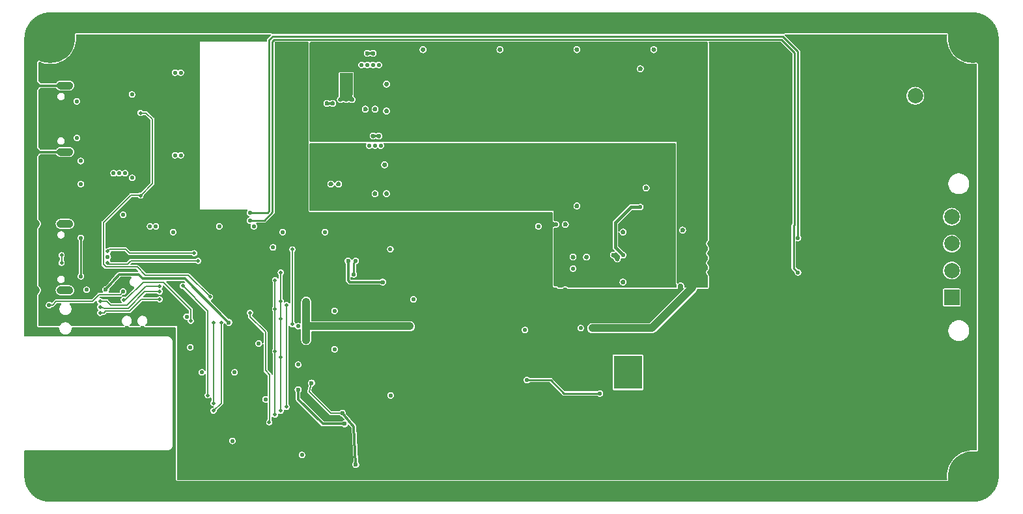
<source format=gbr>
%FSLAX46Y46*%
%MOMM*%
%ADD11C,0.200000*%
%ADD12C,0.250000*%
%ADD10C,0.300000*%
%ADD14C,0.400000*%
%ADD13C,1.000000*%
%AMPS21*
21,1,0.500000,1.300000,0.000000,0.000000,180.000000*
%
%ADD21PS21*%
%AMPS18*
1,1,2.000000,0.000000,0.000000*
%
%ADD18PS18*%
%AMPS17*
1,1,2.700000,0.000000,0.000000*
%
%ADD17PS17*%
%AMPS24*
1,1,2.000000,0.000000,0.000000*
%
%ADD24PS24*%
%AMPS15*
1,1,6.450000,0.000000,0.000000*
%
%ADD15PS15*%
%AMPS20*
21,1,1.100000,1.000000,0.000000,0.000000,0.000000*
1,1,1.000000,0.550000,0.000000*
1,1,1.000000,-0.550000,0.000000*
%
%ADD20PS20*%
%AMPS19*
21,1,0.800000,1.000000,0.000000,0.000000,0.000000*
1,1,1.000000,0.400000,0.000000*
1,1,1.000000,-0.400000,0.000000*
%
%ADD19PS19*%
%AMPS27*
1,1,0.500000,0.000000,0.000000*
%
%ADD27PS27*%
%AMPS28*
1,1,0.550000,0.000000,0.000000*
%
%ADD28PS28*%
%AMPS26*
1,1,0.600000,0.000000,0.000000*
%
%ADD26PS26*%
%AMPS22*
4,1,4,
-2.220000,2.155000,
1.470000,2.155000,
1.470000,-2.155000,
-2.220000,-2.155000,
-2.220000,2.155000,
0*
%
%ADD22PS22*%
%AMPS23*
21,1,2.000000,2.000000,0.000000,0.000000,90.000000*
%
%ADD23PS23*%
%AMPS25*
21,1,2.740000,4.950000,0.000000,0.000000,0.000000*
%
%ADD25PS25*%
%AMPS16*
21,1,1.651000,2.845000,0.000000,0.000000,0.000000*
%
%ADD16PS16*%
G01*
%LPD*%
G36*
X123498435Y-31840000D02*
X123499664Y-31839992D01*
X123580721Y-31838996D01*
X123583171Y-31838936D01*
X123662645Y-31836010D01*
X123665099Y-31835890D01*
X123744507Y-31831011D01*
X123746954Y-31830830D01*
X123826137Y-31824011D01*
X123828579Y-31823771D01*
X123907615Y-31815006D01*
X123910051Y-31814705D01*
X123988894Y-31803997D01*
X123991322Y-31803637D01*
X124069771Y-31791014D01*
X124072189Y-31790595D01*
X124150386Y-31776036D01*
X124152793Y-31775557D01*
X124230629Y-31759079D01*
X124233023Y-31758541D01*
X124310336Y-31740181D01*
X124312718Y-31739584D01*
X124389633Y-31719311D01*
X124391998Y-31718657D01*
X124468373Y-31696509D01*
X124470722Y-31695797D01*
X124546524Y-31671783D01*
X124548854Y-31671013D01*
X124624018Y-31645155D01*
X124626329Y-31644328D01*
X124700924Y-31616600D01*
X124703213Y-31615717D01*
X124776998Y-31586210D01*
X124779266Y-31585271D01*
X124852389Y-31553926D01*
X124854633Y-31552931D01*
X124926909Y-31519826D01*
X124929128Y-31518776D01*
X125000589Y-31483898D01*
X125002781Y-31482795D01*
X125073378Y-31446167D01*
X125075543Y-31445010D01*
X125145212Y-31406664D01*
X125147347Y-31405454D01*
X125216019Y-31365431D01*
X125218124Y-31364169D01*
X125285844Y-31322441D01*
X125287918Y-31321128D01*
X125354577Y-31277761D01*
X125356617Y-31276398D01*
X125422167Y-31231426D01*
X125424173Y-31230013D01*
X125488648Y-31183411D01*
X125490620Y-31181949D01*
X125553857Y-31133835D01*
X125555792Y-31132325D01*
X125617924Y-31082598D01*
X125619822Y-31081040D01*
X125680661Y-31029848D01*
X125682518Y-31028246D01*
X125742056Y-30975601D01*
X125743876Y-30973952D01*
X125802188Y-30919782D01*
X125803964Y-30918091D01*
X125860849Y-30862586D01*
X125862586Y-30860849D01*
X125918091Y-30803964D01*
X125919782Y-30802188D01*
X125973952Y-30743876D01*
X125975601Y-30742056D01*
X126028246Y-30682518D01*
X126029848Y-30680661D01*
X126081040Y-30619822D01*
X126082598Y-30617924D01*
X126132325Y-30555792D01*
X126133835Y-30553857D01*
X126181949Y-30490620D01*
X126183411Y-30488648D01*
X126230013Y-30424173D01*
X126231426Y-30422167D01*
X126276398Y-30356617D01*
X126277761Y-30354577D01*
X126321128Y-30287918D01*
X126322441Y-30285844D01*
X126364169Y-30218124D01*
X126365431Y-30216019D01*
X126405454Y-30147347D01*
X126406664Y-30145212D01*
X126445010Y-30075543D01*
X126446167Y-30073378D01*
X126482795Y-30002781D01*
X126483898Y-30000589D01*
X126518776Y-29929128D01*
X126519826Y-29926909D01*
X126552931Y-29854633D01*
X126553926Y-29852389D01*
X126585271Y-29779266D01*
X126586210Y-29776998D01*
X126615717Y-29703213D01*
X126616600Y-29700924D01*
X126644328Y-29626329D01*
X126645155Y-29624018D01*
X126671013Y-29548854D01*
X126671783Y-29546524D01*
X126695797Y-29470722D01*
X126696509Y-29468373D01*
X126718657Y-29391998D01*
X126719311Y-29389633D01*
X126739584Y-29312718D01*
X126740181Y-29310336D01*
X126758541Y-29233023D01*
X126759079Y-29230629D01*
X126775557Y-29152793D01*
X126776036Y-29150386D01*
X126790595Y-29072189D01*
X126791014Y-29069771D01*
X126803637Y-28991322D01*
X126803997Y-28988894D01*
X126814705Y-28910051D01*
X126815006Y-28907615D01*
X126823771Y-28828579D01*
X126824011Y-28826137D01*
X126830830Y-28746954D01*
X126831011Y-28744507D01*
X126835890Y-28665099D01*
X126836010Y-28662645D01*
X126838936Y-28583171D01*
X126838996Y-28580721D01*
X126839992Y-28499664D01*
X126840000Y-28498435D01*
X126840000Y28498435D01*
X126839992Y28499664D01*
X126838996Y28580721D01*
X126838936Y28583171D01*
X126836010Y28662645D01*
X126835890Y28665099D01*
X126831011Y28744507D01*
X126830830Y28746954D01*
X126824011Y28826137D01*
X126823771Y28828579D01*
X126815006Y28907615D01*
X126814705Y28910051D01*
X126803997Y28988894D01*
X126803637Y28991322D01*
X126791014Y29069771D01*
X126790595Y29072189D01*
X126776036Y29150386D01*
X126775557Y29152793D01*
X126759079Y29230629D01*
X126758541Y29233023D01*
X126740181Y29310336D01*
X126739584Y29312718D01*
X126719311Y29389633D01*
X126718657Y29391998D01*
X126696509Y29468373D01*
X126695797Y29470722D01*
X126671783Y29546524D01*
X126671013Y29548854D01*
X126645155Y29624018D01*
X126644328Y29626329D01*
X126616600Y29700924D01*
X126615717Y29703213D01*
X126586210Y29776998D01*
X126585271Y29779266D01*
X126553926Y29852389D01*
X126552931Y29854633D01*
X126519826Y29926909D01*
X126518776Y29929128D01*
X126483898Y30000589D01*
X126482795Y30002781D01*
X126446167Y30073378D01*
X126445010Y30075543D01*
X126406664Y30145212D01*
X126405454Y30147347D01*
X126365431Y30216019D01*
X126364169Y30218124D01*
X126322441Y30285844D01*
X126321128Y30287918D01*
X126277761Y30354577D01*
X126276398Y30356617D01*
X126231426Y30422167D01*
X126230013Y30424173D01*
X126183411Y30488648D01*
X126181949Y30490620D01*
X126133835Y30553857D01*
X126132325Y30555792D01*
X126082598Y30617924D01*
X126081040Y30619822D01*
X126029848Y30680661D01*
X126028246Y30682518D01*
X125975601Y30742056D01*
X125973952Y30743876D01*
X125919782Y30802188D01*
X125918091Y30803964D01*
X125862586Y30860849D01*
X125860849Y30862586D01*
X125803964Y30918091D01*
X125802188Y30919782D01*
X125743876Y30973952D01*
X125742056Y30975601D01*
X125682518Y31028246D01*
X125680661Y31029848D01*
X125619822Y31081040D01*
X125617924Y31082598D01*
X125555792Y31132325D01*
X125553857Y31133835D01*
X125490620Y31181949D01*
X125488648Y31183411D01*
X125424173Y31230013D01*
X125422167Y31231426D01*
X125356617Y31276398D01*
X125354577Y31277761D01*
X125287918Y31321128D01*
X125285844Y31322441D01*
X125218124Y31364169D01*
X125216019Y31365431D01*
X125147347Y31405454D01*
X125145212Y31406664D01*
X125075543Y31445010D01*
X125073378Y31446167D01*
X125002781Y31482795D01*
X125000589Y31483898D01*
X124929128Y31518776D01*
X124926909Y31519826D01*
X124854633Y31552931D01*
X124852389Y31553926D01*
X124779266Y31585271D01*
X124776998Y31586210D01*
X124703213Y31615717D01*
X124700924Y31616600D01*
X124626329Y31644328D01*
X124624018Y31645155D01*
X124548854Y31671013D01*
X124546524Y31671783D01*
X124470722Y31695797D01*
X124468373Y31696509D01*
X124391998Y31718657D01*
X124389633Y31719311D01*
X124312718Y31739584D01*
X124310336Y31740181D01*
X124233023Y31758541D01*
X124230629Y31759079D01*
X124152793Y31775557D01*
X124150386Y31776036D01*
X124072189Y31790595D01*
X124069771Y31791014D01*
X123991322Y31803637D01*
X123988894Y31803997D01*
X123910051Y31814705D01*
X123907615Y31815006D01*
X123828579Y31823771D01*
X123826137Y31824011D01*
X123746954Y31830830D01*
X123744507Y31831011D01*
X123665099Y31835890D01*
X123662645Y31836010D01*
X123583171Y31838936D01*
X123580721Y31838996D01*
X123499664Y31839992D01*
X123498435Y31840000D01*
X3501564Y31840000D01*
X3500335Y31839992D01*
X3419277Y31838996D01*
X3416827Y31838936D01*
X3337353Y31836010D01*
X3334899Y31835890D01*
X3255491Y31831011D01*
X3253044Y31830830D01*
X3173861Y31824011D01*
X3171419Y31823771D01*
X3092383Y31815006D01*
X3089947Y31814705D01*
X3011104Y31803997D01*
X3008676Y31803637D01*
X2930227Y31791014D01*
X2927809Y31790595D01*
X2849612Y31776036D01*
X2847205Y31775557D01*
X2769369Y31759079D01*
X2766975Y31758541D01*
X2689662Y31740181D01*
X2687280Y31739584D01*
X2610365Y31719311D01*
X2608000Y31718657D01*
X2531625Y31696509D01*
X2529276Y31695797D01*
X2453462Y31671779D01*
X2451133Y31671009D01*
X2375993Y31645160D01*
X2373681Y31644333D01*
X2299089Y31616606D01*
X2296799Y31615722D01*
X2222968Y31586196D01*
X2220700Y31585257D01*
X2147614Y31553927D01*
X2145372Y31552933D01*
X2073102Y31519832D01*
X2070882Y31518782D01*
X1999392Y31483889D01*
X1997201Y31482787D01*
X1926637Y31446177D01*
X1924472Y31445019D01*
X1854793Y31406668D01*
X1852656Y31405458D01*
X1783966Y31365423D01*
X1781863Y31364162D01*
X1714160Y31322446D01*
X1712084Y31321132D01*
X1645420Y31277761D01*
X1643381Y31276398D01*
X1577831Y31231426D01*
X1575825Y31230013D01*
X1511350Y31183411D01*
X1509378Y31181949D01*
X1446141Y31133835D01*
X1444206Y31132325D01*
X1382074Y31082598D01*
X1380176Y31081040D01*
X1319356Y31029864D01*
X1317498Y31028261D01*
X1257906Y30975567D01*
X1256088Y30973920D01*
X1197829Y30919801D01*
X1196052Y30918108D01*
X1139149Y30862585D01*
X1137412Y30860849D01*
X1081907Y30803964D01*
X1080216Y30802188D01*
X1026046Y30743876D01*
X1024397Y30742056D01*
X971752Y30682518D01*
X970149Y30680660D01*
X918946Y30619807D01*
X917389Y30617910D01*
X867686Y30555808D01*
X866177Y30553874D01*
X818039Y30490606D01*
X816577Y30488634D01*
X769995Y30424188D01*
X768581Y30422181D01*
X723595Y30356610D01*
X722231Y30354569D01*
X678876Y30287927D01*
X677563Y30285854D01*
X635829Y30218124D01*
X634568Y30216019D01*
X594545Y30147347D01*
X593335Y30145212D01*
X554989Y30075543D01*
X553832Y30073378D01*
X517204Y30002781D01*
X516101Y30000589D01*
X481223Y29929128D01*
X480174Y29926910D01*
X447062Y29854620D01*
X446066Y29852374D01*
X414736Y29779284D01*
X413798Y29777019D01*
X384277Y29703203D01*
X383393Y29700911D01*
X355668Y29626322D01*
X354841Y29624011D01*
X328990Y29548865D01*
X328220Y29546536D01*
X304202Y29470722D01*
X303490Y29468373D01*
X281342Y29391998D01*
X280688Y29389633D01*
X260415Y29312718D01*
X259818Y29310336D01*
X241458Y29233023D01*
X240920Y29230629D01*
X224442Y29152793D01*
X223963Y29150386D01*
X209404Y29072189D01*
X208985Y29069771D01*
X196362Y28991322D01*
X196002Y28988894D01*
X185294Y28910051D01*
X184993Y28907615D01*
X176228Y28828579D01*
X175988Y28826137D01*
X169169Y28746954D01*
X168988Y28744507D01*
X164109Y28665099D01*
X163989Y28662645D01*
X161063Y28583171D01*
X161003Y28580720D01*
X160008Y28499668D01*
X160000Y28498440D01*
X160000Y-10240000D01*
X167920Y-10279004D01*
X190425Y-10311829D01*
X223952Y-10333277D01*
X260000Y-10340000D01*
X18749737Y-10340000D01*
X18752159Y-10340014D01*
X18763641Y-10340155D01*
X18768799Y-10340281D01*
X18779792Y-10340687D01*
X18784951Y-10340941D01*
X18795944Y-10341616D01*
X18801167Y-10342000D01*
X18812142Y-10342946D01*
X18817263Y-10343450D01*
X18828242Y-10344668D01*
X18833283Y-10345290D01*
X18844268Y-10346781D01*
X18849451Y-10347550D01*
X18860268Y-10349291D01*
X18865389Y-10350180D01*
X18876227Y-10352197D01*
X18881236Y-10353193D01*
X18892104Y-10355494D01*
X18897138Y-10356625D01*
X18907848Y-10359168D01*
X18912837Y-10360417D01*
X18923542Y-10363238D01*
X18928508Y-10364613D01*
X18939127Y-10367693D01*
X18944093Y-10369199D01*
X18954508Y-10372499D01*
X18959484Y-10374143D01*
X18969928Y-10377736D01*
X18974814Y-10379483D01*
X18985099Y-10383307D01*
X18989934Y-10385172D01*
X19000186Y-10389273D01*
X19004928Y-10391237D01*
X19015112Y-10395603D01*
X19019768Y-10397666D01*
X19029841Y-10402280D01*
X19034508Y-10404487D01*
X19044474Y-10409350D01*
X19048998Y-10411628D01*
X19058896Y-10416764D01*
X19063329Y-10419133D01*
X19073046Y-10424481D01*
X19077582Y-10427050D01*
X19087075Y-10432583D01*
X19091515Y-10435245D01*
X19100942Y-10441054D01*
X19105246Y-10443779D01*
X19114525Y-10449816D01*
X19118750Y-10452639D01*
X19127929Y-10458937D01*
X19132134Y-10461897D01*
X19141129Y-10468400D01*
X19145207Y-10471424D01*
X19153996Y-10478111D01*
X19158091Y-10481306D01*
X19166654Y-10488159D01*
X19170680Y-10491464D01*
X19179107Y-10498555D01*
X19183073Y-10501976D01*
X19191277Y-10509231D01*
X19195165Y-10512754D01*
X19203234Y-10520250D01*
X19206935Y-10523774D01*
X19214798Y-10531446D01*
X19218553Y-10535201D01*
X19226225Y-10543064D01*
X19229749Y-10546765D01*
X19237245Y-10554834D01*
X19240768Y-10558722D01*
X19248023Y-10566926D01*
X19251444Y-10570892D01*
X19258535Y-10579319D01*
X19261840Y-10583345D01*
X19268693Y-10591908D01*
X19271888Y-10596003D01*
X19278575Y-10604792D01*
X19281599Y-10608870D01*
X19288102Y-10617865D01*
X19291062Y-10622070D01*
X19297360Y-10631249D01*
X19300183Y-10635474D01*
X19306220Y-10644753D01*
X19308945Y-10649057D01*
X19314754Y-10658484D01*
X19317416Y-10662924D01*
X19322949Y-10672417D01*
X19325518Y-10676953D01*
X19330866Y-10686670D01*
X19333235Y-10691103D01*
X19338371Y-10701001D01*
X19340649Y-10705525D01*
X19345512Y-10715491D01*
X19347719Y-10720158D01*
X19352333Y-10730231D01*
X19354396Y-10734887D01*
X19358762Y-10745071D01*
X19360726Y-10749813D01*
X19364827Y-10760065D01*
X19366692Y-10764900D01*
X19370516Y-10775185D01*
X19372263Y-10780071D01*
X19375856Y-10790515D01*
X19377500Y-10795491D01*
X19380800Y-10805906D01*
X19382306Y-10810872D01*
X19385386Y-10821491D01*
X19386761Y-10826457D01*
X19389582Y-10837162D01*
X19390831Y-10842151D01*
X19393374Y-10852861D01*
X19394505Y-10857895D01*
X19396806Y-10868763D01*
X19397802Y-10873772D01*
X19399819Y-10884610D01*
X19400708Y-10889731D01*
X19402449Y-10900548D01*
X19403218Y-10905731D01*
X19404709Y-10916716D01*
X19405331Y-10921757D01*
X19406549Y-10932736D01*
X19407053Y-10937857D01*
X19407999Y-10948832D01*
X19408383Y-10954055D01*
X19409058Y-10965048D01*
X19409312Y-10970207D01*
X19409718Y-10981212D01*
X19409845Y-10986395D01*
X19409983Y-10997665D01*
X19410000Y-11000305D01*
X19410000Y-24499695D01*
X19409984Y-24502333D01*
X19409845Y-24513605D01*
X19409718Y-24518787D01*
X19409312Y-24529792D01*
X19409058Y-24534951D01*
X19408383Y-24545944D01*
X19407999Y-24551167D01*
X19407053Y-24562142D01*
X19406549Y-24567263D01*
X19405331Y-24578242D01*
X19404709Y-24583283D01*
X19403218Y-24594268D01*
X19402449Y-24599451D01*
X19400708Y-24610268D01*
X19399819Y-24615389D01*
X19397802Y-24626227D01*
X19396806Y-24631236D01*
X19394505Y-24642104D01*
X19393374Y-24647138D01*
X19390831Y-24657848D01*
X19389582Y-24662837D01*
X19386761Y-24673542D01*
X19385386Y-24678508D01*
X19382306Y-24689127D01*
X19380800Y-24694093D01*
X19377500Y-24704508D01*
X19375856Y-24709484D01*
X19372263Y-24719928D01*
X19370516Y-24724814D01*
X19366692Y-24735099D01*
X19364827Y-24739934D01*
X19360726Y-24750186D01*
X19358762Y-24754928D01*
X19354396Y-24765112D01*
X19352333Y-24769768D01*
X19347719Y-24779841D01*
X19345512Y-24784508D01*
X19340649Y-24794474D01*
X19338371Y-24798998D01*
X19333235Y-24808896D01*
X19330866Y-24813329D01*
X19325518Y-24823046D01*
X19322949Y-24827582D01*
X19317416Y-24837075D01*
X19314754Y-24841515D01*
X19308945Y-24850942D01*
X19306220Y-24855246D01*
X19300183Y-24864525D01*
X19297360Y-24868750D01*
X19291062Y-24877929D01*
X19288102Y-24882134D01*
X19281599Y-24891129D01*
X19278575Y-24895207D01*
X19271888Y-24903996D01*
X19268693Y-24908091D01*
X19261840Y-24916654D01*
X19258535Y-24920680D01*
X19251444Y-24929107D01*
X19248023Y-24933073D01*
X19240768Y-24941277D01*
X19237245Y-24945165D01*
X19229749Y-24953234D01*
X19226225Y-24956935D01*
X19218553Y-24964798D01*
X19214798Y-24968553D01*
X19206935Y-24976225D01*
X19203234Y-24979749D01*
X19195165Y-24987245D01*
X19191277Y-24990768D01*
X19183073Y-24998023D01*
X19179107Y-25001444D01*
X19170680Y-25008535D01*
X19166654Y-25011840D01*
X19158091Y-25018693D01*
X19153996Y-25021888D01*
X19145207Y-25028575D01*
X19141129Y-25031599D01*
X19132134Y-25038102D01*
X19127929Y-25041062D01*
X19118750Y-25047360D01*
X19114525Y-25050183D01*
X19105246Y-25056220D01*
X19100942Y-25058945D01*
X19091515Y-25064754D01*
X19087075Y-25067416D01*
X19077582Y-25072949D01*
X19073046Y-25075518D01*
X19063329Y-25080866D01*
X19058896Y-25083235D01*
X19048998Y-25088371D01*
X19044474Y-25090649D01*
X19034508Y-25095512D01*
X19029841Y-25097719D01*
X19019768Y-25102333D01*
X19015112Y-25104396D01*
X19004928Y-25108762D01*
X19000186Y-25110726D01*
X18989934Y-25114827D01*
X18985099Y-25116692D01*
X18974814Y-25120516D01*
X18969928Y-25122263D01*
X18959484Y-25125856D01*
X18954508Y-25127500D01*
X18944093Y-25130800D01*
X18939127Y-25132306D01*
X18928508Y-25135386D01*
X18923542Y-25136761D01*
X18912837Y-25139582D01*
X18907848Y-25140831D01*
X18897138Y-25143374D01*
X18892104Y-25144505D01*
X18881236Y-25146806D01*
X18876227Y-25147802D01*
X18865389Y-25149819D01*
X18860268Y-25150708D01*
X18849451Y-25152449D01*
X18844268Y-25153218D01*
X18833283Y-25154709D01*
X18828242Y-25155331D01*
X18817263Y-25156549D01*
X18812142Y-25157053D01*
X18801167Y-25157999D01*
X18795944Y-25158383D01*
X18784951Y-25159058D01*
X18779792Y-25159312D01*
X18768787Y-25159718D01*
X18763605Y-25159845D01*
X18752333Y-25159984D01*
X18749695Y-25160000D01*
X260000Y-25160000D01*
X220996Y-25167920D01*
X188171Y-25190425D01*
X166723Y-25223952D01*
X160000Y-25260000D01*
X160000Y-28498440D01*
X160008Y-28499668D01*
X161003Y-28580720D01*
X161063Y-28583171D01*
X163989Y-28662645D01*
X164109Y-28665099D01*
X168988Y-28744507D01*
X169169Y-28746954D01*
X175988Y-28826137D01*
X176228Y-28828579D01*
X184993Y-28907615D01*
X185294Y-28910051D01*
X196002Y-28988894D01*
X196362Y-28991322D01*
X208985Y-29069771D01*
X209404Y-29072189D01*
X223963Y-29150386D01*
X224442Y-29152793D01*
X240920Y-29230629D01*
X241458Y-29233023D01*
X259818Y-29310336D01*
X260415Y-29312718D01*
X280688Y-29389633D01*
X281342Y-29391998D01*
X303490Y-29468373D01*
X304202Y-29470722D01*
X328220Y-29546536D01*
X328990Y-29548865D01*
X354841Y-29624011D01*
X355668Y-29626322D01*
X383393Y-29700911D01*
X384277Y-29703203D01*
X413798Y-29777019D01*
X414736Y-29779284D01*
X446066Y-29852374D01*
X447062Y-29854620D01*
X480174Y-29926910D01*
X481223Y-29929128D01*
X516101Y-30000589D01*
X517204Y-30002781D01*
X553832Y-30073378D01*
X554989Y-30075543D01*
X593335Y-30145212D01*
X594545Y-30147347D01*
X634568Y-30216019D01*
X635829Y-30218124D01*
X677563Y-30285854D01*
X678876Y-30287927D01*
X722231Y-30354569D01*
X723595Y-30356610D01*
X768581Y-30422181D01*
X769995Y-30424188D01*
X816577Y-30488634D01*
X818039Y-30490606D01*
X866177Y-30553874D01*
X867686Y-30555808D01*
X917389Y-30617910D01*
X918946Y-30619807D01*
X970149Y-30680660D01*
X971752Y-30682518D01*
X1024397Y-30742056D01*
X1026046Y-30743876D01*
X1080216Y-30802188D01*
X1081907Y-30803964D01*
X1137412Y-30860849D01*
X1139149Y-30862585D01*
X1196052Y-30918108D01*
X1197829Y-30919801D01*
X1256088Y-30973920D01*
X1257906Y-30975567D01*
X1317498Y-31028261D01*
X1319356Y-31029864D01*
X1380176Y-31081040D01*
X1382074Y-31082598D01*
X1444206Y-31132325D01*
X1446141Y-31133835D01*
X1509378Y-31181949D01*
X1511350Y-31183411D01*
X1575825Y-31230013D01*
X1577831Y-31231426D01*
X1643381Y-31276398D01*
X1645420Y-31277761D01*
X1712084Y-31321132D01*
X1714160Y-31322446D01*
X1781863Y-31364162D01*
X1783966Y-31365423D01*
X1852656Y-31405458D01*
X1854793Y-31406668D01*
X1924472Y-31445019D01*
X1926637Y-31446177D01*
X1997201Y-31482787D01*
X1999392Y-31483889D01*
X2070882Y-31518782D01*
X2073102Y-31519832D01*
X2145372Y-31552933D01*
X2147614Y-31553927D01*
X2220700Y-31585257D01*
X2222968Y-31586196D01*
X2296799Y-31615722D01*
X2299089Y-31616606D01*
X2373681Y-31644333D01*
X2375993Y-31645160D01*
X2451133Y-31671009D01*
X2453462Y-31671779D01*
X2529276Y-31695797D01*
X2531625Y-31696509D01*
X2608000Y-31718657D01*
X2610365Y-31719311D01*
X2687280Y-31739584D01*
X2689662Y-31740181D01*
X2766975Y-31758541D01*
X2769369Y-31759079D01*
X2847205Y-31775557D01*
X2849612Y-31776036D01*
X2927809Y-31790595D01*
X2930227Y-31791014D01*
X3008676Y-31803637D01*
X3011104Y-31803997D01*
X3089947Y-31814705D01*
X3092383Y-31815006D01*
X3171419Y-31823771D01*
X3173861Y-31824011D01*
X3253044Y-31830830D01*
X3255491Y-31831011D01*
X3334899Y-31835890D01*
X3337353Y-31836010D01*
X3416827Y-31838936D01*
X3419277Y-31838996D01*
X3500335Y-31839992D01*
X3501564Y-31840000D01*
X123498435Y-31840000D01*
D02*
G37*
%LPC*%
G36*
X120040169Y-29155000D02*
X20104608Y-29155000D01*
X20067052Y-29151528D01*
X20038838Y-29146266D01*
X20018330Y-29140998D01*
X19975143Y-29120466D01*
X19950052Y-29104415D01*
X19930532Y-29089756D01*
X19899040Y-29054305D01*
X19882200Y-29029743D01*
X19869943Y-29008630D01*
X19854772Y-28963704D01*
X19849098Y-28935759D01*
X19845000Y-28894985D01*
X19845000Y-9255000D01*
X19837080Y-9215996D01*
X19814575Y-9183171D01*
X19781048Y-9161723D01*
X19745000Y-9155000D01*
X15958291Y-9155000D01*
X15907619Y-9148632D01*
X15870559Y-9139166D01*
X15838119Y-9127327D01*
X15799377Y-9102213D01*
X15776614Y-9083022D01*
X15759178Y-9065929D01*
X15732597Y-9026655D01*
X15719122Y-9000106D01*
X15716342Y-8993432D01*
X15694034Y-8960472D01*
X15660638Y-8938823D01*
X15609357Y-8932963D01*
X15589710Y-8935877D01*
X15569698Y-8937849D01*
X15526071Y-8939993D01*
X15505929Y-8939993D01*
X15462302Y-8937849D01*
X15442286Y-8935877D01*
X15422499Y-8932942D01*
X15382756Y-8935054D01*
X15346984Y-8952500D01*
X15317515Y-8988923D01*
X15300430Y-9024860D01*
X15284380Y-9049948D01*
X15269721Y-9069468D01*
X15234270Y-9100960D01*
X15209708Y-9117800D01*
X15188595Y-9130057D01*
X15143669Y-9145228D01*
X15115724Y-9150902D01*
X15074950Y-9155000D01*
X13926291Y-9155000D01*
X13875619Y-9148632D01*
X13838559Y-9139166D01*
X13806119Y-9127327D01*
X13767377Y-9102213D01*
X13744614Y-9083022D01*
X13727178Y-9065929D01*
X13700597Y-9026655D01*
X13687122Y-9000106D01*
X13684342Y-8993432D01*
X13662034Y-8960472D01*
X13628638Y-8938823D01*
X13577357Y-8932963D01*
X13557710Y-8935877D01*
X13537698Y-8937849D01*
X13494071Y-8939993D01*
X13473929Y-8939993D01*
X13430302Y-8937849D01*
X13410286Y-8935877D01*
X13390499Y-8932942D01*
X13350756Y-8935054D01*
X13314984Y-8952500D01*
X13285515Y-8988923D01*
X13268430Y-9024860D01*
X13252380Y-9049948D01*
X13237721Y-9069468D01*
X13202270Y-9100960D01*
X13177708Y-9117800D01*
X13156595Y-9130057D01*
X13111669Y-9145228D01*
X13083724Y-9150902D01*
X13042950Y-9155000D01*
X6389571Y-9155000D01*
X6350567Y-9162920D01*
X6317742Y-9185425D01*
X6296294Y-9218952D01*
X6290081Y-9257486D01*
X6289693Y-9257486D01*
X6289693Y-9259890D01*
X6289691Y-9259902D01*
X6289693Y-9259943D01*
X6289693Y-9280049D01*
X6286875Y-9337411D01*
X6284906Y-9357398D01*
X6276479Y-9414206D01*
X6272556Y-9433927D01*
X6258613Y-9489593D01*
X6252765Y-9508872D01*
X6233428Y-9562912D01*
X6225732Y-9581493D01*
X6201195Y-9633374D01*
X6191701Y-9651135D01*
X6162196Y-9700361D01*
X6151013Y-9717099D01*
X6116814Y-9763209D01*
X6104065Y-9778744D01*
X6065514Y-9821278D01*
X6051278Y-9835514D01*
X6008744Y-9874065D01*
X5993209Y-9886814D01*
X5947099Y-9921013D01*
X5930361Y-9932196D01*
X5881135Y-9961701D01*
X5863374Y-9971195D01*
X5811493Y-9995732D01*
X5792912Y-10003428D01*
X5738872Y-10022765D01*
X5719593Y-10028613D01*
X5663927Y-10042556D01*
X5644206Y-10046479D01*
X5587398Y-10054906D01*
X5567411Y-10056875D01*
X5510049Y-10059693D01*
X5489951Y-10059693D01*
X5432589Y-10056875D01*
X5412602Y-10054906D01*
X5355794Y-10046479D01*
X5336073Y-10042556D01*
X5280407Y-10028613D01*
X5261128Y-10022765D01*
X5207088Y-10003428D01*
X5188507Y-9995732D01*
X5136626Y-9971195D01*
X5118865Y-9961701D01*
X5069639Y-9932196D01*
X5052901Y-9921013D01*
X5006791Y-9886814D01*
X4991256Y-9874065D01*
X4948722Y-9835514D01*
X4934486Y-9821278D01*
X4895935Y-9778744D01*
X4883186Y-9763209D01*
X4848987Y-9717099D01*
X4837804Y-9700361D01*
X4808299Y-9651135D01*
X4798805Y-9633374D01*
X4774268Y-9581493D01*
X4766572Y-9562912D01*
X4747235Y-9508872D01*
X4741387Y-9489593D01*
X4727444Y-9433927D01*
X4723521Y-9414206D01*
X4715094Y-9357398D01*
X4713125Y-9337411D01*
X4710307Y-9280049D01*
X4710307Y-9259943D01*
X4710309Y-9259902D01*
X4710307Y-9259889D01*
X4710307Y-9257486D01*
X4709941Y-9257486D01*
X4704310Y-9220557D01*
X4683441Y-9186668D01*
X4651006Y-9163603D01*
X4610429Y-9155000D01*
X2104608Y-9155000D01*
X2067052Y-9151528D01*
X2038838Y-9146266D01*
X2018330Y-9140998D01*
X1975143Y-9120466D01*
X1950052Y-9104415D01*
X1930532Y-9089756D01*
X1899040Y-9054305D01*
X1882200Y-9029743D01*
X1869943Y-9008630D01*
X1854772Y-8963704D01*
X1849098Y-8935759D01*
X1845000Y-8894985D01*
X1845000Y-4932805D01*
X1852206Y-4878952D01*
X1862860Y-4839860D01*
X1876667Y-4804673D01*
X1902775Y-4767091D01*
X1921843Y-4745889D01*
X1952684Y-4717828D01*
X1963770Y-4709178D01*
X1965701Y-4707633D01*
X1968615Y-4705241D01*
X1970483Y-4703669D01*
X1982475Y-4693325D01*
X1984325Y-4691689D01*
X1987130Y-4689146D01*
X1988916Y-4687486D01*
X2000403Y-4676550D01*
X2002162Y-4674835D01*
X2004835Y-4672162D01*
X2006550Y-4670403D01*
X2017486Y-4658916D01*
X2019143Y-4657133D01*
X2021669Y-4654347D01*
X2023306Y-4652496D01*
X2033667Y-4640485D01*
X2035240Y-4638616D01*
X2037637Y-4635696D01*
X2039181Y-4633767D01*
X2048918Y-4621289D01*
X2050401Y-4619341D01*
X2052675Y-4616275D01*
X2054116Y-4614280D01*
X2063220Y-4601352D01*
X2064600Y-4599341D01*
X2066736Y-4596145D01*
X2068078Y-4594083D01*
X2076513Y-4580764D01*
X2077800Y-4578676D01*
X2079798Y-4575343D01*
X2081038Y-4573214D01*
X2088804Y-4559504D01*
X2089987Y-4557354D01*
X2091793Y-4553975D01*
X2092922Y-4551800D01*
X2100023Y-4537693D01*
X2101105Y-4535476D01*
X2102749Y-4531999D01*
X2103766Y-4529778D01*
X2110180Y-4515308D01*
X2111140Y-4513068D01*
X2112595Y-4509557D01*
X2113512Y-4507265D01*
X2119208Y-4492500D01*
X2120064Y-4490199D01*
X2121330Y-4486661D01*
X2122129Y-4484339D01*
X2127101Y-4469289D01*
X2127846Y-4466936D01*
X2128953Y-4463285D01*
X2129632Y-4460943D01*
X2133861Y-4445663D01*
X2134489Y-4443280D01*
X2135397Y-4439654D01*
X2135962Y-4437273D01*
X2139437Y-4421798D01*
X2139947Y-4419392D01*
X2140680Y-4415706D01*
X2141128Y-4413298D01*
X2143850Y-4397611D01*
X2144241Y-4395181D01*
X2144793Y-4391458D01*
X2145122Y-4389035D01*
X2147060Y-4373325D01*
X2147330Y-4370887D01*
X2147698Y-4367152D01*
X2147909Y-4364702D01*
X2149080Y-4348824D01*
X2149230Y-4346390D01*
X2149413Y-4342676D01*
X2149504Y-4340208D01*
X2149893Y-4324357D01*
X2149923Y-4321904D01*
X2149923Y-4318108D01*
X2149893Y-4315656D01*
X2149504Y-4299793D01*
X2149413Y-4297324D01*
X2149230Y-4293610D01*
X2149080Y-4291176D01*
X2147909Y-4275298D01*
X2147698Y-4272848D01*
X2147330Y-4269113D01*
X2147060Y-4266675D01*
X2145122Y-4250965D01*
X2144793Y-4248542D01*
X2144241Y-4244819D01*
X2143850Y-4242389D01*
X2141128Y-4226702D01*
X2140680Y-4224294D01*
X2139947Y-4220608D01*
X2139437Y-4218202D01*
X2135962Y-4202727D01*
X2135397Y-4200346D01*
X2134489Y-4196720D01*
X2133861Y-4194337D01*
X2129632Y-4179057D01*
X2128953Y-4176715D01*
X2127846Y-4173064D01*
X2127101Y-4170711D01*
X2122129Y-4155661D01*
X2121330Y-4153339D01*
X2120064Y-4149801D01*
X2119208Y-4147500D01*
X2113512Y-4132735D01*
X2112595Y-4130443D01*
X2111140Y-4126932D01*
X2110180Y-4124693D01*
X2103770Y-4110232D01*
X2102755Y-4108015D01*
X2101107Y-4104529D01*
X2100023Y-4102307D01*
X2092922Y-4088200D01*
X2091793Y-4086025D01*
X2089987Y-4082646D01*
X2088804Y-4080496D01*
X2081038Y-4066786D01*
X2079795Y-4064654D01*
X2077792Y-4061313D01*
X2076509Y-4059230D01*
X2068080Y-4045920D01*
X2066745Y-4043868D01*
X2064621Y-4040689D01*
X2063232Y-4038665D01*
X2054115Y-4025719D01*
X2052675Y-4023725D01*
X2050401Y-4020659D01*
X2048918Y-4018711D01*
X2039181Y-4006233D01*
X2037637Y-4004304D01*
X2035240Y-4001384D01*
X2033669Y-3999517D01*
X2023325Y-3987525D01*
X2021689Y-3985675D01*
X2019146Y-3982870D01*
X2017486Y-3981084D01*
X2006550Y-3969597D01*
X2004835Y-3967838D01*
X2002162Y-3965165D01*
X2000403Y-3963450D01*
X1988916Y-3952514D01*
X1987130Y-3950854D01*
X1984325Y-3948311D01*
X1982475Y-3946675D01*
X1970483Y-3936331D01*
X1968615Y-3934759D01*
X1965701Y-3932367D01*
X1963770Y-3930822D01*
X1954099Y-3923276D01*
X1914518Y-3884811D01*
X1889454Y-3852962D01*
X1869410Y-3820912D01*
X1854772Y-3777563D01*
X1849098Y-3749618D01*
X1845000Y-3708844D01*
X1845000Y3707195D01*
X1852206Y3761048D01*
X1862860Y3800140D01*
X1876667Y3835327D01*
X1902775Y3872909D01*
X1921843Y3894111D01*
X1952684Y3922172D01*
X1963770Y3930822D01*
X1965701Y3932367D01*
X1968615Y3934759D01*
X1970483Y3936331D01*
X1982475Y3946675D01*
X1984325Y3948311D01*
X1987130Y3950854D01*
X1988916Y3952514D01*
X2000403Y3963450D01*
X2002162Y3965165D01*
X2004835Y3967838D01*
X2006550Y3969597D01*
X2017486Y3981084D01*
X2019146Y3982870D01*
X2021689Y3985675D01*
X2023325Y3987525D01*
X2033669Y3999517D01*
X2035240Y4001384D01*
X2037637Y4004304D01*
X2039181Y4006233D01*
X2048918Y4018711D01*
X2050401Y4020659D01*
X2052675Y4023725D01*
X2054115Y4025719D01*
X2063232Y4038665D01*
X2064621Y4040689D01*
X2066745Y4043868D01*
X2068080Y4045920D01*
X2076509Y4059230D01*
X2077792Y4061313D01*
X2079795Y4064654D01*
X2081038Y4066786D01*
X2088804Y4080496D01*
X2089987Y4082646D01*
X2091793Y4086025D01*
X2092922Y4088200D01*
X2100023Y4102307D01*
X2101105Y4104524D01*
X2102749Y4108001D01*
X2103766Y4110222D01*
X2110180Y4124692D01*
X2111140Y4126932D01*
X2112595Y4130443D01*
X2113512Y4132735D01*
X2119208Y4147500D01*
X2120064Y4149801D01*
X2121330Y4153339D01*
X2122129Y4155661D01*
X2127101Y4170711D01*
X2127846Y4173064D01*
X2128953Y4176715D01*
X2129632Y4179059D01*
X2133859Y4194333D01*
X2134484Y4196701D01*
X2135399Y4200353D01*
X2135968Y4202750D01*
X2139433Y4218183D01*
X2139938Y4220570D01*
X2140676Y4224278D01*
X2141128Y4226702D01*
X2143850Y4242389D01*
X2144241Y4244819D01*
X2144793Y4248542D01*
X2145122Y4250965D01*
X2147060Y4266675D01*
X2147330Y4269113D01*
X2147698Y4272848D01*
X2147909Y4275298D01*
X2149080Y4291176D01*
X2149230Y4293610D01*
X2149413Y4297324D01*
X2149504Y4299792D01*
X2149893Y4315643D01*
X2149923Y4318096D01*
X2149923Y4321904D01*
X2149893Y4324357D01*
X2149504Y4340208D01*
X2149413Y4342676D01*
X2149230Y4346390D01*
X2149080Y4348824D01*
X2147909Y4364702D01*
X2147698Y4367152D01*
X2147330Y4370887D01*
X2147060Y4373325D01*
X2145122Y4389035D01*
X2144793Y4391458D01*
X2144241Y4395181D01*
X2143850Y4397611D01*
X2141128Y4413298D01*
X2140680Y4415706D01*
X2139947Y4419392D01*
X2139437Y4421798D01*
X2135962Y4437273D01*
X2135397Y4439654D01*
X2134489Y4443280D01*
X2133861Y4445663D01*
X2129632Y4460943D01*
X2128953Y4463285D01*
X2127846Y4466936D01*
X2127100Y4469291D01*
X2122130Y4484334D01*
X2121336Y4486642D01*
X2120068Y4490187D01*
X2119208Y4492500D01*
X2113512Y4507265D01*
X2112595Y4509557D01*
X2111140Y4513068D01*
X2110180Y4515308D01*
X2103766Y4529778D01*
X2102749Y4531999D01*
X2101105Y4535476D01*
X2100023Y4537693D01*
X2092922Y4551800D01*
X2091793Y4553975D01*
X2089987Y4557354D01*
X2088804Y4559504D01*
X2081038Y4573214D01*
X2079795Y4575346D01*
X2077792Y4578687D01*
X2076509Y4580770D01*
X2068080Y4594080D01*
X2066745Y4596132D01*
X2064621Y4599311D01*
X2063232Y4601335D01*
X2054115Y4614281D01*
X2052675Y4616275D01*
X2050401Y4619341D01*
X2048918Y4621289D01*
X2039181Y4633767D01*
X2037631Y4635703D01*
X2035236Y4638620D01*
X2033673Y4640478D01*
X2023327Y4652473D01*
X2021689Y4654325D01*
X2019146Y4657130D01*
X2017486Y4658916D01*
X2006550Y4670403D01*
X2004835Y4672162D01*
X2002162Y4674835D01*
X2000403Y4676550D01*
X1988916Y4687486D01*
X1987130Y4689146D01*
X1984325Y4691689D01*
X1982475Y4693325D01*
X1970483Y4703669D01*
X1968615Y4705241D01*
X1965701Y4707633D01*
X1963770Y4709178D01*
X1954099Y4716724D01*
X1914518Y4755189D01*
X1889454Y4787038D01*
X1869410Y4819088D01*
X1854772Y4862437D01*
X1849098Y4890382D01*
X1845000Y4931156D01*
X1845000Y13067195D01*
X1852206Y13121048D01*
X1862860Y13160140D01*
X1876667Y13195327D01*
X1902775Y13232909D01*
X1921843Y13254111D01*
X1952684Y13282172D01*
X1963770Y13290822D01*
X1965701Y13292367D01*
X1968615Y13294759D01*
X1970483Y13296331D01*
X1982475Y13306675D01*
X1984325Y13308311D01*
X1987130Y13310854D01*
X1988916Y13312514D01*
X2000403Y13323450D01*
X2002162Y13325165D01*
X2004835Y13327838D01*
X2006550Y13329597D01*
X2017486Y13341084D01*
X2019146Y13342870D01*
X2021689Y13345675D01*
X2023325Y13347525D01*
X2033669Y13359517D01*
X2035240Y13361384D01*
X2037637Y13364304D01*
X2039181Y13366233D01*
X2048918Y13378711D01*
X2050401Y13380659D01*
X2052675Y13383725D01*
X2054115Y13385719D01*
X2063232Y13398665D01*
X2064621Y13400689D01*
X2066745Y13403868D01*
X2068079Y13405919D01*
X2076526Y13419257D01*
X2077815Y13421348D01*
X2079092Y13423478D01*
X2079526Y13423949D01*
X2093070Y13444679D01*
X2101436Y13455860D01*
X2149582Y13502056D01*
X2172545Y13517800D01*
X2193658Y13530057D01*
X2238584Y13545228D01*
X2266529Y13550902D01*
X2307303Y13555000D01*
X4224535Y13555000D01*
X4250516Y13553347D01*
X4264365Y13551577D01*
X4328273Y13532450D01*
X4353295Y13520224D01*
X4374368Y13507890D01*
X4409709Y13476272D01*
X4428414Y13454755D01*
X4452393Y13420835D01*
X4452651Y13420592D01*
X4453474Y13419257D01*
X4461921Y13405919D01*
X4463255Y13403868D01*
X4465379Y13400689D01*
X4466768Y13398665D01*
X4475885Y13385719D01*
X4477325Y13383725D01*
X4479599Y13380659D01*
X4481082Y13378711D01*
X4490819Y13366233D01*
X4492363Y13364304D01*
X4494760Y13361384D01*
X4496331Y13359517D01*
X4506675Y13347525D01*
X4508311Y13345675D01*
X4510854Y13342870D01*
X4512514Y13341084D01*
X4523450Y13329597D01*
X4525165Y13327838D01*
X4527838Y13325165D01*
X4529597Y13323450D01*
X4541084Y13312514D01*
X4542870Y13310854D01*
X4545675Y13308311D01*
X4547525Y13306675D01*
X4559517Y13296331D01*
X4561384Y13294760D01*
X4564304Y13292363D01*
X4566233Y13290819D01*
X4578711Y13281082D01*
X4580659Y13279599D01*
X4583725Y13277325D01*
X4585719Y13275885D01*
X4598665Y13266768D01*
X4600689Y13265379D01*
X4603868Y13263255D01*
X4605920Y13261920D01*
X4619230Y13253491D01*
X4621313Y13252208D01*
X4624654Y13250205D01*
X4626786Y13248962D01*
X4640496Y13241196D01*
X4642646Y13240013D01*
X4646025Y13238207D01*
X4648200Y13237078D01*
X4662307Y13229977D01*
X4664524Y13228895D01*
X4668001Y13227251D01*
X4670222Y13226234D01*
X4684692Y13219820D01*
X4686932Y13218860D01*
X4690443Y13217405D01*
X4692735Y13216488D01*
X4707500Y13210792D01*
X4709801Y13209936D01*
X4713339Y13208670D01*
X4715661Y13207871D01*
X4730711Y13202899D01*
X4733064Y13202154D01*
X4736715Y13201047D01*
X4739057Y13200368D01*
X4754337Y13196139D01*
X4756720Y13195511D01*
X4760346Y13194603D01*
X4762727Y13194038D01*
X4778202Y13190563D01*
X4780608Y13190053D01*
X4784294Y13189320D01*
X4786702Y13188872D01*
X4802389Y13186150D01*
X4804819Y13185759D01*
X4808542Y13185207D01*
X4810965Y13184878D01*
X4826675Y13182940D01*
X4829113Y13182670D01*
X4832848Y13182302D01*
X4835298Y13182091D01*
X4851176Y13180920D01*
X4853611Y13180770D01*
X4857326Y13180587D01*
X4859791Y13180496D01*
X4877831Y13180053D01*
X4879072Y13180030D01*
X4880966Y13180007D01*
X4882180Y13180000D01*
X5977820Y13180000D01*
X5979034Y13180007D01*
X5980928Y13180030D01*
X5982169Y13180053D01*
X6000209Y13180496D01*
X6002674Y13180587D01*
X6006389Y13180770D01*
X6008824Y13180920D01*
X6024702Y13182091D01*
X6027152Y13182302D01*
X6030887Y13182670D01*
X6033325Y13182940D01*
X6049035Y13184878D01*
X6051458Y13185207D01*
X6055181Y13185759D01*
X6057611Y13186150D01*
X6073298Y13188872D01*
X6075706Y13189320D01*
X6079392Y13190053D01*
X6081798Y13190563D01*
X6097273Y13194038D01*
X6099654Y13194603D01*
X6103280Y13195511D01*
X6105663Y13196139D01*
X6120943Y13200368D01*
X6123285Y13201047D01*
X6126936Y13202154D01*
X6129289Y13202899D01*
X6144339Y13207871D01*
X6146661Y13208670D01*
X6150199Y13209936D01*
X6152500Y13210792D01*
X6167265Y13216488D01*
X6169557Y13217405D01*
X6173068Y13218860D01*
X6175308Y13219820D01*
X6189778Y13226234D01*
X6191999Y13227251D01*
X6195476Y13228895D01*
X6197693Y13229977D01*
X6211800Y13237078D01*
X6213975Y13238207D01*
X6217354Y13240013D01*
X6219504Y13241196D01*
X6233214Y13248962D01*
X6235346Y13250205D01*
X6238687Y13252208D01*
X6240770Y13253491D01*
X6254080Y13261920D01*
X6256132Y13263255D01*
X6259311Y13265379D01*
X6261335Y13266768D01*
X6274281Y13275885D01*
X6276275Y13277325D01*
X6279341Y13279599D01*
X6281289Y13281082D01*
X6293767Y13290819D01*
X6295696Y13292363D01*
X6298616Y13294760D01*
X6300483Y13296331D01*
X6312475Y13306675D01*
X6314325Y13308311D01*
X6317130Y13310854D01*
X6318916Y13312514D01*
X6330403Y13323450D01*
X6332162Y13325165D01*
X6334835Y13327838D01*
X6336550Y13329597D01*
X6347486Y13341084D01*
X6349146Y13342870D01*
X6351689Y13345675D01*
X6353325Y13347525D01*
X6363669Y13359517D01*
X6365240Y13361384D01*
X6367637Y13364304D01*
X6369181Y13366233D01*
X6378918Y13378711D01*
X6380401Y13380659D01*
X6382675Y13383725D01*
X6384115Y13385719D01*
X6393232Y13398665D01*
X6394621Y13400689D01*
X6396745Y13403868D01*
X6398080Y13405920D01*
X6406509Y13419230D01*
X6407792Y13421313D01*
X6409795Y13424654D01*
X6411038Y13426786D01*
X6418804Y13440496D01*
X6419987Y13442646D01*
X6421793Y13446025D01*
X6422922Y13448200D01*
X6430023Y13462307D01*
X6431105Y13464524D01*
X6432749Y13468001D01*
X6433766Y13470222D01*
X6440180Y13484692D01*
X6441140Y13486932D01*
X6442595Y13490443D01*
X6443512Y13492735D01*
X6449208Y13507500D01*
X6450064Y13509801D01*
X6451330Y13513339D01*
X6452129Y13515661D01*
X6457101Y13530711D01*
X6457846Y13533064D01*
X6458953Y13536715D01*
X6459632Y13539057D01*
X6463861Y13554337D01*
X6464489Y13556720D01*
X6465397Y13560346D01*
X6465962Y13562727D01*
X6469437Y13578202D01*
X6469947Y13580608D01*
X6470680Y13584294D01*
X6471128Y13586702D01*
X6473850Y13602389D01*
X6474241Y13604819D01*
X6474793Y13608542D01*
X6475122Y13610965D01*
X6477060Y13626675D01*
X6477330Y13629113D01*
X6477698Y13632848D01*
X6477909Y13635298D01*
X6479080Y13651176D01*
X6479230Y13653610D01*
X6479413Y13657324D01*
X6479504Y13659792D01*
X6479893Y13675643D01*
X6479923Y13678096D01*
X6479923Y13681904D01*
X6479893Y13684357D01*
X6479504Y13700208D01*
X6479413Y13702676D01*
X6479230Y13706390D01*
X6479080Y13708824D01*
X6477909Y13724702D01*
X6477698Y13727152D01*
X6477330Y13730887D01*
X6477060Y13733325D01*
X6475122Y13749035D01*
X6474793Y13751458D01*
X6474241Y13755181D01*
X6473850Y13757611D01*
X6471128Y13773298D01*
X6470680Y13775706D01*
X6469947Y13779392D01*
X6469437Y13781798D01*
X6465962Y13797273D01*
X6465397Y13799654D01*
X6464489Y13803280D01*
X6463861Y13805663D01*
X6459632Y13820943D01*
X6458953Y13823285D01*
X6457846Y13826936D01*
X6457101Y13829289D01*
X6452129Y13844339D01*
X6451330Y13846661D01*
X6450064Y13850199D01*
X6449208Y13852500D01*
X6443512Y13867265D01*
X6442595Y13869557D01*
X6441140Y13873068D01*
X6440180Y13875308D01*
X6433766Y13889778D01*
X6432749Y13891999D01*
X6431105Y13895476D01*
X6430023Y13897693D01*
X6422922Y13911800D01*
X6421793Y13913975D01*
X6419987Y13917354D01*
X6418804Y13919504D01*
X6411038Y13933214D01*
X6409795Y13935346D01*
X6407792Y13938687D01*
X6406509Y13940770D01*
X6398080Y13954080D01*
X6396745Y13956132D01*
X6394621Y13959311D01*
X6393232Y13961335D01*
X6384115Y13974281D01*
X6382675Y13976275D01*
X6380401Y13979341D01*
X6378918Y13981289D01*
X6369181Y13993767D01*
X6367637Y13995696D01*
X6365240Y13998616D01*
X6363669Y14000483D01*
X6353325Y14012475D01*
X6351689Y14014325D01*
X6349146Y14017130D01*
X6347486Y14018916D01*
X6336550Y14030403D01*
X6334835Y14032162D01*
X6332162Y14034835D01*
X6330403Y14036550D01*
X6318916Y14047486D01*
X6317130Y14049146D01*
X6314325Y14051689D01*
X6312475Y14053325D01*
X6300483Y14063669D01*
X6298616Y14065240D01*
X6295696Y14067637D01*
X6293767Y14069181D01*
X6281289Y14078918D01*
X6279341Y14080401D01*
X6276275Y14082675D01*
X6274281Y14084115D01*
X6261335Y14093232D01*
X6259311Y14094621D01*
X6256132Y14096745D01*
X6254080Y14098080D01*
X6240770Y14106509D01*
X6238687Y14107792D01*
X6235346Y14109795D01*
X6233214Y14111038D01*
X6219504Y14118804D01*
X6217354Y14119987D01*
X6213975Y14121793D01*
X6211800Y14122922D01*
X6197693Y14130023D01*
X6195476Y14131105D01*
X6191999Y14132749D01*
X6189778Y14133766D01*
X6175308Y14140180D01*
X6173068Y14141140D01*
X6169557Y14142595D01*
X6167265Y14143512D01*
X6152500Y14149208D01*
X6150199Y14150064D01*
X6146661Y14151330D01*
X6144339Y14152129D01*
X6129289Y14157101D01*
X6126936Y14157846D01*
X6123285Y14158953D01*
X6120943Y14159632D01*
X6105663Y14163861D01*
X6103280Y14164489D01*
X6099654Y14165397D01*
X6097273Y14165962D01*
X6081798Y14169437D01*
X6079392Y14169947D01*
X6075706Y14170680D01*
X6073298Y14171128D01*
X6057611Y14173850D01*
X6055181Y14174241D01*
X6051458Y14174793D01*
X6049035Y14175122D01*
X6033325Y14177060D01*
X6030887Y14177330D01*
X6027152Y14177698D01*
X6024702Y14177909D01*
X6008824Y14179080D01*
X6006389Y14179230D01*
X6002674Y14179413D01*
X6000209Y14179504D01*
X5982169Y14179947D01*
X5980928Y14179970D01*
X5979034Y14179993D01*
X5977820Y14180000D01*
X4882180Y14180000D01*
X4880966Y14179993D01*
X4879072Y14179970D01*
X4877831Y14179947D01*
X4859791Y14179504D01*
X4857326Y14179413D01*
X4853611Y14179230D01*
X4851176Y14179080D01*
X4835298Y14177909D01*
X4832848Y14177698D01*
X4829113Y14177330D01*
X4826675Y14177060D01*
X4810965Y14175122D01*
X4808542Y14174793D01*
X4804819Y14174241D01*
X4802389Y14173850D01*
X4786702Y14171128D01*
X4784294Y14170680D01*
X4780608Y14169947D01*
X4778202Y14169437D01*
X4762727Y14165962D01*
X4760346Y14165397D01*
X4756720Y14164489D01*
X4754337Y14163861D01*
X4739057Y14159632D01*
X4736715Y14158953D01*
X4733064Y14157846D01*
X4730711Y14157101D01*
X4715661Y14152129D01*
X4713339Y14151330D01*
X4709801Y14150064D01*
X4707500Y14149208D01*
X4692735Y14143512D01*
X4690443Y14142595D01*
X4686932Y14141140D01*
X4684692Y14140180D01*
X4670222Y14133766D01*
X4668001Y14132749D01*
X4664524Y14131105D01*
X4662307Y14130023D01*
X4648200Y14122922D01*
X4646025Y14121793D01*
X4642646Y14119987D01*
X4640496Y14118804D01*
X4626786Y14111038D01*
X4624654Y14109795D01*
X4621313Y14107792D01*
X4619230Y14106509D01*
X4605920Y14098080D01*
X4603868Y14096745D01*
X4600689Y14094621D01*
X4598665Y14093232D01*
X4585719Y14084115D01*
X4583725Y14082675D01*
X4580659Y14080401D01*
X4578711Y14078918D01*
X4566233Y14069181D01*
X4564304Y14067637D01*
X4561384Y14065240D01*
X4559517Y14063669D01*
X4547525Y14053325D01*
X4545675Y14051689D01*
X4542870Y14049146D01*
X4541084Y14047486D01*
X4529597Y14036550D01*
X4527838Y14034835D01*
X4525165Y14032162D01*
X4523450Y14030403D01*
X4512514Y14018916D01*
X4510854Y14017130D01*
X4508311Y14014325D01*
X4506675Y14012475D01*
X4496331Y14000483D01*
X4494760Y13998616D01*
X4492363Y13995696D01*
X4490819Y13993767D01*
X4481082Y13981289D01*
X4479599Y13979341D01*
X4477325Y13976275D01*
X4475885Y13974281D01*
X4466768Y13961335D01*
X4465379Y13959311D01*
X4463255Y13956132D01*
X4461921Y13954081D01*
X4453474Y13940743D01*
X4452185Y13938652D01*
X4450908Y13936522D01*
X4450474Y13936051D01*
X4436930Y13915321D01*
X4428564Y13904140D01*
X4380418Y13857944D01*
X4357455Y13842200D01*
X4336342Y13829943D01*
X4291416Y13814772D01*
X4263471Y13809098D01*
X4222697Y13805000D01*
X2305465Y13805000D01*
X2279484Y13806653D01*
X2265635Y13808423D01*
X2201727Y13827550D01*
X2176705Y13839776D01*
X2155632Y13852110D01*
X2120291Y13883728D01*
X2101586Y13905245D01*
X2077607Y13939165D01*
X2077349Y13939408D01*
X2076526Y13940743D01*
X2068079Y13954081D01*
X2066745Y13956132D01*
X2064621Y13959311D01*
X2063232Y13961335D01*
X2054115Y13974281D01*
X2052675Y13976275D01*
X2050401Y13979341D01*
X2048918Y13981289D01*
X2039181Y13993767D01*
X2037637Y13995696D01*
X2035240Y13998616D01*
X2033669Y14000483D01*
X2023325Y14012475D01*
X2021689Y14014325D01*
X2019146Y14017130D01*
X2017486Y14018916D01*
X2006550Y14030403D01*
X2004835Y14032162D01*
X2002162Y14034835D01*
X2000403Y14036550D01*
X1988916Y14047486D01*
X1987130Y14049146D01*
X1984325Y14051689D01*
X1982475Y14053325D01*
X1970483Y14063669D01*
X1968615Y14065241D01*
X1965701Y14067633D01*
X1963770Y14069178D01*
X1954099Y14076724D01*
X1914518Y14115189D01*
X1889454Y14147038D01*
X1869410Y14179088D01*
X1854772Y14222437D01*
X1849098Y14250382D01*
X1845000Y14291156D01*
X1845000Y21707195D01*
X1852206Y21761048D01*
X1862860Y21800140D01*
X1876667Y21835327D01*
X1902775Y21872909D01*
X1921843Y21894111D01*
X1952684Y21922172D01*
X1963770Y21930822D01*
X1965701Y21932367D01*
X1968615Y21934759D01*
X1970483Y21936331D01*
X1982475Y21946675D01*
X1984325Y21948311D01*
X1987130Y21950854D01*
X1988916Y21952514D01*
X2000403Y21963450D01*
X2002162Y21965165D01*
X2004835Y21967838D01*
X2006550Y21969597D01*
X2017486Y21981084D01*
X2019146Y21982870D01*
X2021689Y21985675D01*
X2023325Y21987525D01*
X2033669Y21999517D01*
X2035240Y22001384D01*
X2037637Y22004304D01*
X2039181Y22006233D01*
X2048918Y22018711D01*
X2050401Y22020659D01*
X2052675Y22023725D01*
X2054115Y22025719D01*
X2063232Y22038665D01*
X2064621Y22040689D01*
X2066745Y22043868D01*
X2068079Y22045919D01*
X2076526Y22059257D01*
X2077815Y22061348D01*
X2079092Y22063478D01*
X2079526Y22063949D01*
X2093070Y22084679D01*
X2101436Y22095860D01*
X2149582Y22142056D01*
X2172545Y22157800D01*
X2193658Y22170057D01*
X2238584Y22185228D01*
X2266529Y22190902D01*
X2307303Y22195000D01*
X4224535Y22195000D01*
X4250516Y22193347D01*
X4264365Y22191577D01*
X4328273Y22172450D01*
X4353295Y22160224D01*
X4374368Y22147890D01*
X4409709Y22116272D01*
X4428414Y22094755D01*
X4452393Y22060835D01*
X4452651Y22060592D01*
X4453474Y22059257D01*
X4461921Y22045919D01*
X4463255Y22043868D01*
X4465379Y22040689D01*
X4466768Y22038665D01*
X4475885Y22025719D01*
X4477325Y22023725D01*
X4479599Y22020659D01*
X4481082Y22018711D01*
X4490819Y22006233D01*
X4492363Y22004304D01*
X4494760Y22001384D01*
X4496331Y21999517D01*
X4506675Y21987525D01*
X4508311Y21985675D01*
X4510854Y21982870D01*
X4512514Y21981084D01*
X4523450Y21969597D01*
X4525165Y21967838D01*
X4527838Y21965165D01*
X4529597Y21963450D01*
X4541084Y21952514D01*
X4542870Y21950854D01*
X4545675Y21948311D01*
X4547525Y21946675D01*
X4559517Y21936331D01*
X4561384Y21934760D01*
X4564304Y21932363D01*
X4566233Y21930819D01*
X4578711Y21921082D01*
X4580659Y21919599D01*
X4583725Y21917325D01*
X4585719Y21915885D01*
X4598665Y21906768D01*
X4600689Y21905379D01*
X4603868Y21903255D01*
X4605920Y21901920D01*
X4619230Y21893491D01*
X4621313Y21892208D01*
X4624654Y21890205D01*
X4626786Y21888962D01*
X4640496Y21881196D01*
X4642646Y21880013D01*
X4646025Y21878207D01*
X4648200Y21877078D01*
X4662307Y21869977D01*
X4664524Y21868895D01*
X4668001Y21867251D01*
X4670222Y21866234D01*
X4684692Y21859820D01*
X4686932Y21858860D01*
X4690443Y21857405D01*
X4692735Y21856488D01*
X4707500Y21850792D01*
X4709801Y21849936D01*
X4713339Y21848670D01*
X4715661Y21847871D01*
X4730711Y21842899D01*
X4733064Y21842154D01*
X4736715Y21841047D01*
X4739057Y21840368D01*
X4754337Y21836139D01*
X4756720Y21835511D01*
X4760346Y21834603D01*
X4762727Y21834038D01*
X4778202Y21830563D01*
X4780608Y21830053D01*
X4784294Y21829320D01*
X4786702Y21828872D01*
X4802389Y21826150D01*
X4804819Y21825759D01*
X4808542Y21825207D01*
X4810965Y21824878D01*
X4826675Y21822940D01*
X4829113Y21822670D01*
X4832848Y21822302D01*
X4835298Y21822091D01*
X4851176Y21820920D01*
X4853611Y21820770D01*
X4857326Y21820587D01*
X4859791Y21820496D01*
X4877831Y21820053D01*
X4879072Y21820030D01*
X4880966Y21820007D01*
X4882180Y21820000D01*
X5977820Y21820000D01*
X5979034Y21820007D01*
X5980928Y21820030D01*
X5982169Y21820053D01*
X6000209Y21820496D01*
X6002674Y21820587D01*
X6006389Y21820770D01*
X6008824Y21820920D01*
X6024702Y21822091D01*
X6027152Y21822302D01*
X6030887Y21822670D01*
X6033325Y21822940D01*
X6049035Y21824878D01*
X6051458Y21825207D01*
X6055181Y21825759D01*
X6057611Y21826150D01*
X6073298Y21828872D01*
X6075706Y21829320D01*
X6079392Y21830053D01*
X6081798Y21830563D01*
X6097273Y21834038D01*
X6099654Y21834603D01*
X6103280Y21835511D01*
X6105663Y21836139D01*
X6120943Y21840368D01*
X6123285Y21841047D01*
X6126936Y21842154D01*
X6129289Y21842899D01*
X6144339Y21847871D01*
X6146661Y21848670D01*
X6150199Y21849936D01*
X6152500Y21850792D01*
X6167265Y21856488D01*
X6169557Y21857405D01*
X6173068Y21858860D01*
X6175308Y21859820D01*
X6189778Y21866234D01*
X6191999Y21867251D01*
X6195476Y21868895D01*
X6197693Y21869977D01*
X6211800Y21877078D01*
X6213975Y21878207D01*
X6217354Y21880013D01*
X6219504Y21881196D01*
X6233214Y21888962D01*
X6235346Y21890205D01*
X6238687Y21892208D01*
X6240770Y21893491D01*
X6254080Y21901920D01*
X6256132Y21903255D01*
X6259311Y21905379D01*
X6261335Y21906768D01*
X6274281Y21915885D01*
X6276275Y21917325D01*
X6279341Y21919599D01*
X6281289Y21921082D01*
X6293767Y21930819D01*
X6295696Y21932363D01*
X6298616Y21934760D01*
X6300483Y21936331D01*
X6312475Y21946675D01*
X6314325Y21948311D01*
X6317130Y21950854D01*
X6318916Y21952514D01*
X6330403Y21963450D01*
X6332162Y21965165D01*
X6334835Y21967838D01*
X6336550Y21969597D01*
X6347486Y21981084D01*
X6349146Y21982870D01*
X6351689Y21985675D01*
X6353325Y21987525D01*
X6363669Y21999517D01*
X6365240Y22001384D01*
X6367637Y22004304D01*
X6369181Y22006233D01*
X6378918Y22018711D01*
X6380401Y22020659D01*
X6382675Y22023725D01*
X6384115Y22025719D01*
X6393232Y22038665D01*
X6394621Y22040689D01*
X6396745Y22043868D01*
X6398080Y22045920D01*
X6406509Y22059230D01*
X6407792Y22061313D01*
X6409795Y22064654D01*
X6411038Y22066786D01*
X6418804Y22080496D01*
X6419987Y22082646D01*
X6421793Y22086025D01*
X6422922Y22088200D01*
X6430023Y22102307D01*
X6431105Y22104524D01*
X6432749Y22108001D01*
X6433766Y22110222D01*
X6440180Y22124692D01*
X6441140Y22126932D01*
X6442595Y22130443D01*
X6443512Y22132735D01*
X6449208Y22147500D01*
X6450064Y22149801D01*
X6451330Y22153339D01*
X6452129Y22155661D01*
X6457101Y22170711D01*
X6457846Y22173064D01*
X6458953Y22176715D01*
X6459632Y22179057D01*
X6463861Y22194337D01*
X6464489Y22196720D01*
X6465397Y22200346D01*
X6465962Y22202727D01*
X6469437Y22218202D01*
X6469947Y22220608D01*
X6470680Y22224294D01*
X6471128Y22226702D01*
X6473850Y22242389D01*
X6474241Y22244819D01*
X6474793Y22248542D01*
X6475122Y22250965D01*
X6477060Y22266675D01*
X6477330Y22269113D01*
X6477698Y22272848D01*
X6477909Y22275298D01*
X6479080Y22291176D01*
X6479230Y22293610D01*
X6479413Y22297324D01*
X6479504Y22299792D01*
X6479893Y22315643D01*
X6479923Y22318096D01*
X6479923Y22321904D01*
X6479893Y22324357D01*
X6479504Y22340208D01*
X6479413Y22342676D01*
X6479230Y22346390D01*
X6479080Y22348824D01*
X6477909Y22364702D01*
X6477698Y22367152D01*
X6477330Y22370887D01*
X6477060Y22373325D01*
X6475122Y22389035D01*
X6474793Y22391458D01*
X6474241Y22395181D01*
X6473850Y22397611D01*
X6471128Y22413298D01*
X6470680Y22415706D01*
X6469947Y22419392D01*
X6469437Y22421798D01*
X6465962Y22437273D01*
X6465397Y22439654D01*
X6464489Y22443280D01*
X6463861Y22445663D01*
X6459632Y22460943D01*
X6458953Y22463285D01*
X6457846Y22466936D01*
X6457101Y22469289D01*
X6452129Y22484339D01*
X6451330Y22486661D01*
X6450064Y22490199D01*
X6449208Y22492500D01*
X6443512Y22507265D01*
X6442595Y22509557D01*
X6441140Y22513068D01*
X6440180Y22515308D01*
X6433766Y22529778D01*
X6432749Y22531999D01*
X6431105Y22535476D01*
X6430023Y22537693D01*
X6422922Y22551800D01*
X6421793Y22553975D01*
X6419987Y22557354D01*
X6418804Y22559504D01*
X6411038Y22573214D01*
X6409795Y22575346D01*
X6407792Y22578687D01*
X6406509Y22580770D01*
X6398080Y22594080D01*
X6396745Y22596132D01*
X6394621Y22599311D01*
X6393232Y22601335D01*
X6384115Y22614281D01*
X6382675Y22616275D01*
X6380401Y22619341D01*
X6378918Y22621289D01*
X6369181Y22633767D01*
X6367637Y22635696D01*
X6365240Y22638616D01*
X6363669Y22640483D01*
X6353325Y22652475D01*
X6351689Y22654325D01*
X6349146Y22657130D01*
X6347486Y22658916D01*
X6336550Y22670403D01*
X6334835Y22672162D01*
X6332162Y22674835D01*
X6330403Y22676550D01*
X6318916Y22687486D01*
X6317130Y22689146D01*
X6314325Y22691689D01*
X6312475Y22693325D01*
X6300483Y22703669D01*
X6298616Y22705240D01*
X6295696Y22707637D01*
X6293767Y22709181D01*
X6281289Y22718918D01*
X6279341Y22720401D01*
X6276275Y22722675D01*
X6274281Y22724115D01*
X6261335Y22733232D01*
X6259311Y22734621D01*
X6256132Y22736745D01*
X6254080Y22738080D01*
X6240770Y22746509D01*
X6238687Y22747792D01*
X6235346Y22749795D01*
X6233214Y22751038D01*
X6219504Y22758804D01*
X6217354Y22759987D01*
X6213975Y22761793D01*
X6211800Y22762922D01*
X6197693Y22770023D01*
X6195476Y22771105D01*
X6191999Y22772749D01*
X6189778Y22773766D01*
X6175308Y22780180D01*
X6173068Y22781140D01*
X6169557Y22782595D01*
X6167265Y22783512D01*
X6152500Y22789208D01*
X6150199Y22790064D01*
X6146661Y22791330D01*
X6144339Y22792129D01*
X6129289Y22797101D01*
X6126936Y22797846D01*
X6123285Y22798953D01*
X6120943Y22799632D01*
X6105663Y22803861D01*
X6103280Y22804489D01*
X6099654Y22805397D01*
X6097273Y22805962D01*
X6081798Y22809437D01*
X6079392Y22809947D01*
X6075706Y22810680D01*
X6073298Y22811128D01*
X6057611Y22813850D01*
X6055181Y22814241D01*
X6051458Y22814793D01*
X6049035Y22815122D01*
X6033325Y22817060D01*
X6030887Y22817330D01*
X6027152Y22817698D01*
X6024702Y22817909D01*
X6008824Y22819080D01*
X6006389Y22819230D01*
X6002674Y22819413D01*
X6000209Y22819504D01*
X5982169Y22819947D01*
X5980928Y22819970D01*
X5979034Y22819993D01*
X5977820Y22820000D01*
X4882180Y22820000D01*
X4880966Y22819993D01*
X4879072Y22819970D01*
X4877831Y22819947D01*
X4859791Y22819504D01*
X4857326Y22819413D01*
X4853611Y22819230D01*
X4851176Y22819080D01*
X4835298Y22817909D01*
X4832848Y22817698D01*
X4829113Y22817330D01*
X4826675Y22817060D01*
X4810965Y22815122D01*
X4808542Y22814793D01*
X4804819Y22814241D01*
X4802389Y22813850D01*
X4786702Y22811128D01*
X4784294Y22810680D01*
X4780608Y22809947D01*
X4778202Y22809437D01*
X4762727Y22805962D01*
X4760346Y22805397D01*
X4756720Y22804489D01*
X4754337Y22803861D01*
X4739057Y22799632D01*
X4736715Y22798953D01*
X4733064Y22797846D01*
X4730711Y22797101D01*
X4715661Y22792129D01*
X4713339Y22791330D01*
X4709801Y22790064D01*
X4707500Y22789208D01*
X4692735Y22783512D01*
X4690443Y22782595D01*
X4686932Y22781140D01*
X4684692Y22780180D01*
X4670222Y22773766D01*
X4668001Y22772749D01*
X4664524Y22771105D01*
X4662307Y22770023D01*
X4648200Y22762922D01*
X4646025Y22761793D01*
X4642646Y22759987D01*
X4640496Y22758804D01*
X4626786Y22751038D01*
X4624654Y22749795D01*
X4621313Y22747792D01*
X4619230Y22746509D01*
X4605920Y22738080D01*
X4603868Y22736745D01*
X4600689Y22734621D01*
X4598665Y22733232D01*
X4585719Y22724115D01*
X4583725Y22722675D01*
X4580659Y22720401D01*
X4578711Y22718918D01*
X4566233Y22709181D01*
X4564304Y22707637D01*
X4561384Y22705240D01*
X4559517Y22703669D01*
X4547525Y22693325D01*
X4545675Y22691689D01*
X4542870Y22689146D01*
X4541084Y22687486D01*
X4529597Y22676550D01*
X4527838Y22674835D01*
X4525165Y22672162D01*
X4523450Y22670403D01*
X4512514Y22658916D01*
X4510854Y22657130D01*
X4508311Y22654325D01*
X4506675Y22652475D01*
X4496331Y22640483D01*
X4494760Y22638616D01*
X4492363Y22635696D01*
X4490819Y22633767D01*
X4481082Y22621289D01*
X4479599Y22619341D01*
X4477325Y22616275D01*
X4475885Y22614281D01*
X4466768Y22601335D01*
X4465379Y22599311D01*
X4463255Y22596132D01*
X4461921Y22594081D01*
X4453474Y22580743D01*
X4452185Y22578652D01*
X4450908Y22576522D01*
X4450474Y22576051D01*
X4436930Y22555321D01*
X4428564Y22544140D01*
X4380418Y22497944D01*
X4357455Y22482200D01*
X4336342Y22469943D01*
X4291416Y22454772D01*
X4263471Y22449098D01*
X4222697Y22445000D01*
X2305465Y22445000D01*
X2279484Y22446653D01*
X2265635Y22448423D01*
X2201727Y22467550D01*
X2176705Y22479776D01*
X2155632Y22492110D01*
X2120291Y22523728D01*
X2101586Y22545245D01*
X2077607Y22579165D01*
X2077349Y22579408D01*
X2076526Y22580743D01*
X2068079Y22594081D01*
X2066745Y22596132D01*
X2064621Y22599311D01*
X2063232Y22601335D01*
X2054115Y22614281D01*
X2052675Y22616275D01*
X2050401Y22619341D01*
X2048918Y22621289D01*
X2039181Y22633767D01*
X2037637Y22635696D01*
X2035240Y22638616D01*
X2033669Y22640483D01*
X2023325Y22652475D01*
X2021689Y22654325D01*
X2019146Y22657130D01*
X2017486Y22658916D01*
X2006550Y22670403D01*
X2004835Y22672162D01*
X2002162Y22674835D01*
X2000403Y22676550D01*
X1988916Y22687486D01*
X1987130Y22689146D01*
X1984325Y22691689D01*
X1982475Y22693325D01*
X1970483Y22703669D01*
X1968615Y22705241D01*
X1965701Y22707633D01*
X1963770Y22709178D01*
X1954099Y22716724D01*
X1914518Y22755189D01*
X1889454Y22787038D01*
X1869410Y22819088D01*
X1854772Y22862437D01*
X1849098Y22890382D01*
X1845000Y22931156D01*
X1845000Y25311721D01*
X1849287Y25353409D01*
X1855739Y25384449D01*
X1862806Y25408815D01*
X1884855Y25450663D01*
X1901921Y25475068D01*
X1917371Y25493969D01*
X1954090Y25523981D01*
X1979318Y25539793D01*
X2000917Y25551172D01*
X2046437Y25564486D01*
X2075827Y25569205D01*
X2100158Y25571259D01*
X2147262Y25565765D01*
X2174957Y25558945D01*
X2213557Y25545221D01*
X2257971Y25524215D01*
X2262451Y25522229D01*
X2269487Y25519314D01*
X2274073Y25517545D01*
X2555620Y25416806D01*
X2560283Y25415265D01*
X2567556Y25413059D01*
X2572284Y25411751D01*
X2862362Y25339090D01*
X2867142Y25338016D01*
X2874619Y25336528D01*
X2879464Y25335687D01*
X3175282Y25291808D01*
X3180139Y25291209D01*
X3187682Y25290465D01*
X3192591Y25290102D01*
X3491308Y25275427D01*
X3496215Y25275307D01*
X3503785Y25275307D01*
X3508692Y25275427D01*
X3807409Y25290102D01*
X3812318Y25290465D01*
X3819861Y25291209D01*
X3824718Y25291808D01*
X4120536Y25335687D01*
X4125381Y25336528D01*
X4132858Y25338016D01*
X4137638Y25339090D01*
X4427716Y25411751D01*
X4432444Y25413059D01*
X4439717Y25415265D01*
X4444380Y25416806D01*
X4725940Y25517550D01*
X4730513Y25519313D01*
X4737535Y25522221D01*
X4742029Y25524213D01*
X5012385Y25652083D01*
X5016768Y25654289D01*
X5023449Y25657860D01*
X5027720Y25660280D01*
X5284245Y25814034D01*
X5288393Y25816661D01*
X5294695Y25820872D01*
X5298707Y25823697D01*
X5538921Y26001853D01*
X5542786Y26004869D01*
X5548655Y26009685D01*
X5552376Y26012895D01*
X5773959Y26213726D01*
X5777514Y26217110D01*
X5782890Y26222486D01*
X5786274Y26226041D01*
X5987105Y26447624D01*
X5990315Y26451345D01*
X5995131Y26457214D01*
X5998147Y26461079D01*
X6176303Y26701293D01*
X6179128Y26705305D01*
X6183339Y26711607D01*
X6185966Y26715755D01*
X6339720Y26972280D01*
X6342140Y26976551D01*
X6345711Y26983232D01*
X6347917Y26987615D01*
X6475787Y27257971D01*
X6477779Y27262465D01*
X6480687Y27269487D01*
X6482450Y27274060D01*
X6583194Y27555620D01*
X6584735Y27560283D01*
X6586941Y27567556D01*
X6588249Y27572284D01*
X6660910Y27862362D01*
X6661984Y27867142D01*
X6663472Y27874619D01*
X6664313Y27879464D01*
X6708192Y28175282D01*
X6708791Y28180139D01*
X6709535Y28187682D01*
X6709898Y28192591D01*
X6724573Y28491308D01*
X6724693Y28496215D01*
X6724693Y28503785D01*
X6724573Y28508692D01*
X6709897Y28807419D01*
X6709535Y28812318D01*
X6708793Y28819848D01*
X6708193Y28824714D01*
X6703523Y28856199D01*
X6702562Y28908880D01*
X6706914Y28948013D01*
X6714616Y28983350D01*
X6734350Y29024857D01*
X6750401Y29049948D01*
X6765060Y29069468D01*
X6800511Y29100960D01*
X6825073Y29117800D01*
X6846186Y29130057D01*
X6891112Y29145228D01*
X6919057Y29150902D01*
X6959831Y29155000D01*
X32108187Y29155000D01*
X32144144Y29151819D01*
X32171263Y29146985D01*
X32190231Y29142354D01*
X32233931Y29122426D01*
X32259268Y29106782D01*
X32279021Y29092434D01*
X32311074Y29057489D01*
X32311918Y29056299D01*
X32313691Y29054636D01*
X32315318Y29052862D01*
X32315451Y29052984D01*
X32340945Y29029069D01*
X32378293Y29015317D01*
X32422513Y29018464D01*
X32425913Y29019495D01*
X32465315Y29027334D01*
X32482346Y29029012D01*
X32502464Y29030000D01*
X98747536Y29030000D01*
X98767655Y29029012D01*
X98784684Y29027334D01*
X98824089Y29019495D01*
X98827184Y29018556D01*
X98866807Y29014812D01*
X98904752Y29026818D01*
X98936178Y29054200D01*
X98947644Y29069469D01*
X98983095Y29100960D01*
X99007657Y29117800D01*
X99028770Y29130057D01*
X99073696Y29145228D01*
X99101641Y29150902D01*
X99142415Y29155000D01*
X120038725Y29155000D01*
X120090977Y29148221D01*
X120129060Y29138171D01*
X120162871Y29125372D01*
X120201045Y29099755D01*
X120223490Y29080212D01*
X120240658Y29062838D01*
X120266610Y29023146D01*
X120279662Y28996384D01*
X120288689Y28973701D01*
X120297105Y28927033D01*
X120298618Y28898559D01*
X120296689Y28857629D01*
X120291807Y28824714D01*
X120291207Y28819848D01*
X120290465Y28812318D01*
X120290103Y28807419D01*
X120275427Y28508692D01*
X120275307Y28503785D01*
X120275307Y28496215D01*
X120275427Y28491308D01*
X120290102Y28192591D01*
X120290465Y28187682D01*
X120291209Y28180139D01*
X120291808Y28175282D01*
X120335687Y27879464D01*
X120336528Y27874619D01*
X120338016Y27867142D01*
X120339090Y27862362D01*
X120411751Y27572284D01*
X120413059Y27567556D01*
X120415265Y27560283D01*
X120416806Y27555620D01*
X120517550Y27274060D01*
X120519313Y27269487D01*
X120522221Y27262465D01*
X120524213Y27257971D01*
X120652083Y26987615D01*
X120654289Y26983232D01*
X120657860Y26976551D01*
X120660280Y26972280D01*
X120814034Y26715755D01*
X120816661Y26711607D01*
X120820872Y26705305D01*
X120823697Y26701293D01*
X121001853Y26461079D01*
X121004869Y26457214D01*
X121009685Y26451345D01*
X121012895Y26447624D01*
X121213726Y26226041D01*
X121217110Y26222486D01*
X121222486Y26217110D01*
X121226041Y26213726D01*
X121447624Y26012895D01*
X121451345Y26009685D01*
X121457214Y26004869D01*
X121461079Y26001853D01*
X121701293Y25823697D01*
X121705305Y25820872D01*
X121711607Y25816661D01*
X121715755Y25814034D01*
X121972280Y25660280D01*
X121976551Y25657860D01*
X121983232Y25654289D01*
X121987615Y25652083D01*
X122257971Y25524213D01*
X122262465Y25522221D01*
X122269487Y25519313D01*
X122274060Y25517550D01*
X122555620Y25416806D01*
X122560283Y25415265D01*
X122567556Y25413059D01*
X122572284Y25411751D01*
X122862362Y25339090D01*
X122867142Y25338016D01*
X122874619Y25336528D01*
X122879464Y25335687D01*
X123175282Y25291808D01*
X123180139Y25291209D01*
X123187682Y25290465D01*
X123192591Y25290102D01*
X123491308Y25275427D01*
X123496215Y25275307D01*
X123503785Y25275307D01*
X123508692Y25275427D01*
X123807419Y25290103D01*
X123812318Y25290465D01*
X123819848Y25291207D01*
X123824714Y25291807D01*
X123856199Y25296477D01*
X123908880Y25297438D01*
X123948013Y25293086D01*
X123983350Y25285384D01*
X124024857Y25265650D01*
X124049948Y25249599D01*
X124069468Y25234940D01*
X124100960Y25199489D01*
X124117800Y25174927D01*
X124130057Y25153814D01*
X124145228Y25108888D01*
X124150902Y25080943D01*
X124155000Y25040169D01*
X124155000Y-25038725D01*
X124148221Y-25090977D01*
X124138171Y-25129060D01*
X124125372Y-25162871D01*
X124099755Y-25201045D01*
X124080212Y-25223490D01*
X124062838Y-25240658D01*
X124023146Y-25266610D01*
X123996384Y-25279662D01*
X123973701Y-25288689D01*
X123927033Y-25297105D01*
X123898559Y-25298618D01*
X123857629Y-25296689D01*
X123824714Y-25291807D01*
X123819848Y-25291207D01*
X123812318Y-25290465D01*
X123807419Y-25290103D01*
X123508692Y-25275427D01*
X123503785Y-25275307D01*
X123496215Y-25275307D01*
X123491308Y-25275427D01*
X123192591Y-25290102D01*
X123187682Y-25290465D01*
X123180139Y-25291209D01*
X123175282Y-25291808D01*
X122879464Y-25335687D01*
X122874619Y-25336528D01*
X122867142Y-25338016D01*
X122862362Y-25339090D01*
X122572284Y-25411751D01*
X122567556Y-25413059D01*
X122560283Y-25415265D01*
X122555620Y-25416806D01*
X122274060Y-25517550D01*
X122269487Y-25519313D01*
X122262465Y-25522221D01*
X122257971Y-25524213D01*
X121987615Y-25652083D01*
X121983232Y-25654289D01*
X121976551Y-25657860D01*
X121972280Y-25660280D01*
X121715755Y-25814034D01*
X121711607Y-25816661D01*
X121705305Y-25820872D01*
X121701293Y-25823697D01*
X121461079Y-26001853D01*
X121457214Y-26004869D01*
X121451345Y-26009685D01*
X121447624Y-26012895D01*
X121226041Y-26213726D01*
X121222486Y-26217110D01*
X121217110Y-26222486D01*
X121213726Y-26226041D01*
X121012895Y-26447624D01*
X121009685Y-26451345D01*
X121004869Y-26457214D01*
X121001853Y-26461079D01*
X120823697Y-26701293D01*
X120820872Y-26705305D01*
X120816661Y-26711607D01*
X120814034Y-26715755D01*
X120660280Y-26972280D01*
X120657860Y-26976551D01*
X120654289Y-26983232D01*
X120652083Y-26987615D01*
X120524213Y-27257971D01*
X120522221Y-27262465D01*
X120519313Y-27269487D01*
X120517550Y-27274060D01*
X120416806Y-27555620D01*
X120415265Y-27560283D01*
X120413059Y-27567556D01*
X120411751Y-27572284D01*
X120339090Y-27862362D01*
X120338016Y-27867142D01*
X120336528Y-27874619D01*
X120335687Y-27879464D01*
X120291808Y-28175282D01*
X120291209Y-28180139D01*
X120290465Y-28187682D01*
X120290102Y-28192591D01*
X120275427Y-28491308D01*
X120275307Y-28496215D01*
X120275307Y-28503785D01*
X120275427Y-28508692D01*
X120290103Y-28807419D01*
X120290465Y-28812318D01*
X120291207Y-28819848D01*
X120291807Y-28824714D01*
X120296477Y-28856199D01*
X120297438Y-28908880D01*
X120293086Y-28948013D01*
X120285384Y-28983350D01*
X120265650Y-29024857D01*
X120249599Y-29049948D01*
X120234940Y-29069468D01*
X120199489Y-29100960D01*
X120174927Y-29117800D01*
X120153814Y-29130057D01*
X120108888Y-29145228D01*
X120080943Y-29150902D01*
X120040169Y-29155000D01*
D02*
G37*
%LPD*%
G36*
X120045184Y-29000000D02*
X120084188Y-28992080D01*
X120117013Y-28969575D01*
X120138461Y-28936048D01*
X120144102Y-28885328D01*
X120137566Y-28841265D01*
X120135597Y-28821275D01*
X120120307Y-28510049D01*
X120120307Y-28489951D01*
X120135597Y-28178725D01*
X120137566Y-28158738D01*
X120183285Y-27850522D01*
X120187212Y-27830779D01*
X120262917Y-27528550D01*
X120268757Y-27509298D01*
X120373718Y-27215950D01*
X120381422Y-27197352D01*
X120514636Y-26915696D01*
X120524119Y-26897954D01*
X120684298Y-26630711D01*
X120695477Y-26613979D01*
X120881082Y-26363721D01*
X120893846Y-26348169D01*
X121103078Y-26117316D01*
X121117316Y-26103078D01*
X121348169Y-25893846D01*
X121363721Y-25881082D01*
X121613979Y-25695477D01*
X121630711Y-25684298D01*
X121897954Y-25524119D01*
X121915696Y-25514636D01*
X122197352Y-25381422D01*
X122215950Y-25373718D01*
X122509298Y-25268757D01*
X122528550Y-25262917D01*
X122830779Y-25187212D01*
X122850522Y-25183285D01*
X123158738Y-25137566D01*
X123178725Y-25135597D01*
X123489951Y-25120307D01*
X123510049Y-25120307D01*
X123821275Y-25135597D01*
X123841265Y-25137566D01*
X123885328Y-25144102D01*
X123925071Y-25141990D01*
X123960844Y-25124544D01*
X123986978Y-25094528D01*
X124000000Y-25045184D01*
X124000000Y25045184D01*
X123992080Y25084188D01*
X123969575Y25117013D01*
X123936048Y25138461D01*
X123885328Y25144102D01*
X123841265Y25137566D01*
X123821275Y25135597D01*
X123510049Y25120307D01*
X123489951Y25120307D01*
X123178725Y25135597D01*
X123158738Y25137566D01*
X122850522Y25183285D01*
X122830779Y25187212D01*
X122528550Y25262917D01*
X122509298Y25268757D01*
X122215950Y25373718D01*
X122197352Y25381422D01*
X121915696Y25514636D01*
X121897954Y25524119D01*
X121630711Y25684298D01*
X121613979Y25695477D01*
X121363721Y25881082D01*
X121348169Y25893846D01*
X121117316Y26103078D01*
X121103078Y26117316D01*
X120893846Y26348169D01*
X120881082Y26363721D01*
X120695477Y26613979D01*
X120684298Y26630711D01*
X120524119Y26897954D01*
X120514636Y26915696D01*
X120381422Y27197352D01*
X120373718Y27215950D01*
X120268757Y27509298D01*
X120262917Y27528550D01*
X120187212Y27830779D01*
X120183285Y27850522D01*
X120137566Y28158738D01*
X120135597Y28178725D01*
X120120307Y28489951D01*
X120120307Y28510049D01*
X120135597Y28821275D01*
X120137566Y28841265D01*
X120144102Y28885328D01*
X120141990Y28925071D01*
X120124544Y28960844D01*
X120094528Y28986978D01*
X120045184Y29000000D01*
X99137400Y29000000D01*
X99098396Y28992080D01*
X99065571Y28969575D01*
X99044123Y28936048D01*
X99037451Y28896812D01*
X99046610Y28858081D01*
X99066689Y28829289D01*
X100946259Y26949719D01*
X100959756Y26934827D01*
X100970637Y26921568D01*
X100992945Y26888182D01*
X100999867Y26875231D01*
X101015234Y26838131D01*
X101019496Y26824086D01*
X101027334Y26784684D01*
X101029012Y26767655D01*
X101030000Y26747536D01*
X101030000Y2869098D01*
X101037920Y2830094D01*
X101059289Y2798387D01*
X101060957Y2796719D01*
X101075773Y2780372D01*
X101088540Y2764815D01*
X101101682Y2747096D01*
X101112874Y2730346D01*
X101124210Y2711434D01*
X101133699Y2693679D01*
X101143136Y2673725D01*
X101150829Y2655152D01*
X101158268Y2634362D01*
X101164110Y2615104D01*
X101169478Y2593671D01*
X101173394Y2573985D01*
X101176637Y2552127D01*
X101178609Y2532097D01*
X101179692Y2510071D01*
X101179692Y2489929D01*
X101178609Y2467903D01*
X101176637Y2447873D01*
X101173394Y2426015D01*
X101169478Y2406329D01*
X101164110Y2384896D01*
X101158268Y2365638D01*
X101150829Y2344848D01*
X101143136Y2326275D01*
X101133699Y2306321D01*
X101124210Y2288566D01*
X101112874Y2269654D01*
X101101682Y2252904D01*
X101088540Y2235185D01*
X101075773Y2219628D01*
X101060957Y2203281D01*
X101046719Y2189043D01*
X101030372Y2174227D01*
X101014815Y2161460D01*
X100997096Y2148318D01*
X100980346Y2137126D01*
X100961434Y2125790D01*
X100943679Y2116301D01*
X100923725Y2106864D01*
X100905152Y2099171D01*
X100884362Y2091732D01*
X100865104Y2085890D01*
X100843671Y2080522D01*
X100823985Y2076606D01*
X100802127Y2073363D01*
X100782097Y2071391D01*
X100760071Y2070308D01*
X100739929Y2070308D01*
X100717903Y2071391D01*
X100697873Y2073363D01*
X100676015Y2076606D01*
X100656329Y2080522D01*
X100634896Y2085890D01*
X100615638Y2091732D01*
X100594848Y2099171D01*
X100593255Y2099831D01*
X100592704Y2099938D01*
X100592543Y2099996D01*
X100592534Y2099971D01*
X100554190Y2107439D01*
X100515251Y2099207D01*
X100482606Y2076440D01*
X100461427Y2042744D01*
X100454989Y2007442D01*
X100454989Y-1267589D01*
X100462909Y-1306593D01*
X100484278Y-1338300D01*
X100686997Y-1541019D01*
X100720177Y-1562998D01*
X100757708Y-1570308D01*
X100760071Y-1570308D01*
X100782097Y-1571391D01*
X100802127Y-1573363D01*
X100823985Y-1576606D01*
X100843671Y-1580522D01*
X100865104Y-1585890D01*
X100884362Y-1591732D01*
X100905152Y-1599171D01*
X100923725Y-1606864D01*
X100943679Y-1616301D01*
X100961434Y-1625790D01*
X100980346Y-1637126D01*
X100997096Y-1648318D01*
X101014815Y-1661460D01*
X101030372Y-1674227D01*
X101046719Y-1689043D01*
X101060957Y-1703281D01*
X101075773Y-1719628D01*
X101088540Y-1735185D01*
X101101682Y-1752904D01*
X101112874Y-1769654D01*
X101124210Y-1788566D01*
X101133699Y-1806321D01*
X101143136Y-1826275D01*
X101150829Y-1844848D01*
X101158268Y-1865638D01*
X101164110Y-1884896D01*
X101169478Y-1906329D01*
X101173394Y-1926015D01*
X101176637Y-1947873D01*
X101178609Y-1967903D01*
X101179692Y-1989929D01*
X101179692Y-2010071D01*
X101178609Y-2032097D01*
X101176637Y-2052127D01*
X101173394Y-2073985D01*
X101169478Y-2093671D01*
X101164110Y-2115104D01*
X101158268Y-2134362D01*
X101150829Y-2155152D01*
X101143136Y-2173725D01*
X101133699Y-2193679D01*
X101124210Y-2211434D01*
X101112874Y-2230346D01*
X101101682Y-2247096D01*
X101088540Y-2264815D01*
X101075773Y-2280372D01*
X101060957Y-2296719D01*
X101046719Y-2310957D01*
X101030372Y-2325773D01*
X101014815Y-2338540D01*
X100997096Y-2351682D01*
X100980346Y-2362874D01*
X100961434Y-2374210D01*
X100943679Y-2383699D01*
X100923725Y-2393136D01*
X100905152Y-2400829D01*
X100884362Y-2408268D01*
X100865104Y-2414110D01*
X100843671Y-2419478D01*
X100823985Y-2423394D01*
X100802127Y-2426637D01*
X100782097Y-2428609D01*
X100760071Y-2429692D01*
X100739929Y-2429692D01*
X100717903Y-2428609D01*
X100697873Y-2426637D01*
X100676015Y-2423394D01*
X100656329Y-2419478D01*
X100634896Y-2414110D01*
X100615638Y-2408268D01*
X100594848Y-2400829D01*
X100576275Y-2393136D01*
X100556321Y-2383699D01*
X100538566Y-2374210D01*
X100519654Y-2362874D01*
X100502904Y-2351682D01*
X100485185Y-2338540D01*
X100469628Y-2325773D01*
X100453281Y-2310957D01*
X100439043Y-2296719D01*
X100424227Y-2280372D01*
X100411460Y-2264815D01*
X100398318Y-2247096D01*
X100387126Y-2230346D01*
X100375790Y-2211434D01*
X100366301Y-2193679D01*
X100356864Y-2173725D01*
X100349171Y-2155152D01*
X100341732Y-2134362D01*
X100335890Y-2115104D01*
X100330522Y-2093671D01*
X100326606Y-2073985D01*
X100323363Y-2052127D01*
X100321391Y-2032097D01*
X100320308Y-2010071D01*
X100320308Y-2007708D01*
X100312388Y-1968704D01*
X100291019Y-1936997D01*
X99981518Y-1627496D01*
X99978073Y-1622451D01*
X99963792Y-1608061D01*
X99954351Y-1596557D01*
X99932043Y-1563171D01*
X99925121Y-1550220D01*
X99909754Y-1513120D01*
X99905492Y-1499072D01*
X99897655Y-1459676D01*
X99895976Y-1442623D01*
X99894989Y-1422528D01*
X99894989Y4097548D01*
X99895976Y4117643D01*
X99897655Y4134696D01*
X99905492Y4174092D01*
X99909754Y4188140D01*
X99925121Y4225240D01*
X99932043Y4238191D01*
X99954351Y4271577D01*
X99963792Y4283081D01*
X99978073Y4297471D01*
X99981138Y4302136D01*
X100015691Y4336689D01*
X100037670Y4369869D01*
X100044980Y4407400D01*
X100044980Y26416550D01*
X100037060Y26455554D01*
X100015691Y26487261D01*
X98487261Y28015691D01*
X98454081Y28037670D01*
X98416550Y28044980D01*
X89250479Y28044980D01*
X89211475Y28037060D01*
X89178650Y28014555D01*
X89157202Y27981028D01*
X89150980Y27934979D01*
X89155000Y27894984D01*
X89155000Y2186379D01*
X89149058Y2137405D01*
X89140210Y2101474D01*
X89129361Y2070516D01*
X89104803Y2031170D01*
X89086799Y2009057D01*
X89057880Y1980025D01*
X89056941Y1979255D01*
X89053227Y1976051D01*
X89044330Y1967988D01*
X89040771Y1964601D01*
X89035396Y1959226D01*
X89032009Y1955668D01*
X89023944Y1946769D01*
X89020737Y1943051D01*
X89015930Y1937193D01*
X89012916Y1933331D01*
X89005740Y1923656D01*
X89002915Y1919645D01*
X88998723Y1913372D01*
X88996095Y1909222D01*
X88989893Y1898875D01*
X88987470Y1894597D01*
X88983907Y1887930D01*
X88981703Y1883551D01*
X88976569Y1872696D01*
X88974581Y1868211D01*
X88971664Y1861169D01*
X88969898Y1856592D01*
X88965860Y1845308D01*
X88964319Y1840643D01*
X88962104Y1833341D01*
X88960794Y1828608D01*
X88957886Y1816997D01*
X88956811Y1812210D01*
X88955323Y1804729D01*
X88954484Y1799892D01*
X88952722Y1788012D01*
X88952122Y1783143D01*
X88951378Y1775589D01*
X88951017Y1770698D01*
X88950428Y1758718D01*
X88950307Y1753807D01*
X88950307Y1746193D01*
X88950428Y1741282D01*
X88951017Y1729302D01*
X88951378Y1724411D01*
X88952122Y1716857D01*
X88952722Y1711988D01*
X88954484Y1700108D01*
X88955323Y1695271D01*
X88956811Y1687790D01*
X88957886Y1683003D01*
X88960794Y1671392D01*
X88962104Y1666659D01*
X88964319Y1659357D01*
X88965860Y1654692D01*
X88969898Y1643408D01*
X88971664Y1638831D01*
X88974581Y1631789D01*
X88976569Y1627304D01*
X88981703Y1616449D01*
X88983907Y1612070D01*
X88987470Y1605403D01*
X88989893Y1601125D01*
X88996095Y1590778D01*
X88998723Y1586628D01*
X89002915Y1580355D01*
X89005740Y1576344D01*
X89012916Y1566669D01*
X89015930Y1562807D01*
X89020737Y1556949D01*
X89023944Y1553231D01*
X89032009Y1544332D01*
X89035396Y1540774D01*
X89040771Y1535399D01*
X89044330Y1532012D01*
X89053227Y1523949D01*
X89056941Y1520745D01*
X89057085Y1520627D01*
X89091179Y1484964D01*
X89113338Y1455336D01*
X89130391Y1427307D01*
X89145228Y1383368D01*
X89150902Y1355423D01*
X89155000Y1314649D01*
X89155000Y936379D01*
X89149058Y887405D01*
X89140210Y851474D01*
X89129361Y820516D01*
X89104803Y781170D01*
X89086799Y759057D01*
X89057880Y730025D01*
X89056941Y729255D01*
X89053227Y726051D01*
X89044330Y717988D01*
X89040771Y714601D01*
X89035396Y709226D01*
X89032009Y705668D01*
X89023944Y696769D01*
X89020737Y693051D01*
X89015930Y687193D01*
X89012916Y683331D01*
X89005740Y673656D01*
X89002915Y669645D01*
X88998723Y663372D01*
X88996095Y659222D01*
X88989893Y648875D01*
X88987470Y644597D01*
X88983907Y637930D01*
X88981703Y633551D01*
X88976569Y622696D01*
X88974581Y618211D01*
X88971664Y611169D01*
X88969898Y606592D01*
X88965860Y595308D01*
X88964319Y590643D01*
X88962104Y583341D01*
X88960794Y578608D01*
X88957886Y566997D01*
X88956811Y562210D01*
X88955323Y554729D01*
X88954484Y549892D01*
X88952722Y538012D01*
X88952122Y533143D01*
X88951378Y525589D01*
X88951017Y520698D01*
X88950428Y508718D01*
X88950307Y503807D01*
X88950307Y496193D01*
X88950428Y491282D01*
X88951017Y479302D01*
X88951378Y474411D01*
X88952122Y466857D01*
X88952722Y461988D01*
X88954484Y450108D01*
X88955323Y445271D01*
X88956811Y437790D01*
X88957886Y433003D01*
X88960794Y421392D01*
X88962104Y416659D01*
X88964319Y409357D01*
X88965860Y404692D01*
X88969898Y393408D01*
X88971664Y388831D01*
X88974581Y381789D01*
X88976569Y377304D01*
X88981703Y366449D01*
X88983907Y362070D01*
X88987470Y355403D01*
X88989893Y351125D01*
X88996095Y340778D01*
X88998723Y336628D01*
X89002915Y330355D01*
X89005740Y326344D01*
X89012916Y316669D01*
X89015930Y312807D01*
X89020737Y306949D01*
X89023944Y303231D01*
X89032009Y294332D01*
X89035396Y290774D01*
X89040771Y285399D01*
X89044330Y282012D01*
X89053227Y273949D01*
X89056941Y270745D01*
X89057085Y270627D01*
X89091179Y234964D01*
X89113338Y205336D01*
X89130391Y177307D01*
X89145228Y133368D01*
X89150902Y105423D01*
X89155000Y64649D01*
X89155000Y-313621D01*
X89149058Y-362595D01*
X89140210Y-398526D01*
X89129361Y-429484D01*
X89104803Y-468830D01*
X89086799Y-490943D01*
X89057880Y-519975D01*
X89056941Y-520745D01*
X89053227Y-523949D01*
X89044330Y-532012D01*
X89040771Y-535399D01*
X89035396Y-540774D01*
X89032009Y-544332D01*
X89023944Y-553231D01*
X89020737Y-556949D01*
X89015930Y-562807D01*
X89012916Y-566669D01*
X89005740Y-576344D01*
X89002915Y-580355D01*
X88998723Y-586628D01*
X88996095Y-590778D01*
X88989893Y-601125D01*
X88987470Y-605403D01*
X88983907Y-612070D01*
X88981703Y-616449D01*
X88976569Y-627304D01*
X88974581Y-631789D01*
X88971664Y-638831D01*
X88969898Y-643408D01*
X88965860Y-654692D01*
X88964319Y-659357D01*
X88962104Y-666659D01*
X88960794Y-671392D01*
X88957886Y-683003D01*
X88956811Y-687790D01*
X88955323Y-695271D01*
X88954484Y-700108D01*
X88952722Y-711988D01*
X88952122Y-716857D01*
X88951378Y-724411D01*
X88951017Y-729302D01*
X88950428Y-741282D01*
X88950307Y-746193D01*
X88950307Y-753807D01*
X88950428Y-758718D01*
X88951017Y-770698D01*
X88951378Y-775589D01*
X88952122Y-783143D01*
X88952722Y-788012D01*
X88954484Y-799892D01*
X88955323Y-804729D01*
X88956811Y-812210D01*
X88957886Y-816997D01*
X88960794Y-828608D01*
X88962104Y-833341D01*
X88964319Y-840643D01*
X88965860Y-845308D01*
X88969898Y-856592D01*
X88971664Y-861169D01*
X88974581Y-868211D01*
X88976569Y-872696D01*
X88981703Y-883551D01*
X88983907Y-887930D01*
X88987470Y-894597D01*
X88989893Y-898875D01*
X88996095Y-909222D01*
X88998723Y-913372D01*
X89002915Y-919645D01*
X89005740Y-923656D01*
X89012916Y-933331D01*
X89015930Y-937193D01*
X89020737Y-943051D01*
X89023944Y-946769D01*
X89032009Y-955668D01*
X89035396Y-959226D01*
X89040771Y-964601D01*
X89044330Y-967988D01*
X89053227Y-976051D01*
X89056941Y-979255D01*
X89057085Y-979373D01*
X89091179Y-1015036D01*
X89113338Y-1044664D01*
X89130391Y-1072693D01*
X89145228Y-1116632D01*
X89150902Y-1144577D01*
X89155000Y-1185351D01*
X89155000Y-1563621D01*
X89149058Y-1612595D01*
X89140210Y-1648526D01*
X89129361Y-1679484D01*
X89104803Y-1718830D01*
X89086799Y-1740943D01*
X89057880Y-1769975D01*
X89056941Y-1770745D01*
X89053227Y-1773949D01*
X89044330Y-1782012D01*
X89040771Y-1785399D01*
X89035396Y-1790774D01*
X89032009Y-1794332D01*
X89023944Y-1803231D01*
X89020737Y-1806949D01*
X89015930Y-1812807D01*
X89012916Y-1816669D01*
X89005740Y-1826344D01*
X89002915Y-1830355D01*
X88998723Y-1836628D01*
X88996095Y-1840778D01*
X88989893Y-1851125D01*
X88987470Y-1855403D01*
X88983907Y-1862070D01*
X88981703Y-1866449D01*
X88976569Y-1877304D01*
X88974581Y-1881789D01*
X88971664Y-1888831D01*
X88969898Y-1893408D01*
X88965860Y-1904692D01*
X88964319Y-1909357D01*
X88962104Y-1916659D01*
X88960794Y-1921392D01*
X88957886Y-1933003D01*
X88956811Y-1937790D01*
X88955323Y-1945271D01*
X88954484Y-1950108D01*
X88952722Y-1961988D01*
X88952122Y-1966857D01*
X88951378Y-1974411D01*
X88951017Y-1979302D01*
X88950428Y-1991282D01*
X88950307Y-1996193D01*
X88950307Y-2003807D01*
X88950428Y-2008718D01*
X88951017Y-2020698D01*
X88951378Y-2025589D01*
X88952122Y-2033143D01*
X88952722Y-2038012D01*
X88954484Y-2049892D01*
X88955323Y-2054729D01*
X88956811Y-2062210D01*
X88957886Y-2066997D01*
X88960794Y-2078608D01*
X88962104Y-2083341D01*
X88964319Y-2090643D01*
X88965860Y-2095308D01*
X88969898Y-2106592D01*
X88971664Y-2111169D01*
X88974581Y-2118211D01*
X88976569Y-2122696D01*
X88981703Y-2133551D01*
X88983907Y-2137930D01*
X88987470Y-2144597D01*
X88989893Y-2148875D01*
X88996095Y-2159222D01*
X88998723Y-2163372D01*
X89002915Y-2169645D01*
X89005740Y-2173656D01*
X89012916Y-2183331D01*
X89015930Y-2187193D01*
X89020737Y-2193051D01*
X89023944Y-2196769D01*
X89032009Y-2205668D01*
X89035396Y-2209226D01*
X89040771Y-2214601D01*
X89044330Y-2217988D01*
X89053227Y-2226051D01*
X89056941Y-2229255D01*
X89057085Y-2229373D01*
X89091179Y-2265036D01*
X89113338Y-2294664D01*
X89130391Y-2322693D01*
X89145228Y-2366632D01*
X89150902Y-2394577D01*
X89155000Y-2435351D01*
X89155000Y-3895392D01*
X89151528Y-3932948D01*
X89146266Y-3961162D01*
X89140998Y-3981670D01*
X89120466Y-4024857D01*
X89104415Y-4049948D01*
X89089756Y-4069468D01*
X89054305Y-4100960D01*
X89029743Y-4117800D01*
X89008630Y-4130057D01*
X88963704Y-4145228D01*
X88935759Y-4150902D01*
X88894985Y-4155000D01*
X87709103Y-4155000D01*
X87670099Y-4162920D01*
X87637274Y-4185425D01*
X87613409Y-4225971D01*
X87611692Y-4231632D01*
X87596318Y-4268746D01*
X87554750Y-4346515D01*
X87532433Y-4379916D01*
X87474930Y-4449983D01*
X87461426Y-4464882D01*
X82214882Y-9711426D01*
X82199983Y-9724930D01*
X82129916Y-9782433D01*
X82096515Y-9804750D01*
X82018746Y-9846318D01*
X81981632Y-9861692D01*
X81897244Y-9887291D01*
X81857841Y-9895128D01*
X81767655Y-9904012D01*
X81747536Y-9905000D01*
X74002464Y-9905000D01*
X73982345Y-9904012D01*
X73892158Y-9895128D01*
X73852755Y-9887291D01*
X73768367Y-9861692D01*
X73731253Y-9846318D01*
X73653484Y-9804750D01*
X73620083Y-9782433D01*
X73551918Y-9726491D01*
X73523508Y-9698081D01*
X73467566Y-9629916D01*
X73445249Y-9596515D01*
X73403681Y-9518746D01*
X73388307Y-9481632D01*
X73362708Y-9397242D01*
X73354873Y-9357850D01*
X73346228Y-9270076D01*
X73346228Y-9229924D01*
X73354873Y-9142149D01*
X73362708Y-9102757D01*
X73388307Y-9018367D01*
X73403681Y-8981253D01*
X73445249Y-8903484D01*
X73467566Y-8870083D01*
X73523508Y-8801918D01*
X73551918Y-8773508D01*
X73620083Y-8717566D01*
X73653484Y-8695249D01*
X73731253Y-8653681D01*
X73768367Y-8638307D01*
X73852757Y-8612708D01*
X73892149Y-8604873D01*
X73982366Y-8595988D01*
X74002465Y-8595000D01*
X81437270Y-8595000D01*
X81476274Y-8587080D01*
X81507981Y-8565711D01*
X85854195Y-4219497D01*
X85876174Y-4186317D01*
X85883471Y-4147192D01*
X85874931Y-4108320D01*
X85854327Y-4079724D01*
X85854675Y-4079427D01*
X85851073Y-4075209D01*
X85850813Y-4074848D01*
X85850597Y-4074651D01*
X85831267Y-4052015D01*
X85816849Y-4032313D01*
X85797015Y-3989226D01*
X85788043Y-3960837D01*
X85782453Y-3937081D01*
X85780994Y-3889671D01*
X85782965Y-3868886D01*
X85784754Y-3862928D01*
X85788607Y-3830999D01*
X85792114Y-3816994D01*
X85793188Y-3812213D01*
X85794676Y-3804734D01*
X85795516Y-3799892D01*
X85797278Y-3788012D01*
X85797878Y-3783143D01*
X85798622Y-3775589D01*
X85798983Y-3770698D01*
X85799572Y-3758718D01*
X85799693Y-3753807D01*
X85799693Y-3746193D01*
X85799572Y-3741282D01*
X85798983Y-3729302D01*
X85798622Y-3724411D01*
X85797878Y-3716857D01*
X85797278Y-3711988D01*
X85795516Y-3700108D01*
X85794677Y-3695271D01*
X85793189Y-3687790D01*
X85792114Y-3683003D01*
X85789206Y-3671392D01*
X85787896Y-3666659D01*
X85785681Y-3659357D01*
X85784140Y-3654692D01*
X85780102Y-3643408D01*
X85778336Y-3638831D01*
X85775419Y-3631789D01*
X85773431Y-3627304D01*
X85768297Y-3616449D01*
X85766093Y-3612070D01*
X85762530Y-3605403D01*
X85760107Y-3601125D01*
X85753905Y-3590778D01*
X85751277Y-3586628D01*
X85747085Y-3580355D01*
X85744260Y-3576344D01*
X85737084Y-3566669D01*
X85734070Y-3562807D01*
X85729263Y-3556949D01*
X85726056Y-3553231D01*
X85717991Y-3544332D01*
X85714604Y-3540774D01*
X85709226Y-3535396D01*
X85705668Y-3532009D01*
X85696769Y-3523944D01*
X85693051Y-3520737D01*
X85687193Y-3515930D01*
X85683331Y-3512916D01*
X85673656Y-3505740D01*
X85669645Y-3502915D01*
X85663372Y-3498723D01*
X85659222Y-3496095D01*
X85648875Y-3489893D01*
X85644597Y-3487470D01*
X85637930Y-3483907D01*
X85633551Y-3481703D01*
X85622696Y-3476569D01*
X85618211Y-3474581D01*
X85611169Y-3471664D01*
X85606592Y-3469898D01*
X85595308Y-3465860D01*
X85590643Y-3464319D01*
X85583341Y-3462104D01*
X85578608Y-3460794D01*
X85566997Y-3457886D01*
X85562210Y-3456811D01*
X85554729Y-3455323D01*
X85549892Y-3454484D01*
X85538012Y-3452722D01*
X85533143Y-3452122D01*
X85525589Y-3451378D01*
X85520698Y-3451017D01*
X85508718Y-3450428D01*
X85503807Y-3450307D01*
X85496193Y-3450307D01*
X85491282Y-3450428D01*
X85479302Y-3451017D01*
X85474411Y-3451378D01*
X85466857Y-3452122D01*
X85461988Y-3452722D01*
X85450108Y-3454484D01*
X85445271Y-3455323D01*
X85437790Y-3456811D01*
X85433003Y-3457886D01*
X85421392Y-3460794D01*
X85416659Y-3462104D01*
X85409357Y-3464319D01*
X85404692Y-3465860D01*
X85393408Y-3469898D01*
X85388831Y-3471664D01*
X85381789Y-3474581D01*
X85377304Y-3476569D01*
X85366449Y-3481703D01*
X85362070Y-3483907D01*
X85355403Y-3487470D01*
X85351125Y-3489893D01*
X85340778Y-3496095D01*
X85336628Y-3498723D01*
X85330355Y-3502915D01*
X85326344Y-3505740D01*
X85316669Y-3512916D01*
X85312807Y-3515930D01*
X85306949Y-3520737D01*
X85303231Y-3523944D01*
X85294332Y-3532009D01*
X85290774Y-3535396D01*
X85283426Y-3542744D01*
X85255757Y-3565916D01*
X85233170Y-3581668D01*
X85208401Y-3596715D01*
X85208849Y-3597452D01*
X85186232Y-3611567D01*
X85163361Y-3644139D01*
X85155000Y-3684169D01*
X85155000Y-3895392D01*
X85151528Y-3932948D01*
X85146266Y-3961162D01*
X85140998Y-3981670D01*
X85120466Y-4024857D01*
X85104415Y-4049948D01*
X85089756Y-4069468D01*
X85054305Y-4100960D01*
X85029743Y-4117800D01*
X85008630Y-4130057D01*
X84963704Y-4145228D01*
X84935759Y-4150902D01*
X84894985Y-4155000D01*
X84409970Y-4155000D01*
X84380940Y-4159306D01*
X84365104Y-4164110D01*
X84343671Y-4169478D01*
X84323985Y-4173394D01*
X84302127Y-4176637D01*
X84282097Y-4178609D01*
X84260071Y-4179692D01*
X84239929Y-4179692D01*
X84217903Y-4178609D01*
X84197873Y-4176637D01*
X84176015Y-4173394D01*
X84156329Y-4169478D01*
X84134896Y-4164110D01*
X84119060Y-4159306D01*
X84090030Y-4155000D01*
X80159970Y-4155000D01*
X80130940Y-4159306D01*
X80115104Y-4164110D01*
X80093671Y-4169478D01*
X80073985Y-4173394D01*
X80052127Y-4176637D01*
X80032097Y-4178609D01*
X80010071Y-4179692D01*
X79989929Y-4179692D01*
X79967903Y-4178609D01*
X79947873Y-4176637D01*
X79926015Y-4173394D01*
X79906329Y-4169478D01*
X79884896Y-4164110D01*
X79869060Y-4159306D01*
X79840030Y-4155000D01*
X70936379Y-4155000D01*
X70887405Y-4149058D01*
X70851474Y-4140210D01*
X70820516Y-4129361D01*
X70781170Y-4104803D01*
X70759057Y-4086799D01*
X70730025Y-4057880D01*
X70729255Y-4056941D01*
X70726051Y-4053227D01*
X70717988Y-4044330D01*
X70714601Y-4040771D01*
X70709226Y-4035396D01*
X70705668Y-4032009D01*
X70696769Y-4023944D01*
X70693051Y-4020737D01*
X70687193Y-4015930D01*
X70683331Y-4012916D01*
X70673656Y-4005740D01*
X70669645Y-4002915D01*
X70663372Y-3998723D01*
X70659222Y-3996095D01*
X70648875Y-3989893D01*
X70644597Y-3987470D01*
X70637930Y-3983907D01*
X70633551Y-3981703D01*
X70622696Y-3976569D01*
X70618211Y-3974581D01*
X70611169Y-3971664D01*
X70606592Y-3969898D01*
X70595308Y-3965860D01*
X70590643Y-3964319D01*
X70583341Y-3962104D01*
X70578608Y-3960794D01*
X70566997Y-3957886D01*
X70562210Y-3956811D01*
X70554729Y-3955323D01*
X70549892Y-3954484D01*
X70538012Y-3952722D01*
X70533143Y-3952122D01*
X70525589Y-3951378D01*
X70520698Y-3951017D01*
X70508718Y-3950428D01*
X70503807Y-3950307D01*
X70496193Y-3950307D01*
X70491282Y-3950428D01*
X70479302Y-3951017D01*
X70474411Y-3951378D01*
X70466857Y-3952122D01*
X70461988Y-3952722D01*
X70450108Y-3954484D01*
X70445271Y-3955323D01*
X70437790Y-3956811D01*
X70433003Y-3957886D01*
X70421392Y-3960794D01*
X70416659Y-3962104D01*
X70409357Y-3964319D01*
X70404692Y-3965860D01*
X70393408Y-3969898D01*
X70388831Y-3971664D01*
X70381789Y-3974581D01*
X70377304Y-3976569D01*
X70366449Y-3981703D01*
X70362070Y-3983907D01*
X70355403Y-3987470D01*
X70351125Y-3989893D01*
X70340778Y-3996095D01*
X70336628Y-3998723D01*
X70330355Y-4002915D01*
X70326344Y-4005740D01*
X70316669Y-4012916D01*
X70312807Y-4015930D01*
X70306949Y-4020737D01*
X70303231Y-4023944D01*
X70294332Y-4032009D01*
X70290774Y-4035396D01*
X70285399Y-4040771D01*
X70282012Y-4044330D01*
X70273949Y-4053227D01*
X70270745Y-4056941D01*
X70270627Y-4057085D01*
X70234964Y-4091179D01*
X70205336Y-4113338D01*
X70177307Y-4130391D01*
X70133368Y-4145228D01*
X70105423Y-4150902D01*
X70064649Y-4155000D01*
X69686379Y-4155000D01*
X69637405Y-4149058D01*
X69601474Y-4140210D01*
X69570516Y-4129361D01*
X69531170Y-4104803D01*
X69509057Y-4086799D01*
X69480025Y-4057880D01*
X69479255Y-4056941D01*
X69476051Y-4053227D01*
X69467988Y-4044330D01*
X69464601Y-4040771D01*
X69459226Y-4035396D01*
X69455668Y-4032009D01*
X69446769Y-4023944D01*
X69443051Y-4020737D01*
X69437193Y-4015930D01*
X69433331Y-4012916D01*
X69423656Y-4005740D01*
X69419645Y-4002915D01*
X69413372Y-3998723D01*
X69409222Y-3996095D01*
X69398875Y-3989893D01*
X69394597Y-3987470D01*
X69387930Y-3983907D01*
X69383551Y-3981703D01*
X69372696Y-3976569D01*
X69368211Y-3974581D01*
X69361169Y-3971664D01*
X69356592Y-3969898D01*
X69345308Y-3965860D01*
X69340643Y-3964319D01*
X69333341Y-3962104D01*
X69328608Y-3960794D01*
X69316997Y-3957886D01*
X69312210Y-3956811D01*
X69304729Y-3955323D01*
X69299892Y-3954484D01*
X69288012Y-3952722D01*
X69283143Y-3952122D01*
X69275589Y-3951378D01*
X69270698Y-3951017D01*
X69258718Y-3950428D01*
X69253807Y-3950307D01*
X69246193Y-3950307D01*
X69241282Y-3950428D01*
X69229302Y-3951017D01*
X69224411Y-3951378D01*
X69216857Y-3952122D01*
X69211988Y-3952722D01*
X69200108Y-3954484D01*
X69195266Y-3955324D01*
X69187787Y-3956812D01*
X69183006Y-3957886D01*
X69170654Y-3960980D01*
X69157698Y-3962098D01*
X69143764Y-3966202D01*
X69136607Y-3967382D01*
X69069005Y-3967211D01*
X69041661Y-3962561D01*
X69017969Y-3956677D01*
X68975143Y-3936316D01*
X68950052Y-3920265D01*
X68930532Y-3905606D01*
X68899040Y-3870155D01*
X68882200Y-3845593D01*
X68869943Y-3824480D01*
X68854772Y-3779554D01*
X68849098Y-3751609D01*
X68845000Y-3710835D01*
X68845000Y3712559D01*
X68846770Y3739429D01*
X68848688Y3753933D01*
X68868499Y3818568D01*
X68880891Y3843371D01*
X68893411Y3864335D01*
X68925346Y3899401D01*
X68947985Y3918733D01*
X68967687Y3933151D01*
X69010774Y3952985D01*
X69039163Y3961957D01*
X69062919Y3967547D01*
X69110329Y3969006D01*
X69131114Y3967035D01*
X69137072Y3965246D01*
X69169001Y3961393D01*
X69183006Y3957886D01*
X69187787Y3956812D01*
X69195266Y3955324D01*
X69200108Y3954484D01*
X69211988Y3952722D01*
X69216857Y3952122D01*
X69224411Y3951378D01*
X69229302Y3951017D01*
X69241282Y3950428D01*
X69246193Y3950307D01*
X69253807Y3950307D01*
X69258718Y3950428D01*
X69270698Y3951017D01*
X69275589Y3951378D01*
X69283143Y3952122D01*
X69288012Y3952722D01*
X69299892Y3954484D01*
X69304729Y3955323D01*
X69312210Y3956811D01*
X69316997Y3957886D01*
X69328608Y3960794D01*
X69333341Y3962104D01*
X69340643Y3964319D01*
X69345308Y3965860D01*
X69356592Y3969898D01*
X69361169Y3971664D01*
X69368211Y3974581D01*
X69372696Y3976569D01*
X69383551Y3981703D01*
X69387930Y3983907D01*
X69394597Y3987470D01*
X69398875Y3989893D01*
X69409222Y3996095D01*
X69413372Y3998723D01*
X69419645Y4002915D01*
X69423656Y4005740D01*
X69433331Y4012916D01*
X69437193Y4015930D01*
X69443051Y4020737D01*
X69446769Y4023944D01*
X69455668Y4032009D01*
X69459226Y4035396D01*
X69464604Y4040774D01*
X69467991Y4044332D01*
X69476056Y4053231D01*
X69479263Y4056949D01*
X69484070Y4062807D01*
X69487084Y4066669D01*
X69494260Y4076344D01*
X69497085Y4080355D01*
X69501277Y4086628D01*
X69503905Y4090778D01*
X69510107Y4101125D01*
X69512530Y4105403D01*
X69516093Y4112070D01*
X69518297Y4116449D01*
X69523431Y4127304D01*
X69525419Y4131789D01*
X69528336Y4138831D01*
X69530102Y4143408D01*
X69534140Y4154692D01*
X69535681Y4159357D01*
X69537896Y4166659D01*
X69539206Y4171392D01*
X69542114Y4183003D01*
X69543189Y4187790D01*
X69544677Y4195271D01*
X69545516Y4200108D01*
X69547278Y4211988D01*
X69547878Y4216857D01*
X69548622Y4224411D01*
X69548983Y4229302D01*
X69549572Y4241282D01*
X69549693Y4246193D01*
X69549693Y4253807D01*
X69549572Y4258718D01*
X69548983Y4270698D01*
X69548622Y4275589D01*
X69547878Y4283143D01*
X69547278Y4288012D01*
X69545516Y4299892D01*
X69544677Y4304729D01*
X69543189Y4312210D01*
X69542114Y4316997D01*
X69539206Y4328608D01*
X69537896Y4333341D01*
X69535681Y4340643D01*
X69534140Y4345308D01*
X69530102Y4356592D01*
X69528336Y4361169D01*
X69525419Y4368211D01*
X69523431Y4372696D01*
X69518297Y4383551D01*
X69516093Y4387930D01*
X69512530Y4394597D01*
X69510107Y4398875D01*
X69503905Y4409222D01*
X69501277Y4413372D01*
X69497085Y4419645D01*
X69494260Y4423656D01*
X69487084Y4433331D01*
X69484070Y4437193D01*
X69479263Y4443051D01*
X69476056Y4446769D01*
X69467991Y4455668D01*
X69464604Y4459226D01*
X69459226Y4464604D01*
X69455668Y4467991D01*
X69446769Y4476056D01*
X69443051Y4479263D01*
X69437193Y4484070D01*
X69433331Y4487084D01*
X69423656Y4494260D01*
X69419645Y4497085D01*
X69413372Y4501277D01*
X69409222Y4503905D01*
X69398875Y4510107D01*
X69394597Y4512530D01*
X69387930Y4516093D01*
X69383551Y4518297D01*
X69372696Y4523431D01*
X69368211Y4525419D01*
X69361169Y4528336D01*
X69356592Y4530102D01*
X69345308Y4534140D01*
X69340643Y4535681D01*
X69333341Y4537896D01*
X69328608Y4539206D01*
X69316997Y4542114D01*
X69312210Y4543189D01*
X69304729Y4544677D01*
X69299892Y4545516D01*
X69288012Y4547278D01*
X69283143Y4547878D01*
X69275589Y4548622D01*
X69270698Y4548983D01*
X69258718Y4549572D01*
X69253807Y4549693D01*
X69246193Y4549693D01*
X69241282Y4549572D01*
X69229302Y4548983D01*
X69224411Y4548622D01*
X69216857Y4547878D01*
X69211988Y4547278D01*
X69200108Y4545516D01*
X69195266Y4544676D01*
X69187787Y4543188D01*
X69183006Y4542114D01*
X69170654Y4539020D01*
X69157698Y4537902D01*
X69143764Y4533798D01*
X69136607Y4532618D01*
X69069005Y4532789D01*
X69041661Y4537439D01*
X69017969Y4543323D01*
X68975143Y4563684D01*
X68950052Y4579735D01*
X68930532Y4594394D01*
X68899040Y4629845D01*
X68882200Y4654407D01*
X68869943Y4675520D01*
X68854772Y4720446D01*
X68849098Y4748391D01*
X68845000Y4789165D01*
X68845000Y5745000D01*
X68837080Y5784004D01*
X68814575Y5816829D01*
X68781048Y5838277D01*
X68745000Y5845000D01*
X37354608Y5845000D01*
X37317052Y5848472D01*
X37288838Y5853734D01*
X37268330Y5859002D01*
X37225143Y5879534D01*
X37200052Y5895585D01*
X37180532Y5910244D01*
X37149040Y5945695D01*
X37132200Y5970257D01*
X37119943Y5991370D01*
X37104772Y6036296D01*
X37099098Y6064241D01*
X37095000Y6105015D01*
X37095000Y14740392D01*
X37098472Y14777948D01*
X37103734Y14806162D01*
X37109002Y14826670D01*
X37132230Y14875529D01*
X37131500Y14875876D01*
X37142975Y14905558D01*
X37141710Y14945337D01*
X37130874Y14972541D01*
X37119943Y14991370D01*
X37104772Y15036296D01*
X37099098Y15064241D01*
X37095000Y15105015D01*
X37095000Y27895393D01*
X37098733Y27935775D01*
X37094437Y27975342D01*
X37075049Y28010100D01*
X37043639Y28034542D01*
X36999158Y28044980D01*
X32833450Y28044980D01*
X32794446Y28037060D01*
X32762739Y28015691D01*
X32734309Y27987261D01*
X32712330Y27954081D01*
X32705020Y27916550D01*
X32705020Y5826415D01*
X32704032Y5806297D01*
X32702354Y5789266D01*
X32694515Y5749864D01*
X32690254Y5735819D01*
X32674887Y5698719D01*
X32667965Y5685768D01*
X32645657Y5652382D01*
X32636216Y5640878D01*
X32621935Y5626488D01*
X32618870Y5621823D01*
X31553576Y4556529D01*
X31548531Y4553084D01*
X31534141Y4538803D01*
X31522637Y4529362D01*
X31489251Y4507054D01*
X31476300Y4500132D01*
X31439200Y4484765D01*
X31425152Y4480503D01*
X31385756Y4472666D01*
X31368703Y4470987D01*
X31348608Y4470000D01*
X30379098Y4470000D01*
X30340094Y4462080D01*
X30307269Y4439575D01*
X30285821Y4406048D01*
X30279149Y4366812D01*
X30288308Y4328081D01*
X30308387Y4299289D01*
X30310957Y4296719D01*
X30325773Y4280372D01*
X30338540Y4264815D01*
X30351682Y4247096D01*
X30362874Y4230346D01*
X30374210Y4211434D01*
X30383699Y4193679D01*
X30393136Y4173725D01*
X30400829Y4155152D01*
X30408268Y4134362D01*
X30414110Y4115104D01*
X30419478Y4093671D01*
X30423394Y4073985D01*
X30426637Y4052127D01*
X30428609Y4032097D01*
X30429692Y4010071D01*
X30429692Y3989929D01*
X30428609Y3967903D01*
X30426637Y3947873D01*
X30423394Y3926015D01*
X30419478Y3906329D01*
X30414110Y3884896D01*
X30408268Y3865638D01*
X30400829Y3844848D01*
X30393136Y3826275D01*
X30383699Y3806321D01*
X30374210Y3788566D01*
X30362874Y3769654D01*
X30351682Y3752904D01*
X30338540Y3735185D01*
X30325773Y3719628D01*
X30310957Y3703281D01*
X30296719Y3689043D01*
X30280372Y3674227D01*
X30264815Y3661460D01*
X30247096Y3648318D01*
X30230346Y3637126D01*
X30211434Y3625790D01*
X30193679Y3616301D01*
X30173725Y3606864D01*
X30155152Y3599171D01*
X30134362Y3591732D01*
X30115104Y3585890D01*
X30093671Y3580522D01*
X30073985Y3576606D01*
X30052127Y3573363D01*
X30032097Y3571391D01*
X30010071Y3570308D01*
X29989929Y3570308D01*
X29967903Y3571391D01*
X29947873Y3573363D01*
X29926015Y3576606D01*
X29906329Y3580522D01*
X29884896Y3585890D01*
X29865638Y3591732D01*
X29844848Y3599171D01*
X29826275Y3606864D01*
X29806321Y3616301D01*
X29788566Y3625790D01*
X29769654Y3637126D01*
X29752904Y3648318D01*
X29735185Y3661460D01*
X29719628Y3674227D01*
X29703281Y3689043D01*
X29689043Y3703281D01*
X29674227Y3719628D01*
X29661460Y3735185D01*
X29648318Y3752904D01*
X29637126Y3769654D01*
X29625790Y3788566D01*
X29616301Y3806321D01*
X29606864Y3826275D01*
X29599171Y3844848D01*
X29591732Y3865638D01*
X29585890Y3884896D01*
X29580522Y3906329D01*
X29576606Y3926015D01*
X29573363Y3947873D01*
X29571391Y3967903D01*
X29570308Y3989929D01*
X29570308Y4010071D01*
X29571391Y4032097D01*
X29573363Y4052127D01*
X29576606Y4073985D01*
X29580522Y4093671D01*
X29585890Y4115104D01*
X29591732Y4134362D01*
X29599171Y4155152D01*
X29606864Y4173725D01*
X29608814Y4177849D01*
X29618328Y4216494D01*
X29612015Y4255790D01*
X29590875Y4289511D01*
X29558258Y4312317D01*
X29513496Y4320477D01*
X29510062Y4320308D01*
X29489929Y4320308D01*
X29467903Y4321391D01*
X29447873Y4323363D01*
X29426015Y4326606D01*
X29406329Y4330522D01*
X29384896Y4335890D01*
X29365638Y4341732D01*
X29344848Y4349171D01*
X29326275Y4356864D01*
X29306321Y4366301D01*
X29288566Y4375790D01*
X29269654Y4387126D01*
X29252904Y4398318D01*
X29235185Y4411460D01*
X29219628Y4424227D01*
X29203281Y4439043D01*
X29189043Y4453281D01*
X29174227Y4469628D01*
X29161460Y4485185D01*
X29148318Y4502904D01*
X29137126Y4519654D01*
X29125790Y4538566D01*
X29116301Y4556321D01*
X29106864Y4576275D01*
X29099171Y4594848D01*
X29091732Y4615638D01*
X29085890Y4634896D01*
X29080522Y4656329D01*
X29076606Y4676015D01*
X29073363Y4697873D01*
X29071391Y4717903D01*
X29070308Y4739929D01*
X29070308Y4760071D01*
X29071391Y4782097D01*
X29073363Y4802127D01*
X29076606Y4823985D01*
X29080522Y4843671D01*
X29085890Y4865104D01*
X29091732Y4884362D01*
X29099171Y4905152D01*
X29106864Y4923725D01*
X29116301Y4943679D01*
X29125790Y4961434D01*
X29137126Y4980346D01*
X29148318Y4997096D01*
X29161460Y5014815D01*
X29174227Y5030372D01*
X29189043Y5046719D01*
X29203281Y5060957D01*
X29219628Y5075773D01*
X29235185Y5088540D01*
X29252904Y5101682D01*
X29269654Y5112874D01*
X29288566Y5124210D01*
X29306321Y5133699D01*
X29326275Y5143136D01*
X29344848Y5150829D01*
X29358869Y5155846D01*
X29392924Y5176444D01*
X29416248Y5208693D01*
X29425146Y5247485D01*
X29418210Y5286676D01*
X29396537Y5320057D01*
X29358869Y5344154D01*
X29344848Y5349171D01*
X29326275Y5356864D01*
X29306321Y5366301D01*
X29288566Y5375790D01*
X29269654Y5387126D01*
X29252904Y5398318D01*
X29235185Y5411460D01*
X29219628Y5424227D01*
X29203281Y5439043D01*
X29189043Y5453281D01*
X29174227Y5469628D01*
X29161460Y5485185D01*
X29148318Y5502904D01*
X29137126Y5519654D01*
X29125790Y5538566D01*
X29116301Y5556321D01*
X29106864Y5576275D01*
X29099171Y5594848D01*
X29091732Y5615638D01*
X29085890Y5634896D01*
X29080522Y5656329D01*
X29076606Y5676015D01*
X29073363Y5697873D01*
X29071391Y5717903D01*
X29070308Y5739929D01*
X29070308Y5760071D01*
X29071391Y5782097D01*
X29073363Y5802127D01*
X29076606Y5823985D01*
X29080522Y5843671D01*
X29085890Y5865104D01*
X29091732Y5884362D01*
X29099171Y5905152D01*
X29106864Y5923725D01*
X29116301Y5943679D01*
X29125790Y5961434D01*
X29137126Y5980346D01*
X29148318Y5997096D01*
X29161460Y6014815D01*
X29174229Y6030374D01*
X29176465Y6032841D01*
X29196792Y6067059D01*
X29202162Y6106494D01*
X29191726Y6144901D01*
X29167136Y6176195D01*
X29132288Y6195421D01*
X29102373Y6200000D01*
X23021219Y6200000D01*
X22967129Y6224038D01*
X22950000Y6268569D01*
X22950000Y27978781D01*
X22974038Y28032871D01*
X23018569Y28050000D01*
X31620000Y28050000D01*
X31659004Y28057920D01*
X31691829Y28080425D01*
X31713277Y28113952D01*
X31720000Y28150000D01*
X31720000Y28247539D01*
X31720987Y28267634D01*
X31722666Y28284687D01*
X31730503Y28324083D01*
X31734765Y28338131D01*
X31750132Y28375231D01*
X31757054Y28388182D01*
X31779362Y28421568D01*
X31788803Y28433072D01*
X31803084Y28447462D01*
X31806149Y28452127D01*
X32183311Y28829289D01*
X32205290Y28862469D01*
X32212587Y28901594D01*
X32204047Y28940466D01*
X32181021Y28972929D01*
X32147157Y28993839D01*
X32112600Y29000000D01*
X6954816Y29000000D01*
X6915812Y28992080D01*
X6882987Y28969575D01*
X6861539Y28936048D01*
X6855898Y28885328D01*
X6862434Y28841265D01*
X6864403Y28821275D01*
X6879693Y28510049D01*
X6879693Y28489951D01*
X6864403Y28178725D01*
X6862434Y28158738D01*
X6816715Y27850522D01*
X6812788Y27830779D01*
X6737083Y27528550D01*
X6731243Y27509298D01*
X6626282Y27215950D01*
X6618578Y27197352D01*
X6485364Y26915696D01*
X6475881Y26897954D01*
X6315702Y26630711D01*
X6304523Y26613979D01*
X6118918Y26363721D01*
X6106154Y26348169D01*
X5896922Y26117316D01*
X5882684Y26103078D01*
X5651831Y25893846D01*
X5636279Y25881082D01*
X5386021Y25695477D01*
X5369289Y25684298D01*
X5102046Y25524119D01*
X5084304Y25514636D01*
X4802648Y25381422D01*
X4784050Y25373718D01*
X4490702Y25268757D01*
X4471450Y25262917D01*
X4169221Y25187212D01*
X4149478Y25183285D01*
X3841262Y25137566D01*
X3821275Y25135597D01*
X3510049Y25120307D01*
X3489951Y25120307D01*
X3178725Y25135597D01*
X3158738Y25137566D01*
X2850522Y25183285D01*
X2830779Y25187212D01*
X2528550Y25262917D01*
X2509298Y25268757D01*
X2215950Y25373718D01*
X2197360Y25381419D01*
X2142756Y25407245D01*
X2104111Y25416761D01*
X2064815Y25410451D01*
X2031092Y25389314D01*
X2008284Y25356698D01*
X2000000Y25316846D01*
X2000000Y22926141D01*
X2007920Y22887137D01*
X2040441Y22845812D01*
X2044172Y22843045D01*
X2061618Y22829431D01*
X2069352Y22823083D01*
X2086088Y22808647D01*
X2093537Y22801895D01*
X2109533Y22786666D01*
X2116666Y22779533D01*
X2131895Y22763537D01*
X2138647Y22756088D01*
X2153083Y22739352D01*
X2159431Y22731618D01*
X2173053Y22714162D01*
X2179022Y22706114D01*
X2191752Y22688038D01*
X2197342Y22679674D01*
X2209155Y22661019D01*
X2214348Y22652356D01*
X2215273Y22650722D01*
X2241384Y22620686D01*
X2277143Y22603213D01*
X2302288Y22600000D01*
X4227712Y22600000D01*
X4266716Y22607920D01*
X4299541Y22630425D01*
X4314727Y22650722D01*
X4315652Y22652356D01*
X4320845Y22661019D01*
X4332658Y22679674D01*
X4338248Y22688038D01*
X4350978Y22706114D01*
X4356947Y22714162D01*
X4370569Y22731618D01*
X4376917Y22739352D01*
X4391353Y22756088D01*
X4398105Y22763537D01*
X4413334Y22779533D01*
X4420467Y22786666D01*
X4436463Y22801895D01*
X4443912Y22808647D01*
X4460648Y22823083D01*
X4468382Y22829431D01*
X4485838Y22843053D01*
X4493886Y22849022D01*
X4511962Y22861752D01*
X4520326Y22867342D01*
X4538981Y22879155D01*
X4547643Y22884347D01*
X4566815Y22895207D01*
X4575712Y22899963D01*
X4595439Y22909893D01*
X4604562Y22914207D01*
X4624705Y22923136D01*
X4634033Y22927000D01*
X4654625Y22934944D01*
X4664086Y22938329D01*
X4685067Y22945261D01*
X4694709Y22948185D01*
X4716005Y22954078D01*
X4725741Y22956517D01*
X4747269Y22961351D01*
X4757159Y22963318D01*
X4778943Y22967098D01*
X4788885Y22968573D01*
X4810816Y22971278D01*
X4820805Y22972261D01*
X4842855Y22973888D01*
X4852862Y22974380D01*
X4875629Y22974939D01*
X4880578Y22975000D01*
X5979422Y22975000D01*
X5984371Y22974939D01*
X6007138Y22974380D01*
X6017145Y22973888D01*
X6039195Y22972261D01*
X6049184Y22971278D01*
X6071115Y22968573D01*
X6081057Y22967098D01*
X6102841Y22963318D01*
X6112731Y22961351D01*
X6134259Y22956517D01*
X6143995Y22954078D01*
X6165291Y22948185D01*
X6174933Y22945261D01*
X6195914Y22938329D01*
X6205375Y22934944D01*
X6225967Y22927000D01*
X6235295Y22923136D01*
X6255438Y22914207D01*
X6264561Y22909893D01*
X6284288Y22899963D01*
X6293185Y22895207D01*
X6312357Y22884347D01*
X6321019Y22879155D01*
X6339674Y22867342D01*
X6348038Y22861752D01*
X6366114Y22849022D01*
X6374162Y22843053D01*
X6391618Y22829431D01*
X6399352Y22823083D01*
X6416088Y22808647D01*
X6423537Y22801895D01*
X6439533Y22786666D01*
X6446666Y22779533D01*
X6461895Y22763537D01*
X6468647Y22756088D01*
X6483083Y22739352D01*
X6489431Y22731618D01*
X6503053Y22714162D01*
X6509022Y22706114D01*
X6521752Y22688038D01*
X6527342Y22679674D01*
X6539155Y22661019D01*
X6544347Y22652357D01*
X6555207Y22633185D01*
X6559963Y22624288D01*
X6569893Y22604561D01*
X6574207Y22595438D01*
X6583136Y22575295D01*
X6587000Y22565967D01*
X6594944Y22545375D01*
X6598329Y22535914D01*
X6605261Y22514933D01*
X6608185Y22505291D01*
X6614078Y22483995D01*
X6616517Y22474259D01*
X6621351Y22452731D01*
X6623318Y22442841D01*
X6627098Y22421057D01*
X6628573Y22411115D01*
X6631278Y22389184D01*
X6632261Y22379195D01*
X6633888Y22357145D01*
X6634380Y22347138D01*
X6634923Y22325030D01*
X6634923Y22314970D01*
X6634380Y22292862D01*
X6633888Y22282855D01*
X6632261Y22260805D01*
X6631278Y22250816D01*
X6628573Y22228885D01*
X6627098Y22218943D01*
X6623318Y22197159D01*
X6621351Y22187269D01*
X6616517Y22165741D01*
X6614078Y22156005D01*
X6608185Y22134709D01*
X6605261Y22125067D01*
X6598329Y22104086D01*
X6594944Y22094625D01*
X6587000Y22074033D01*
X6583136Y22064705D01*
X6574207Y22044562D01*
X6569893Y22035439D01*
X6559963Y22015712D01*
X6555207Y22006815D01*
X6544347Y21987643D01*
X6539155Y21978981D01*
X6527342Y21960326D01*
X6521752Y21951962D01*
X6509022Y21933886D01*
X6503053Y21925838D01*
X6489431Y21908382D01*
X6483083Y21900648D01*
X6468647Y21883912D01*
X6461895Y21876463D01*
X6446666Y21860467D01*
X6439533Y21853334D01*
X6423537Y21838105D01*
X6416088Y21831353D01*
X6399352Y21816917D01*
X6391618Y21810569D01*
X6374162Y21796947D01*
X6366114Y21790978D01*
X6348038Y21778248D01*
X6339674Y21772658D01*
X6321019Y21760845D01*
X6312357Y21755653D01*
X6293185Y21744793D01*
X6284288Y21740037D01*
X6264561Y21730107D01*
X6255438Y21725793D01*
X6235295Y21716864D01*
X6225967Y21713000D01*
X6205375Y21705056D01*
X6195914Y21701671D01*
X6174933Y21694739D01*
X6165291Y21691815D01*
X6143995Y21685922D01*
X6134259Y21683483D01*
X6112731Y21678649D01*
X6102841Y21676682D01*
X6081057Y21672902D01*
X6071115Y21671427D01*
X6049184Y21668722D01*
X6039195Y21667739D01*
X6017145Y21666112D01*
X6007138Y21665620D01*
X5984371Y21665061D01*
X5979422Y21665000D01*
X4880578Y21665000D01*
X4875629Y21665061D01*
X4852862Y21665620D01*
X4842855Y21666112D01*
X4820805Y21667739D01*
X4810816Y21668722D01*
X4788885Y21671427D01*
X4778943Y21672902D01*
X4757159Y21676682D01*
X4747269Y21678649D01*
X4725741Y21683483D01*
X4716005Y21685922D01*
X4694709Y21691815D01*
X4685067Y21694739D01*
X4664086Y21701671D01*
X4654625Y21705056D01*
X4634033Y21713000D01*
X4624705Y21716864D01*
X4604562Y21725793D01*
X4595439Y21730107D01*
X4575712Y21740037D01*
X4566815Y21744793D01*
X4547643Y21755653D01*
X4538981Y21760845D01*
X4520326Y21772658D01*
X4511962Y21778248D01*
X4493886Y21790978D01*
X4485838Y21796947D01*
X4468382Y21810569D01*
X4460648Y21816917D01*
X4443912Y21831353D01*
X4436463Y21838105D01*
X4420467Y21853334D01*
X4413334Y21860467D01*
X4398105Y21876463D01*
X4391353Y21883912D01*
X4376917Y21900648D01*
X4370569Y21908382D01*
X4356947Y21925838D01*
X4350978Y21933886D01*
X4338248Y21951962D01*
X4332658Y21960326D01*
X4320845Y21978981D01*
X4315652Y21987644D01*
X4314727Y21989278D01*
X4288616Y22019314D01*
X4252857Y22036787D01*
X4227712Y22040000D01*
X2302288Y22040000D01*
X2263284Y22032080D01*
X2230459Y22009575D01*
X2215273Y21989278D01*
X2214348Y21987644D01*
X2209155Y21978981D01*
X2197342Y21960326D01*
X2191752Y21951962D01*
X2179022Y21933886D01*
X2173053Y21925838D01*
X2159431Y21908382D01*
X2153083Y21900648D01*
X2138647Y21883912D01*
X2131895Y21876463D01*
X2116666Y21860467D01*
X2109533Y21853334D01*
X2093537Y21838105D01*
X2086088Y21831353D01*
X2069352Y21816917D01*
X2061618Y21810569D01*
X2044172Y21796955D01*
X2040441Y21794188D01*
X2013827Y21764596D01*
X2000000Y21713859D01*
X2000000Y14286141D01*
X2007920Y14247137D01*
X2040441Y14205812D01*
X2044172Y14203045D01*
X2061618Y14189431D01*
X2069352Y14183083D01*
X2086088Y14168647D01*
X2093537Y14161895D01*
X2109533Y14146666D01*
X2116666Y14139533D01*
X2131895Y14123537D01*
X2138647Y14116088D01*
X2153083Y14099352D01*
X2159431Y14091618D01*
X2173053Y14074162D01*
X2179022Y14066114D01*
X2191752Y14048038D01*
X2197342Y14039674D01*
X2209155Y14021019D01*
X2214348Y14012356D01*
X2215273Y14010722D01*
X2241384Y13980686D01*
X2277143Y13963213D01*
X2302288Y13960000D01*
X4227712Y13960000D01*
X4266716Y13967920D01*
X4299541Y13990425D01*
X4314727Y14010722D01*
X4315652Y14012356D01*
X4320845Y14021019D01*
X4332658Y14039674D01*
X4338248Y14048038D01*
X4350978Y14066114D01*
X4356947Y14074162D01*
X4370569Y14091618D01*
X4376917Y14099352D01*
X4391353Y14116088D01*
X4398105Y14123537D01*
X4413334Y14139533D01*
X4420467Y14146666D01*
X4436463Y14161895D01*
X4443912Y14168647D01*
X4460648Y14183083D01*
X4468382Y14189431D01*
X4485838Y14203053D01*
X4493886Y14209022D01*
X4511962Y14221752D01*
X4520326Y14227342D01*
X4538981Y14239155D01*
X4547643Y14244347D01*
X4566815Y14255207D01*
X4575712Y14259963D01*
X4595439Y14269893D01*
X4604562Y14274207D01*
X4624705Y14283136D01*
X4634033Y14287000D01*
X4654625Y14294944D01*
X4664086Y14298329D01*
X4685067Y14305261D01*
X4694709Y14308185D01*
X4716005Y14314078D01*
X4725741Y14316517D01*
X4747269Y14321351D01*
X4757159Y14323318D01*
X4778943Y14327098D01*
X4788885Y14328573D01*
X4810816Y14331278D01*
X4820805Y14332261D01*
X4842855Y14333888D01*
X4852862Y14334380D01*
X4875629Y14334939D01*
X4880578Y14335000D01*
X5979422Y14335000D01*
X5984371Y14334939D01*
X6007138Y14334380D01*
X6017145Y14333888D01*
X6039195Y14332261D01*
X6049184Y14331278D01*
X6071115Y14328573D01*
X6081057Y14327098D01*
X6102841Y14323318D01*
X6112731Y14321351D01*
X6134259Y14316517D01*
X6143995Y14314078D01*
X6165291Y14308185D01*
X6174933Y14305261D01*
X6195914Y14298329D01*
X6205375Y14294944D01*
X6225967Y14287000D01*
X6235295Y14283136D01*
X6255438Y14274207D01*
X6264561Y14269893D01*
X6284288Y14259963D01*
X6293185Y14255207D01*
X6312357Y14244347D01*
X6321019Y14239155D01*
X6339674Y14227342D01*
X6348038Y14221752D01*
X6366114Y14209022D01*
X6374162Y14203053D01*
X6391618Y14189431D01*
X6399352Y14183083D01*
X6416088Y14168647D01*
X6423537Y14161895D01*
X6439533Y14146666D01*
X6446666Y14139533D01*
X6461895Y14123537D01*
X6468647Y14116088D01*
X6483083Y14099352D01*
X6489431Y14091618D01*
X6503053Y14074162D01*
X6509022Y14066114D01*
X6521752Y14048038D01*
X6527342Y14039674D01*
X6539155Y14021019D01*
X6544347Y14012357D01*
X6555207Y13993185D01*
X6559963Y13984288D01*
X6569893Y13964561D01*
X6574207Y13955438D01*
X6583136Y13935295D01*
X6587000Y13925967D01*
X6594944Y13905375D01*
X6598329Y13895914D01*
X6605261Y13874933D01*
X6608185Y13865291D01*
X6614078Y13843995D01*
X6616517Y13834259D01*
X6621351Y13812731D01*
X6623318Y13802841D01*
X6627098Y13781057D01*
X6628573Y13771115D01*
X6631278Y13749184D01*
X6632261Y13739195D01*
X6633888Y13717145D01*
X6634380Y13707138D01*
X6634923Y13685030D01*
X6634923Y13674970D01*
X6634380Y13652862D01*
X6633888Y13642855D01*
X6632261Y13620805D01*
X6631278Y13610816D01*
X6628573Y13588885D01*
X6627098Y13578943D01*
X6623318Y13557159D01*
X6621351Y13547269D01*
X6616517Y13525741D01*
X6614078Y13516005D01*
X6608185Y13494709D01*
X6605261Y13485067D01*
X6598329Y13464086D01*
X6594944Y13454625D01*
X6587000Y13434033D01*
X6583136Y13424705D01*
X6574207Y13404562D01*
X6569893Y13395439D01*
X6559963Y13375712D01*
X6555207Y13366815D01*
X6544347Y13347643D01*
X6539155Y13338981D01*
X6527342Y13320326D01*
X6521752Y13311962D01*
X6509022Y13293886D01*
X6503053Y13285838D01*
X6489431Y13268382D01*
X6483083Y13260648D01*
X6468647Y13243912D01*
X6461895Y13236463D01*
X6446666Y13220467D01*
X6439533Y13213334D01*
X6423537Y13198105D01*
X6416088Y13191353D01*
X6399352Y13176917D01*
X6391618Y13170569D01*
X6374162Y13156947D01*
X6366114Y13150978D01*
X6348038Y13138248D01*
X6339674Y13132658D01*
X6321019Y13120845D01*
X6312357Y13115653D01*
X6293185Y13104793D01*
X6284288Y13100037D01*
X6264561Y13090107D01*
X6255438Y13085793D01*
X6235295Y13076864D01*
X6225967Y13073000D01*
X6205375Y13065056D01*
X6195914Y13061671D01*
X6174933Y13054739D01*
X6165291Y13051815D01*
X6143995Y13045922D01*
X6134259Y13043483D01*
X6112731Y13038649D01*
X6102841Y13036682D01*
X6081057Y13032902D01*
X6071115Y13031427D01*
X6049184Y13028722D01*
X6039195Y13027739D01*
X6017145Y13026112D01*
X6007138Y13025620D01*
X5984371Y13025061D01*
X5979422Y13025000D01*
X4880578Y13025000D01*
X4875629Y13025061D01*
X4852862Y13025620D01*
X4842855Y13026112D01*
X4820805Y13027739D01*
X4810816Y13028722D01*
X4788885Y13031427D01*
X4778943Y13032902D01*
X4757159Y13036682D01*
X4747269Y13038649D01*
X4725741Y13043483D01*
X4716005Y13045922D01*
X4694709Y13051815D01*
X4685067Y13054739D01*
X4664086Y13061671D01*
X4654625Y13065056D01*
X4634033Y13073000D01*
X4624705Y13076864D01*
X4604562Y13085793D01*
X4595439Y13090107D01*
X4575712Y13100037D01*
X4566815Y13104793D01*
X4547643Y13115653D01*
X4538981Y13120845D01*
X4520326Y13132658D01*
X4511962Y13138248D01*
X4493886Y13150978D01*
X4485838Y13156947D01*
X4468382Y13170569D01*
X4460648Y13176917D01*
X4443912Y13191353D01*
X4436463Y13198105D01*
X4420467Y13213334D01*
X4413334Y13220467D01*
X4398105Y13236463D01*
X4391353Y13243912D01*
X4376917Y13260648D01*
X4370569Y13268382D01*
X4356947Y13285838D01*
X4350978Y13293886D01*
X4338248Y13311962D01*
X4332658Y13320326D01*
X4320845Y13338981D01*
X4315652Y13347644D01*
X4314727Y13349278D01*
X4288616Y13379314D01*
X4252857Y13396787D01*
X4227712Y13400000D01*
X2302288Y13400000D01*
X2263284Y13392080D01*
X2230459Y13369575D01*
X2215273Y13349278D01*
X2214348Y13347644D01*
X2209155Y13338981D01*
X2197342Y13320326D01*
X2191752Y13311962D01*
X2179022Y13293886D01*
X2173053Y13285838D01*
X2159431Y13268382D01*
X2153083Y13260648D01*
X2138647Y13243912D01*
X2131895Y13236463D01*
X2116666Y13220467D01*
X2109533Y13213334D01*
X2093537Y13198105D01*
X2086088Y13191353D01*
X2069352Y13176917D01*
X2061618Y13170569D01*
X2044172Y13156955D01*
X2040441Y13154188D01*
X2013827Y13124596D01*
X2000000Y13073859D01*
X2000000Y4926141D01*
X2007920Y4887137D01*
X2040441Y4845812D01*
X2044172Y4843045D01*
X2061618Y4829431D01*
X2069352Y4823083D01*
X2086088Y4808647D01*
X2093537Y4801895D01*
X2109533Y4786666D01*
X2116666Y4779533D01*
X2131895Y4763537D01*
X2138647Y4756088D01*
X2153083Y4739352D01*
X2159431Y4731618D01*
X2173053Y4714162D01*
X2179022Y4706114D01*
X2191752Y4688038D01*
X2197342Y4679674D01*
X2209155Y4661019D01*
X2214347Y4652357D01*
X2225207Y4633185D01*
X2229963Y4624288D01*
X2239893Y4604561D01*
X2244207Y4595438D01*
X2253136Y4575295D01*
X2257000Y4565967D01*
X2264944Y4545375D01*
X2268329Y4535914D01*
X2275261Y4514933D01*
X2278185Y4505291D01*
X2284078Y4483995D01*
X2286517Y4474259D01*
X2291351Y4452731D01*
X2293318Y4442841D01*
X2297098Y4421057D01*
X2298573Y4411115D01*
X2301278Y4389184D01*
X2302261Y4379195D01*
X2303888Y4357145D01*
X2304380Y4347138D01*
X2304923Y4325030D01*
X2304923Y4314970D01*
X2304380Y4292862D01*
X2303888Y4282855D01*
X2302261Y4260805D01*
X2301278Y4250816D01*
X2298573Y4228885D01*
X2297098Y4218943D01*
X2293318Y4197159D01*
X2291351Y4187269D01*
X2286516Y4165739D01*
X2284078Y4156005D01*
X2278185Y4134709D01*
X2275261Y4125067D01*
X2268329Y4104086D01*
X2264944Y4094625D01*
X2257000Y4074033D01*
X2253136Y4064705D01*
X2244207Y4044562D01*
X2239893Y4035439D01*
X2229963Y4015712D01*
X2225207Y4006815D01*
X2214347Y3987643D01*
X2209155Y3978981D01*
X2197342Y3960326D01*
X2191752Y3951962D01*
X2179022Y3933886D01*
X2173053Y3925838D01*
X2159431Y3908382D01*
X2153083Y3900648D01*
X2138647Y3883912D01*
X2131895Y3876463D01*
X2116666Y3860467D01*
X2109533Y3853334D01*
X2093537Y3838105D01*
X2086088Y3831353D01*
X2069352Y3816917D01*
X2061618Y3810569D01*
X2044172Y3796955D01*
X2040441Y3794188D01*
X2013827Y3764596D01*
X2000000Y3713859D01*
X2000000Y-3713859D01*
X2007920Y-3752863D01*
X2040441Y-3794188D01*
X2044172Y-3796955D01*
X2061618Y-3810569D01*
X2069352Y-3816917D01*
X2086088Y-3831353D01*
X2093537Y-3838105D01*
X2109533Y-3853334D01*
X2116666Y-3860467D01*
X2131895Y-3876463D01*
X2138647Y-3883912D01*
X2153083Y-3900648D01*
X2159431Y-3908382D01*
X2173053Y-3925838D01*
X2179022Y-3933886D01*
X2191752Y-3951962D01*
X2197342Y-3960326D01*
X2209155Y-3978981D01*
X2214347Y-3987643D01*
X2225207Y-4006815D01*
X2229963Y-4015712D01*
X2239893Y-4035439D01*
X2244207Y-4044562D01*
X2253136Y-4064705D01*
X2257000Y-4074033D01*
X2264944Y-4094625D01*
X2268329Y-4104086D01*
X2275261Y-4125067D01*
X2278185Y-4134709D01*
X2284078Y-4156005D01*
X2286517Y-4165741D01*
X2291351Y-4187269D01*
X2293318Y-4197159D01*
X2297098Y-4218943D01*
X2298573Y-4228885D01*
X2301278Y-4250816D01*
X2302261Y-4260805D01*
X2303888Y-4282855D01*
X2304380Y-4292862D01*
X2304923Y-4314970D01*
X2304923Y-4325030D01*
X2304380Y-4347138D01*
X2303888Y-4357145D01*
X2302261Y-4379195D01*
X2301278Y-4389184D01*
X2298573Y-4411115D01*
X2297098Y-4421057D01*
X2293318Y-4442841D01*
X2291351Y-4452731D01*
X2286517Y-4474259D01*
X2284078Y-4483995D01*
X2278185Y-4505291D01*
X2275261Y-4514933D01*
X2268329Y-4535914D01*
X2264944Y-4545375D01*
X2257000Y-4565967D01*
X2253136Y-4575295D01*
X2244207Y-4595438D01*
X2239893Y-4604561D01*
X2229963Y-4624288D01*
X2225207Y-4633185D01*
X2214347Y-4652357D01*
X2209155Y-4661019D01*
X2197330Y-4679692D01*
X2191752Y-4688038D01*
X2179022Y-4706114D01*
X2173053Y-4714162D01*
X2159431Y-4731618D01*
X2153083Y-4739352D01*
X2138647Y-4756088D01*
X2131895Y-4763537D01*
X2116666Y-4779533D01*
X2109533Y-4786666D01*
X2093537Y-4801895D01*
X2086088Y-4808647D01*
X2069352Y-4823083D01*
X2061618Y-4829431D01*
X2044172Y-4843045D01*
X2040441Y-4845812D01*
X2013827Y-4875404D01*
X2000000Y-4926141D01*
X2000000Y-8900000D01*
X2007920Y-8939004D01*
X2030425Y-8971829D01*
X2063952Y-8993277D01*
X2100000Y-9000000D01*
X4691319Y-9000000D01*
X4730323Y-8992080D01*
X4763148Y-8969575D01*
X4781718Y-8942755D01*
X4798805Y-8906626D01*
X4808299Y-8888865D01*
X4837804Y-8839639D01*
X4848987Y-8822901D01*
X4883186Y-8776791D01*
X4895935Y-8761256D01*
X4934486Y-8718722D01*
X4948722Y-8704486D01*
X4991256Y-8665935D01*
X5006791Y-8653186D01*
X5052901Y-8618987D01*
X5069639Y-8607804D01*
X5118865Y-8578299D01*
X5136626Y-8568805D01*
X5188507Y-8544268D01*
X5207088Y-8536572D01*
X5261128Y-8517235D01*
X5280407Y-8511387D01*
X5336073Y-8497444D01*
X5355794Y-8493521D01*
X5412602Y-8485094D01*
X5432589Y-8483125D01*
X5489951Y-8480307D01*
X5510049Y-8480307D01*
X5567411Y-8483125D01*
X5587398Y-8485094D01*
X5644206Y-8493521D01*
X5663927Y-8497444D01*
X5719593Y-8511387D01*
X5738872Y-8517235D01*
X5792912Y-8536572D01*
X5811493Y-8544268D01*
X5863374Y-8568805D01*
X5881135Y-8578299D01*
X5930361Y-8607804D01*
X5947099Y-8618987D01*
X5993209Y-8653186D01*
X6008744Y-8665935D01*
X6051278Y-8704486D01*
X6065514Y-8718722D01*
X6104065Y-8761256D01*
X6116814Y-8776791D01*
X6151013Y-8822901D01*
X6162196Y-8839639D01*
X6191701Y-8888865D01*
X6201195Y-8906626D01*
X6218282Y-8942755D01*
X6242117Y-8974627D01*
X6276496Y-8994679D01*
X6308681Y-9000000D01*
X13047965Y-9000000D01*
X13086969Y-8992080D01*
X13119794Y-8969575D01*
X13141242Y-8936048D01*
X13147914Y-8896812D01*
X13138755Y-8858081D01*
X13107533Y-8819678D01*
X13079433Y-8798839D01*
X13063869Y-8786065D01*
X13031504Y-8756730D01*
X13017270Y-8742496D01*
X12987935Y-8710131D01*
X12975169Y-8694576D01*
X12949133Y-8659469D01*
X12937970Y-8642763D01*
X12915495Y-8605267D01*
X12906021Y-8587541D01*
X12887337Y-8548037D01*
X12879629Y-8529431D01*
X12864918Y-8488317D01*
X12859073Y-8469047D01*
X12848460Y-8426676D01*
X12844537Y-8406954D01*
X12838123Y-8363707D01*
X12836151Y-8343698D01*
X12834007Y-8300071D01*
X12834007Y-8279929D01*
X12836151Y-8236302D01*
X12838123Y-8216293D01*
X12844537Y-8173046D01*
X12848460Y-8153324D01*
X12859073Y-8110953D01*
X12864918Y-8091683D01*
X12879629Y-8050569D01*
X12887337Y-8031963D01*
X12906021Y-7992459D01*
X12915495Y-7974733D01*
X12937970Y-7937237D01*
X12949133Y-7920531D01*
X12975169Y-7885424D01*
X12987935Y-7869869D01*
X13017270Y-7837504D01*
X13031504Y-7823270D01*
X13063869Y-7793935D01*
X13079424Y-7781169D01*
X13114531Y-7755133D01*
X13131237Y-7743970D01*
X13168733Y-7721495D01*
X13186459Y-7712021D01*
X13225963Y-7693337D01*
X13244569Y-7685629D01*
X13285683Y-7670918D01*
X13304953Y-7665073D01*
X13347324Y-7654460D01*
X13367046Y-7650537D01*
X13410293Y-7644123D01*
X13430302Y-7642151D01*
X13473929Y-7640007D01*
X13494071Y-7640007D01*
X13537698Y-7642151D01*
X13557707Y-7644123D01*
X13600954Y-7650537D01*
X13620676Y-7654460D01*
X13663047Y-7665073D01*
X13682317Y-7670918D01*
X13723431Y-7685629D01*
X13742037Y-7693337D01*
X13781541Y-7712021D01*
X13799267Y-7721495D01*
X13836763Y-7743970D01*
X13853469Y-7755133D01*
X13888576Y-7781169D01*
X13904131Y-7793935D01*
X13936496Y-7823270D01*
X13950730Y-7837504D01*
X13980065Y-7869869D01*
X13992831Y-7885424D01*
X14018867Y-7920531D01*
X14030030Y-7937237D01*
X14052505Y-7974733D01*
X14061979Y-7992459D01*
X14080663Y-8031963D01*
X14088371Y-8050569D01*
X14103082Y-8091683D01*
X14108927Y-8110953D01*
X14119540Y-8153324D01*
X14123463Y-8173046D01*
X14129877Y-8216293D01*
X14131849Y-8236302D01*
X14133993Y-8279929D01*
X14133993Y-8300071D01*
X14131849Y-8343698D01*
X14129877Y-8363707D01*
X14123463Y-8406954D01*
X14119540Y-8426676D01*
X14108927Y-8469047D01*
X14103082Y-8488317D01*
X14088371Y-8529431D01*
X14080663Y-8548037D01*
X14061979Y-8587541D01*
X14052505Y-8605267D01*
X14030030Y-8642763D01*
X14018867Y-8659469D01*
X13992831Y-8694576D01*
X13980065Y-8710131D01*
X13950730Y-8742496D01*
X13936496Y-8756730D01*
X13904131Y-8786065D01*
X13888567Y-8798839D01*
X13860467Y-8819678D01*
X13833856Y-8849273D01*
X13820896Y-8886904D01*
X13823640Y-8926609D01*
X13841653Y-8962099D01*
X13872081Y-8987752D01*
X13920035Y-9000000D01*
X15079965Y-9000000D01*
X15118969Y-8992080D01*
X15151794Y-8969575D01*
X15173242Y-8936048D01*
X15179914Y-8896812D01*
X15170755Y-8858081D01*
X15139533Y-8819678D01*
X15111433Y-8798839D01*
X15095869Y-8786065D01*
X15063504Y-8756730D01*
X15049270Y-8742496D01*
X15019935Y-8710131D01*
X15007169Y-8694576D01*
X14981133Y-8659469D01*
X14969970Y-8642763D01*
X14947495Y-8605267D01*
X14938021Y-8587541D01*
X14919337Y-8548037D01*
X14911629Y-8529431D01*
X14896918Y-8488317D01*
X14891073Y-8469047D01*
X14880460Y-8426676D01*
X14876537Y-8406954D01*
X14870123Y-8363707D01*
X14868151Y-8343698D01*
X14866007Y-8300071D01*
X14866007Y-8279929D01*
X14868151Y-8236302D01*
X14870123Y-8216293D01*
X14876537Y-8173046D01*
X14880460Y-8153324D01*
X14891073Y-8110953D01*
X14896918Y-8091683D01*
X14911629Y-8050569D01*
X14919337Y-8031963D01*
X14938021Y-7992459D01*
X14947495Y-7974733D01*
X14969970Y-7937237D01*
X14981133Y-7920531D01*
X15007169Y-7885424D01*
X15019935Y-7869869D01*
X15049270Y-7837504D01*
X15063504Y-7823270D01*
X15095869Y-7793935D01*
X15111424Y-7781169D01*
X15146531Y-7755133D01*
X15163237Y-7743970D01*
X15200733Y-7721495D01*
X15218459Y-7712021D01*
X15257963Y-7693337D01*
X15276569Y-7685629D01*
X15317683Y-7670918D01*
X15336953Y-7665073D01*
X15379324Y-7654460D01*
X15399046Y-7650537D01*
X15442293Y-7644123D01*
X15462302Y-7642151D01*
X15505929Y-7640007D01*
X15526071Y-7640007D01*
X15569698Y-7642151D01*
X15589707Y-7644123D01*
X15632954Y-7650537D01*
X15652676Y-7654460D01*
X15695047Y-7665073D01*
X15714317Y-7670918D01*
X15755431Y-7685629D01*
X15774037Y-7693337D01*
X15813541Y-7712021D01*
X15831267Y-7721495D01*
X15868763Y-7743970D01*
X15885469Y-7755133D01*
X15920576Y-7781169D01*
X15936131Y-7793935D01*
X15968496Y-7823270D01*
X15982730Y-7837504D01*
X16012065Y-7869869D01*
X16024831Y-7885424D01*
X16050867Y-7920531D01*
X16062030Y-7937237D01*
X16084505Y-7974733D01*
X16093979Y-7992459D01*
X16112663Y-8031963D01*
X16120371Y-8050569D01*
X16135082Y-8091683D01*
X16140927Y-8110953D01*
X16151540Y-8153324D01*
X16155463Y-8173046D01*
X16161877Y-8216293D01*
X16163849Y-8236302D01*
X16165993Y-8279929D01*
X16165993Y-8300071D01*
X16163849Y-8343698D01*
X16161877Y-8363707D01*
X16155463Y-8406954D01*
X16151540Y-8426676D01*
X16140927Y-8469047D01*
X16135082Y-8488317D01*
X16120371Y-8529431D01*
X16112663Y-8548037D01*
X16093979Y-8587541D01*
X16084505Y-8605267D01*
X16062030Y-8642763D01*
X16050867Y-8659469D01*
X16024831Y-8694576D01*
X16012065Y-8710131D01*
X15982730Y-8742496D01*
X15968496Y-8756730D01*
X15936131Y-8786065D01*
X15920567Y-8798839D01*
X15892467Y-8819678D01*
X15865856Y-8849273D01*
X15852896Y-8886904D01*
X15855640Y-8926609D01*
X15873653Y-8962099D01*
X15904081Y-8987752D01*
X15952035Y-9000000D01*
X19989949Y-9000000D01*
X19998603Y-9001757D01*
X20000000Y-9009246D01*
X20000000Y-28900000D01*
X20007920Y-28939004D01*
X20030425Y-28971829D01*
X20063952Y-28993277D01*
X20100000Y-29000000D01*
X120045184Y-29000000D01*
D02*
G37*
%LPC*%
G36*
X19760071Y23570308D02*
X19739929Y23570308D01*
X19717903Y23571391D01*
X19697873Y23573363D01*
X19676015Y23576606D01*
X19656329Y23580522D01*
X19634896Y23585890D01*
X19615638Y23591732D01*
X19594848Y23599171D01*
X19576275Y23606864D01*
X19556321Y23616301D01*
X19538566Y23625790D01*
X19519654Y23637126D01*
X19502904Y23648318D01*
X19485185Y23661460D01*
X19469628Y23674227D01*
X19453281Y23689043D01*
X19439043Y23703281D01*
X19424227Y23719628D01*
X19411460Y23735185D01*
X19398318Y23752904D01*
X19387126Y23769654D01*
X19375790Y23788566D01*
X19366301Y23806321D01*
X19356864Y23826275D01*
X19349171Y23844848D01*
X19341732Y23865638D01*
X19335890Y23884896D01*
X19330522Y23906329D01*
X19326606Y23926015D01*
X19323363Y23947873D01*
X19321391Y23967903D01*
X19320308Y23989929D01*
X19320308Y24010071D01*
X19321391Y24032097D01*
X19323363Y24052127D01*
X19326606Y24073985D01*
X19330522Y24093671D01*
X19335890Y24115104D01*
X19341732Y24134362D01*
X19349171Y24155152D01*
X19356864Y24173725D01*
X19366301Y24193679D01*
X19375790Y24211434D01*
X19387126Y24230346D01*
X19398318Y24247096D01*
X19411460Y24264815D01*
X19424227Y24280372D01*
X19439043Y24296719D01*
X19453281Y24310957D01*
X19469628Y24325773D01*
X19485185Y24338540D01*
X19502904Y24351682D01*
X19519654Y24362874D01*
X19538566Y24374210D01*
X19556321Y24383699D01*
X19576275Y24393136D01*
X19594848Y24400829D01*
X19615638Y24408268D01*
X19634896Y24414110D01*
X19656329Y24419478D01*
X19676015Y24423394D01*
X19697873Y24426637D01*
X19717903Y24428609D01*
X19739929Y24429692D01*
X19760071Y24429692D01*
X19782097Y24428609D01*
X19802127Y24426637D01*
X19823985Y24423394D01*
X19843671Y24419478D01*
X19865104Y24414110D01*
X19884362Y24408268D01*
X19905152Y24400829D01*
X19923725Y24393136D01*
X19943679Y24383699D01*
X19961434Y24374210D01*
X19980346Y24362874D01*
X19997096Y24351682D01*
X20014815Y24338540D01*
X20030372Y24325773D01*
X20046719Y24310957D01*
X20054289Y24303387D01*
X20087469Y24281408D01*
X20126594Y24274111D01*
X20165466Y24282651D01*
X20195711Y24303387D01*
X20203281Y24310957D01*
X20219628Y24325773D01*
X20235185Y24338540D01*
X20252904Y24351682D01*
X20269654Y24362874D01*
X20288566Y24374210D01*
X20306321Y24383699D01*
X20326275Y24393136D01*
X20344848Y24400829D01*
X20365638Y24408268D01*
X20384896Y24414110D01*
X20406329Y24419478D01*
X20426015Y24423394D01*
X20447873Y24426637D01*
X20467903Y24428609D01*
X20489929Y24429692D01*
X20510071Y24429692D01*
X20532097Y24428609D01*
X20552127Y24426637D01*
X20573985Y24423394D01*
X20593671Y24419478D01*
X20615104Y24414110D01*
X20634362Y24408268D01*
X20655152Y24400829D01*
X20673725Y24393136D01*
X20693679Y24383699D01*
X20711434Y24374210D01*
X20730346Y24362874D01*
X20747096Y24351682D01*
X20764815Y24338540D01*
X20780372Y24325773D01*
X20796719Y24310957D01*
X20810957Y24296719D01*
X20825773Y24280372D01*
X20838540Y24264815D01*
X20851682Y24247096D01*
X20862874Y24230346D01*
X20874210Y24211434D01*
X20883699Y24193679D01*
X20893136Y24173725D01*
X20900829Y24155152D01*
X20908268Y24134362D01*
X20914110Y24115104D01*
X20919478Y24093671D01*
X20923394Y24073985D01*
X20926637Y24052127D01*
X20928609Y24032097D01*
X20929692Y24010071D01*
X20929692Y23989929D01*
X20928609Y23967903D01*
X20926637Y23947873D01*
X20923394Y23926015D01*
X20919478Y23906329D01*
X20914110Y23884896D01*
X20908268Y23865638D01*
X20900829Y23844848D01*
X20893136Y23826275D01*
X20883699Y23806321D01*
X20874210Y23788566D01*
X20862874Y23769654D01*
X20851682Y23752904D01*
X20838540Y23735185D01*
X20825773Y23719628D01*
X20810957Y23703281D01*
X20796719Y23689043D01*
X20780372Y23674227D01*
X20764815Y23661460D01*
X20747096Y23648318D01*
X20730346Y23637126D01*
X20711434Y23625790D01*
X20693679Y23616301D01*
X20673725Y23606864D01*
X20655152Y23599171D01*
X20634362Y23591732D01*
X20615104Y23585890D01*
X20593671Y23580522D01*
X20573985Y23576606D01*
X20552127Y23573363D01*
X20532097Y23571391D01*
X20510071Y23570308D01*
X20489929Y23570308D01*
X20467903Y23571391D01*
X20447873Y23573363D01*
X20426015Y23576606D01*
X20406329Y23580522D01*
X20384896Y23585890D01*
X20365638Y23591732D01*
X20344848Y23599171D01*
X20326275Y23606864D01*
X20306321Y23616301D01*
X20288566Y23625790D01*
X20269654Y23637126D01*
X20252904Y23648318D01*
X20235185Y23661460D01*
X20219628Y23674227D01*
X20203281Y23689043D01*
X20195711Y23696613D01*
X20162531Y23718592D01*
X20123406Y23725889D01*
X20084534Y23717349D01*
X20054289Y23696613D01*
X20046719Y23689043D01*
X20030372Y23674227D01*
X20014815Y23661460D01*
X19997096Y23648318D01*
X19980346Y23637126D01*
X19961434Y23625790D01*
X19943679Y23616301D01*
X19923725Y23606864D01*
X19905152Y23599171D01*
X19884362Y23591732D01*
X19865104Y23585890D01*
X19843671Y23580522D01*
X19823985Y23576606D01*
X19802127Y23573363D01*
X19782097Y23571391D01*
X19760071Y23570308D01*
D02*
G37*
%LPC*%
G36*
X116010048Y19845307D02*
X115989952Y19845307D01*
X115896814Y19849883D01*
X115876825Y19851852D01*
X115784594Y19865533D01*
X115764859Y19869459D01*
X115674434Y19892109D01*
X115655182Y19897949D01*
X115567421Y19929350D01*
X115548823Y19937054D01*
X115464554Y19976911D01*
X115446812Y19986394D01*
X115366861Y20034314D01*
X115350120Y20045500D01*
X115275241Y20101034D01*
X115259693Y20113793D01*
X115190627Y20176392D01*
X115176392Y20190627D01*
X115113793Y20259693D01*
X115101034Y20275241D01*
X115045500Y20350120D01*
X115034314Y20366861D01*
X114986394Y20446812D01*
X114976911Y20464554D01*
X114937054Y20548823D01*
X114929350Y20567421D01*
X114897949Y20655182D01*
X114892109Y20674434D01*
X114869459Y20764859D01*
X114865533Y20784594D01*
X114851852Y20876825D01*
X114849883Y20896814D01*
X114845307Y20989952D01*
X114845307Y21010048D01*
X114849883Y21103186D01*
X114851852Y21123175D01*
X114865533Y21215406D01*
X114869459Y21235141D01*
X114892109Y21325566D01*
X114897949Y21344818D01*
X114929350Y21432579D01*
X114937054Y21451177D01*
X114976911Y21535446D01*
X114986394Y21553188D01*
X115034314Y21633139D01*
X115045500Y21649880D01*
X115101034Y21724759D01*
X115113793Y21740307D01*
X115176392Y21809373D01*
X115190627Y21823608D01*
X115259693Y21886207D01*
X115275241Y21898966D01*
X115350120Y21954500D01*
X115366861Y21965686D01*
X115446812Y22013606D01*
X115464554Y22023089D01*
X115548823Y22062946D01*
X115567421Y22070650D01*
X115655182Y22102051D01*
X115674434Y22107891D01*
X115764859Y22130541D01*
X115784594Y22134467D01*
X115876825Y22148148D01*
X115896814Y22150117D01*
X115989952Y22154693D01*
X116010048Y22154693D01*
X116103186Y22150117D01*
X116123175Y22148148D01*
X116215406Y22134467D01*
X116235141Y22130541D01*
X116325566Y22107891D01*
X116344818Y22102051D01*
X116432579Y22070650D01*
X116451177Y22062946D01*
X116535446Y22023089D01*
X116553188Y22013606D01*
X116633139Y21965686D01*
X116649880Y21954500D01*
X116724759Y21898966D01*
X116740307Y21886207D01*
X116809373Y21823608D01*
X116823608Y21809373D01*
X116886207Y21740307D01*
X116898966Y21724759D01*
X116954500Y21649880D01*
X116965686Y21633139D01*
X117013606Y21553188D01*
X117023089Y21535446D01*
X117062946Y21451177D01*
X117070650Y21432579D01*
X117102051Y21344818D01*
X117107891Y21325566D01*
X117130541Y21235141D01*
X117134467Y21215406D01*
X117148148Y21123175D01*
X117150117Y21103186D01*
X117154693Y21010048D01*
X117154693Y20989952D01*
X117150117Y20896814D01*
X117148148Y20876825D01*
X117134467Y20784594D01*
X117130541Y20764859D01*
X117107891Y20674434D01*
X117102051Y20655182D01*
X117070650Y20567421D01*
X117062946Y20548823D01*
X117023089Y20464554D01*
X117013606Y20446812D01*
X116965686Y20366861D01*
X116954500Y20350120D01*
X116898966Y20275241D01*
X116886207Y20259693D01*
X116823608Y20190627D01*
X116809373Y20176392D01*
X116740307Y20113793D01*
X116724759Y20101034D01*
X116649880Y20045500D01*
X116633139Y20034314D01*
X116553188Y19986394D01*
X116535446Y19976911D01*
X116451177Y19937054D01*
X116432579Y19929350D01*
X116344818Y19897949D01*
X116325566Y19892109D01*
X116235141Y19869459D01*
X116215406Y19865533D01*
X116123175Y19851852D01*
X116103186Y19849883D01*
X116010048Y19845307D01*
D02*
G37*
%LPC*%
G36*
X14160072Y20720305D02*
X14139930Y20720305D01*
X14117904Y20721388D01*
X14097874Y20723360D01*
X14076016Y20726603D01*
X14056330Y20730519D01*
X14034897Y20735887D01*
X14015639Y20741729D01*
X13994849Y20749168D01*
X13976276Y20756861D01*
X13956322Y20766298D01*
X13938567Y20775787D01*
X13919655Y20787123D01*
X13902905Y20798315D01*
X13885186Y20811457D01*
X13869629Y20824224D01*
X13853282Y20839040D01*
X13839044Y20853278D01*
X13824228Y20869625D01*
X13811461Y20885182D01*
X13798319Y20902901D01*
X13787127Y20919651D01*
X13775791Y20938563D01*
X13766302Y20956318D01*
X13756865Y20976272D01*
X13749172Y20994845D01*
X13741733Y21015635D01*
X13735891Y21034893D01*
X13730523Y21056326D01*
X13726607Y21076012D01*
X13723364Y21097870D01*
X13721392Y21117900D01*
X13720309Y21139926D01*
X13720309Y21160068D01*
X13721392Y21182094D01*
X13723364Y21202124D01*
X13726607Y21223982D01*
X13730523Y21243668D01*
X13735891Y21265101D01*
X13741733Y21284359D01*
X13749172Y21305149D01*
X13756865Y21323722D01*
X13766302Y21343676D01*
X13775791Y21361431D01*
X13787127Y21380343D01*
X13798319Y21397093D01*
X13811461Y21414812D01*
X13824228Y21430369D01*
X13839044Y21446716D01*
X13853282Y21460954D01*
X13869629Y21475770D01*
X13885186Y21488537D01*
X13902905Y21501679D01*
X13919655Y21512871D01*
X13938567Y21524207D01*
X13956322Y21533696D01*
X13976276Y21543133D01*
X13994849Y21550826D01*
X14015639Y21558265D01*
X14034897Y21564107D01*
X14056330Y21569475D01*
X14076016Y21573391D01*
X14097874Y21576634D01*
X14117904Y21578606D01*
X14139930Y21579689D01*
X14160072Y21579689D01*
X14182098Y21578606D01*
X14202128Y21576634D01*
X14223986Y21573391D01*
X14243672Y21569475D01*
X14265105Y21564107D01*
X14284363Y21558265D01*
X14305153Y21550826D01*
X14323726Y21543133D01*
X14343680Y21533696D01*
X14361435Y21524207D01*
X14380347Y21512871D01*
X14397097Y21501679D01*
X14414816Y21488537D01*
X14430373Y21475770D01*
X14446720Y21460954D01*
X14460958Y21446716D01*
X14475774Y21430369D01*
X14488541Y21414812D01*
X14501683Y21397093D01*
X14512875Y21380343D01*
X14524211Y21361431D01*
X14533700Y21343676D01*
X14543137Y21323722D01*
X14550830Y21305149D01*
X14558269Y21284359D01*
X14564111Y21265101D01*
X14569479Y21243668D01*
X14573395Y21223982D01*
X14576638Y21202124D01*
X14578610Y21182094D01*
X14579693Y21160068D01*
X14579693Y21139926D01*
X14578610Y21117900D01*
X14576638Y21097870D01*
X14573395Y21076012D01*
X14569479Y21056326D01*
X14564111Y21034893D01*
X14558269Y21015635D01*
X14550830Y20994845D01*
X14543137Y20976272D01*
X14533700Y20956318D01*
X14524211Y20938563D01*
X14512875Y20919651D01*
X14501683Y20902901D01*
X14488541Y20885182D01*
X14475774Y20869625D01*
X14460958Y20853278D01*
X14446720Y20839040D01*
X14430373Y20824224D01*
X14414816Y20811457D01*
X14397097Y20798315D01*
X14380347Y20787123D01*
X14361435Y20775787D01*
X14343680Y20766298D01*
X14323726Y20756861D01*
X14305153Y20749168D01*
X14284363Y20741729D01*
X14265105Y20735887D01*
X14243672Y20730519D01*
X14223986Y20726603D01*
X14202128Y20723360D01*
X14182098Y20721388D01*
X14160072Y20720305D01*
D02*
G37*
%LPC*%
G36*
X4940049Y20410307D02*
X4919951Y20410307D01*
X4892973Y20411632D01*
X4872992Y20413600D01*
X4846269Y20417565D01*
X4826556Y20421486D01*
X4800381Y20428043D01*
X4781113Y20433888D01*
X4755734Y20442969D01*
X4737130Y20450675D01*
X4712740Y20462211D01*
X4695013Y20471686D01*
X4671861Y20485563D01*
X4655138Y20496737D01*
X4633453Y20512820D01*
X4617915Y20525571D01*
X4597925Y20543689D01*
X4583689Y20557925D01*
X4565571Y20577915D01*
X4552820Y20593453D01*
X4536737Y20615138D01*
X4525563Y20631861D01*
X4511686Y20655013D01*
X4502211Y20672740D01*
X4490675Y20697130D01*
X4482969Y20715734D01*
X4473888Y20741113D01*
X4468043Y20760381D01*
X4461486Y20786556D01*
X4457565Y20806269D01*
X4453600Y20832992D01*
X4451632Y20852973D01*
X4450307Y20879951D01*
X4450307Y20900049D01*
X4451632Y20927027D01*
X4453600Y20947008D01*
X4457565Y20973731D01*
X4461486Y20993444D01*
X4468043Y21019619D01*
X4473888Y21038887D01*
X4482969Y21064266D01*
X4490675Y21082870D01*
X4502211Y21107260D01*
X4511686Y21124987D01*
X4525563Y21148139D01*
X4536737Y21164862D01*
X4552820Y21186547D01*
X4565571Y21202085D01*
X4583689Y21222075D01*
X4597925Y21236311D01*
X4617915Y21254429D01*
X4633453Y21267180D01*
X4655138Y21283263D01*
X4671861Y21294437D01*
X4695013Y21308314D01*
X4712740Y21317789D01*
X4737130Y21329325D01*
X4755734Y21337031D01*
X4781113Y21346112D01*
X4800381Y21351957D01*
X4826556Y21358514D01*
X4846269Y21362435D01*
X4872992Y21366400D01*
X4892973Y21368368D01*
X4919951Y21369693D01*
X4940049Y21369693D01*
X4967027Y21368368D01*
X4987008Y21366400D01*
X5013731Y21362435D01*
X5033444Y21358514D01*
X5059619Y21351957D01*
X5078887Y21346112D01*
X5104266Y21337031D01*
X5122870Y21329325D01*
X5147260Y21317789D01*
X5164987Y21308314D01*
X5188139Y21294437D01*
X5204862Y21283263D01*
X5226547Y21267180D01*
X5242085Y21254429D01*
X5262075Y21236311D01*
X5276311Y21222075D01*
X5294429Y21202085D01*
X5307180Y21186547D01*
X5323263Y21164862D01*
X5334437Y21148139D01*
X5348314Y21124987D01*
X5357789Y21107260D01*
X5369325Y21082870D01*
X5377031Y21064266D01*
X5386112Y21038887D01*
X5391957Y21019619D01*
X5398514Y20993444D01*
X5402435Y20973731D01*
X5406400Y20947008D01*
X5408368Y20927027D01*
X5409693Y20900049D01*
X5409693Y20879951D01*
X5408368Y20852973D01*
X5406400Y20832992D01*
X5402435Y20806269D01*
X5398514Y20786556D01*
X5391957Y20760381D01*
X5386112Y20741113D01*
X5377031Y20715734D01*
X5369325Y20697130D01*
X5357789Y20672740D01*
X5348314Y20655013D01*
X5334437Y20631861D01*
X5323263Y20615138D01*
X5307180Y20593453D01*
X5294429Y20577915D01*
X5276311Y20557925D01*
X5262075Y20543689D01*
X5242085Y20525571D01*
X5226547Y20512820D01*
X5204862Y20496737D01*
X5188139Y20485563D01*
X5164987Y20471686D01*
X5147260Y20462211D01*
X5122870Y20450675D01*
X5104266Y20442969D01*
X5078887Y20433888D01*
X5059619Y20428043D01*
X5033444Y20421486D01*
X5013731Y20417565D01*
X4987008Y20413600D01*
X4967027Y20411632D01*
X4940049Y20410307D01*
D02*
G37*
%LPC*%
G36*
X6983443Y19842964D02*
X6963301Y19842964D01*
X6941275Y19844047D01*
X6921245Y19846019D01*
X6899387Y19849262D01*
X6879701Y19853178D01*
X6858268Y19858546D01*
X6839010Y19864388D01*
X6818220Y19871827D01*
X6799647Y19879520D01*
X6779693Y19888957D01*
X6761938Y19898446D01*
X6743026Y19909782D01*
X6726276Y19920974D01*
X6708557Y19934116D01*
X6693000Y19946883D01*
X6676653Y19961699D01*
X6662415Y19975937D01*
X6647599Y19992284D01*
X6634832Y20007841D01*
X6621690Y20025560D01*
X6610498Y20042310D01*
X6599162Y20061222D01*
X6589673Y20078977D01*
X6580236Y20098931D01*
X6572543Y20117504D01*
X6565104Y20138294D01*
X6559262Y20157552D01*
X6553894Y20178985D01*
X6549978Y20198671D01*
X6546735Y20220529D01*
X6544763Y20240559D01*
X6543680Y20262585D01*
X6543680Y20282727D01*
X6544763Y20304753D01*
X6546735Y20324783D01*
X6549978Y20346641D01*
X6553894Y20366327D01*
X6559262Y20387760D01*
X6565104Y20407018D01*
X6572543Y20427808D01*
X6580236Y20446381D01*
X6589673Y20466335D01*
X6599162Y20484090D01*
X6610498Y20503002D01*
X6621690Y20519752D01*
X6634832Y20537471D01*
X6647599Y20553028D01*
X6662415Y20569375D01*
X6676653Y20583613D01*
X6693000Y20598429D01*
X6708557Y20611196D01*
X6726276Y20624338D01*
X6743026Y20635530D01*
X6761938Y20646866D01*
X6779693Y20656355D01*
X6799647Y20665792D01*
X6818220Y20673485D01*
X6839010Y20680924D01*
X6858268Y20686766D01*
X6879701Y20692134D01*
X6899387Y20696050D01*
X6921245Y20699293D01*
X6941275Y20701265D01*
X6963301Y20702348D01*
X6983443Y20702348D01*
X7005469Y20701265D01*
X7025499Y20699293D01*
X7047357Y20696050D01*
X7067043Y20692134D01*
X7088476Y20686766D01*
X7107734Y20680924D01*
X7128524Y20673485D01*
X7147097Y20665792D01*
X7167051Y20656355D01*
X7184806Y20646866D01*
X7203718Y20635530D01*
X7220468Y20624338D01*
X7238187Y20611196D01*
X7253744Y20598429D01*
X7270091Y20583613D01*
X7284329Y20569375D01*
X7299145Y20553028D01*
X7311912Y20537471D01*
X7325054Y20519752D01*
X7336246Y20503002D01*
X7347582Y20484090D01*
X7357071Y20466335D01*
X7366508Y20446381D01*
X7374201Y20427808D01*
X7381640Y20407018D01*
X7387482Y20387760D01*
X7392850Y20366327D01*
X7396766Y20346641D01*
X7400009Y20324783D01*
X7401981Y20304753D01*
X7403064Y20282727D01*
X7403064Y20262585D01*
X7401981Y20240559D01*
X7400009Y20220529D01*
X7396766Y20198671D01*
X7392850Y20178985D01*
X7387482Y20157552D01*
X7381640Y20138294D01*
X7374201Y20117504D01*
X7366508Y20098931D01*
X7357071Y20078977D01*
X7347582Y20061222D01*
X7336246Y20042310D01*
X7325054Y20025560D01*
X7311912Y20007841D01*
X7299145Y19992284D01*
X7284329Y19975937D01*
X7270091Y19961699D01*
X7253744Y19946883D01*
X7238187Y19934116D01*
X7220468Y19920974D01*
X7203718Y19909782D01*
X7184806Y19898446D01*
X7167051Y19888957D01*
X7147097Y19879520D01*
X7128524Y19871827D01*
X7107734Y19864388D01*
X7088476Y19858546D01*
X7067043Y19853178D01*
X7047357Y19849262D01*
X7025499Y19846019D01*
X7005469Y19844047D01*
X6983443Y19842964D01*
D02*
G37*
%LPC*%
G36*
X24760048Y-20404693D02*
X24739952Y-20404693D01*
X24720322Y-20403728D01*
X24700342Y-20401761D01*
X24680911Y-20398878D01*
X24661170Y-20394951D01*
X24642154Y-20390188D01*
X24622898Y-20384347D01*
X24604413Y-20377731D01*
X24585845Y-20370041D01*
X24568108Y-20361652D01*
X24550350Y-20352160D01*
X24533536Y-20342082D01*
X24516801Y-20330901D01*
X24501039Y-20319211D01*
X24485488Y-20306447D01*
X24470957Y-20293277D01*
X24456723Y-20279043D01*
X24443553Y-20264512D01*
X24430789Y-20248961D01*
X24419099Y-20233199D01*
X24407918Y-20216464D01*
X24397840Y-20199650D01*
X24388348Y-20181892D01*
X24379959Y-20164155D01*
X24372269Y-20145587D01*
X24365653Y-20127102D01*
X24359812Y-20107846D01*
X24355049Y-20088830D01*
X24351122Y-20069089D01*
X24348239Y-20049658D01*
X24346272Y-20029678D01*
X24345307Y-20010048D01*
X24345307Y-19989952D01*
X24346272Y-19970322D01*
X24348239Y-19950342D01*
X24351122Y-19930911D01*
X24355049Y-19911170D01*
X24359812Y-19892154D01*
X24365653Y-19872898D01*
X24372269Y-19854413D01*
X24379959Y-19835845D01*
X24388348Y-19818108D01*
X24397840Y-19800350D01*
X24407918Y-19783536D01*
X24419099Y-19766801D01*
X24430789Y-19751039D01*
X24443553Y-19735488D01*
X24456723Y-19720957D01*
X24470957Y-19706723D01*
X24485488Y-19693553D01*
X24501039Y-19680789D01*
X24516801Y-19669099D01*
X24533536Y-19657918D01*
X24550350Y-19647840D01*
X24568108Y-19638348D01*
X24585845Y-19629959D01*
X24604413Y-19622269D01*
X24622898Y-19615653D01*
X24642154Y-19609812D01*
X24661170Y-19605049D01*
X24680911Y-19601122D01*
X24695768Y-19598918D01*
X24733187Y-19585360D01*
X24762355Y-19558281D01*
X24778651Y-19521971D01*
X24779493Y-19482180D01*
X24764750Y-19445212D01*
X24736755Y-19416923D01*
X24695768Y-19401082D01*
X24680911Y-19398878D01*
X24661170Y-19394951D01*
X24642154Y-19390188D01*
X24622898Y-19384347D01*
X24604413Y-19377731D01*
X24585845Y-19370041D01*
X24568108Y-19361652D01*
X24550350Y-19352160D01*
X24533536Y-19342082D01*
X24516801Y-19330901D01*
X24501039Y-19319211D01*
X24485488Y-19306447D01*
X24470957Y-19293277D01*
X24456723Y-19279043D01*
X24443553Y-19264512D01*
X24430789Y-19248961D01*
X24419099Y-19233199D01*
X24407918Y-19216464D01*
X24397840Y-19199650D01*
X24388348Y-19181892D01*
X24379959Y-19164155D01*
X24372269Y-19145587D01*
X24365653Y-19127102D01*
X24359812Y-19107846D01*
X24355049Y-19088830D01*
X24351122Y-19069089D01*
X24348239Y-19049658D01*
X24346272Y-19029678D01*
X24345307Y-19010048D01*
X24345307Y-18989952D01*
X24346272Y-18970322D01*
X24348239Y-18950342D01*
X24351122Y-18930911D01*
X24355049Y-18911170D01*
X24359812Y-18892154D01*
X24365653Y-18872898D01*
X24372269Y-18854413D01*
X24379959Y-18835845D01*
X24388348Y-18818108D01*
X24397840Y-18800350D01*
X24407918Y-18783536D01*
X24419099Y-18766801D01*
X24430789Y-18751039D01*
X24443554Y-18735486D01*
X24444079Y-18734907D01*
X24444209Y-18734688D01*
X24445107Y-18733594D01*
X24444940Y-18733457D01*
X24464406Y-18700691D01*
X24469989Y-18667746D01*
X24469989Y-18343312D01*
X24462069Y-18304308D01*
X24439564Y-18271483D01*
X24406037Y-18250035D01*
X24366801Y-18243363D01*
X24328070Y-18252522D01*
X24295898Y-18276152D01*
X24293282Y-18279038D01*
X24279043Y-18293277D01*
X24264512Y-18306447D01*
X24248961Y-18319211D01*
X24233199Y-18330901D01*
X24216464Y-18342082D01*
X24199650Y-18352160D01*
X24181892Y-18361652D01*
X24164155Y-18370041D01*
X24145587Y-18377731D01*
X24127102Y-18384347D01*
X24107846Y-18390188D01*
X24088830Y-18394951D01*
X24069089Y-18398878D01*
X24049658Y-18401761D01*
X24029678Y-18403728D01*
X24010048Y-18404693D01*
X23989952Y-18404693D01*
X23970322Y-18403728D01*
X23950342Y-18401761D01*
X23930911Y-18398878D01*
X23911170Y-18394951D01*
X23892154Y-18390188D01*
X23872898Y-18384347D01*
X23854413Y-18377731D01*
X23835845Y-18370041D01*
X23818108Y-18361652D01*
X23800350Y-18352160D01*
X23783536Y-18342082D01*
X23766801Y-18330901D01*
X23751039Y-18319211D01*
X23735488Y-18306447D01*
X23720957Y-18293277D01*
X23706723Y-18279043D01*
X23693553Y-18264512D01*
X23680789Y-18248961D01*
X23669099Y-18233199D01*
X23657918Y-18216464D01*
X23647840Y-18199650D01*
X23638348Y-18181892D01*
X23629959Y-18164155D01*
X23622269Y-18145587D01*
X23615653Y-18127102D01*
X23609812Y-18107846D01*
X23605049Y-18088830D01*
X23601122Y-18069089D01*
X23598239Y-18049658D01*
X23596272Y-18029678D01*
X23595307Y-18010048D01*
X23595307Y-17989952D01*
X23596271Y-17970327D01*
X23598239Y-17950342D01*
X23601122Y-17930911D01*
X23605049Y-17911170D01*
X23609812Y-17892154D01*
X23615653Y-17872898D01*
X23622269Y-17854413D01*
X23629959Y-17835845D01*
X23638348Y-17818108D01*
X23647840Y-17800350D01*
X23657918Y-17783536D01*
X23669099Y-17766801D01*
X23680789Y-17751039D01*
X23693553Y-17735488D01*
X23706723Y-17720957D01*
X23720957Y-17706723D01*
X23735490Y-17693550D01*
X23739654Y-17690133D01*
X23764778Y-17659266D01*
X23776211Y-17612835D01*
X23776211Y-15314475D01*
X23768291Y-15275471D01*
X23745786Y-15242646D01*
X23712259Y-15221198D01*
X23673023Y-15214526D01*
X23634292Y-15223685D01*
X23595891Y-15254904D01*
X23588541Y-15264815D01*
X23575773Y-15280372D01*
X23560957Y-15296719D01*
X23546719Y-15310957D01*
X23530372Y-15325773D01*
X23514815Y-15338540D01*
X23497096Y-15351682D01*
X23480346Y-15362874D01*
X23461434Y-15374210D01*
X23443679Y-15383699D01*
X23423725Y-15393136D01*
X23405152Y-15400829D01*
X23384362Y-15408268D01*
X23365104Y-15414110D01*
X23343671Y-15419478D01*
X23323985Y-15423394D01*
X23302127Y-15426637D01*
X23282097Y-15428609D01*
X23260071Y-15429692D01*
X23239929Y-15429692D01*
X23217903Y-15428609D01*
X23197873Y-15426637D01*
X23176015Y-15423394D01*
X23156329Y-15419478D01*
X23134896Y-15414110D01*
X23115638Y-15408268D01*
X23094848Y-15400829D01*
X23076275Y-15393136D01*
X23056321Y-15383699D01*
X23038566Y-15374210D01*
X23019654Y-15362874D01*
X23002904Y-15351682D01*
X22985185Y-15338540D01*
X22969628Y-15325773D01*
X22953281Y-15310957D01*
X22939043Y-15296719D01*
X22924227Y-15280372D01*
X22911460Y-15264815D01*
X22898318Y-15247096D01*
X22887126Y-15230346D01*
X22875790Y-15211434D01*
X22866301Y-15193679D01*
X22856864Y-15173725D01*
X22849171Y-15155152D01*
X22841732Y-15134362D01*
X22835890Y-15115104D01*
X22830522Y-15093671D01*
X22826606Y-15073985D01*
X22823363Y-15052127D01*
X22821391Y-15032097D01*
X22820308Y-15010071D01*
X22820308Y-14989929D01*
X22821391Y-14967903D01*
X22823363Y-14947873D01*
X22826606Y-14926015D01*
X22830522Y-14906329D01*
X22835890Y-14884896D01*
X22841732Y-14865638D01*
X22849171Y-14844848D01*
X22856864Y-14826275D01*
X22866301Y-14806321D01*
X22875790Y-14788566D01*
X22887126Y-14769654D01*
X22898318Y-14752904D01*
X22911460Y-14735185D01*
X22924227Y-14719628D01*
X22939043Y-14703281D01*
X22953281Y-14689043D01*
X22969628Y-14674227D01*
X22985185Y-14661460D01*
X23002904Y-14648318D01*
X23019654Y-14637126D01*
X23038566Y-14625790D01*
X23056321Y-14616301D01*
X23076275Y-14606864D01*
X23094848Y-14599171D01*
X23115638Y-14591732D01*
X23134896Y-14585890D01*
X23156329Y-14580522D01*
X23176015Y-14576606D01*
X23197873Y-14573363D01*
X23217903Y-14571391D01*
X23239929Y-14570308D01*
X23260071Y-14570308D01*
X23282097Y-14571391D01*
X23302127Y-14573363D01*
X23323985Y-14576606D01*
X23343671Y-14580522D01*
X23365104Y-14585890D01*
X23384362Y-14591732D01*
X23405152Y-14599171D01*
X23423725Y-14606864D01*
X23443679Y-14616301D01*
X23461434Y-14625790D01*
X23480346Y-14637126D01*
X23497096Y-14648318D01*
X23514815Y-14661460D01*
X23530372Y-14674227D01*
X23546719Y-14689043D01*
X23560957Y-14703281D01*
X23575773Y-14719628D01*
X23588541Y-14735185D01*
X23595891Y-14745096D01*
X23625487Y-14771706D01*
X23663118Y-14784664D01*
X23702823Y-14781919D01*
X23738312Y-14763905D01*
X23763965Y-14733476D01*
X23776211Y-14685525D01*
X23776211Y-7178255D01*
X23768291Y-7139251D01*
X23746922Y-7107544D01*
X20823360Y-4183982D01*
X20790180Y-4162003D01*
X20752649Y-4154693D01*
X20739952Y-4154693D01*
X20720322Y-4153728D01*
X20700342Y-4151761D01*
X20680911Y-4148878D01*
X20661170Y-4144951D01*
X20642154Y-4140188D01*
X20622898Y-4134347D01*
X20604413Y-4127731D01*
X20585845Y-4120041D01*
X20568108Y-4111652D01*
X20550350Y-4102160D01*
X20533536Y-4092082D01*
X20516801Y-4080901D01*
X20501039Y-4069211D01*
X20485488Y-4056447D01*
X20470957Y-4043277D01*
X20456723Y-4029043D01*
X20443553Y-4014512D01*
X20430789Y-3998961D01*
X20419099Y-3983199D01*
X20407918Y-3966464D01*
X20397840Y-3949650D01*
X20388348Y-3931892D01*
X20379959Y-3914155D01*
X20372269Y-3895587D01*
X20365653Y-3877102D01*
X20359812Y-3857846D01*
X20355049Y-3838830D01*
X20351122Y-3819089D01*
X20348239Y-3799658D01*
X20346272Y-3779678D01*
X20345307Y-3760048D01*
X20345307Y-3739952D01*
X20346272Y-3720322D01*
X20348239Y-3700342D01*
X20351122Y-3680911D01*
X20355049Y-3661170D01*
X20359812Y-3642154D01*
X20365653Y-3622898D01*
X20372269Y-3604413D01*
X20379959Y-3585845D01*
X20388348Y-3568108D01*
X20397840Y-3550350D01*
X20407918Y-3533536D01*
X20419099Y-3516801D01*
X20430789Y-3501039D01*
X20443553Y-3485488D01*
X20456723Y-3470957D01*
X20470957Y-3456723D01*
X20485488Y-3443553D01*
X20501039Y-3430789D01*
X20516801Y-3419099D01*
X20533536Y-3407918D01*
X20550350Y-3397840D01*
X20568108Y-3388348D01*
X20585845Y-3379959D01*
X20604413Y-3372269D01*
X20622898Y-3365653D01*
X20642154Y-3359812D01*
X20661170Y-3355049D01*
X20680911Y-3351122D01*
X20700342Y-3348239D01*
X20720322Y-3346272D01*
X20739952Y-3345307D01*
X20760048Y-3345307D01*
X20779678Y-3346272D01*
X20799658Y-3348239D01*
X20819089Y-3351122D01*
X20838830Y-3355049D01*
X20857846Y-3359812D01*
X20877102Y-3365653D01*
X20895587Y-3372269D01*
X20914146Y-3379956D01*
X20932930Y-3388839D01*
X20971575Y-3398354D01*
X21010871Y-3392042D01*
X21044593Y-3370904D01*
X21067399Y-3338287D01*
X21075678Y-3299358D01*
X21068117Y-3260283D01*
X21046393Y-3227727D01*
X20952944Y-3134278D01*
X20919764Y-3112299D01*
X20882233Y-3104989D01*
X18707033Y-3104989D01*
X18668029Y-3112909D01*
X18635204Y-3135414D01*
X18613756Y-3168941D01*
X18607084Y-3208177D01*
X18616243Y-3246908D01*
X18636322Y-3275700D01*
X22000795Y-6640173D01*
X22004240Y-6645218D01*
X22018524Y-6659610D01*
X22024846Y-6667313D01*
X22047163Y-6700712D01*
X22051768Y-6709327D01*
X22067140Y-6746439D01*
X22069977Y-6755789D01*
X22077815Y-6795187D01*
X22079013Y-6807347D01*
X22080001Y-6827464D01*
X22080001Y-7967735D01*
X22087921Y-8006739D01*
X22105016Y-8033495D01*
X22104894Y-8033595D01*
X22105733Y-8034617D01*
X22105913Y-8034899D01*
X22106454Y-8035496D01*
X22119212Y-8051040D01*
X22130902Y-8066802D01*
X22142083Y-8083537D01*
X22152161Y-8100351D01*
X22161653Y-8118109D01*
X22170042Y-8135846D01*
X22177732Y-8154414D01*
X22184348Y-8172899D01*
X22190189Y-8192155D01*
X22194952Y-8211171D01*
X22198879Y-8230912D01*
X22201762Y-8250343D01*
X22203729Y-8270323D01*
X22204694Y-8289953D01*
X22204694Y-8310049D01*
X22203729Y-8329679D01*
X22201762Y-8349659D01*
X22198879Y-8369090D01*
X22194952Y-8388831D01*
X22190189Y-8407847D01*
X22184348Y-8427103D01*
X22177732Y-8445588D01*
X22170042Y-8464156D01*
X22161653Y-8481893D01*
X22152161Y-8499651D01*
X22142083Y-8516465D01*
X22130902Y-8533200D01*
X22119212Y-8548962D01*
X22106448Y-8564513D01*
X22093278Y-8579044D01*
X22079044Y-8593278D01*
X22064513Y-8606448D01*
X22048962Y-8619212D01*
X22033200Y-8630902D01*
X22016465Y-8642083D01*
X21999651Y-8652161D01*
X21981893Y-8661653D01*
X21964156Y-8670042D01*
X21945588Y-8677732D01*
X21927103Y-8684348D01*
X21907847Y-8690189D01*
X21888831Y-8694952D01*
X21869090Y-8698879D01*
X21849659Y-8701762D01*
X21829679Y-8703729D01*
X21810049Y-8704694D01*
X21789953Y-8704694D01*
X21770323Y-8703729D01*
X21750343Y-8701762D01*
X21730912Y-8698879D01*
X21711171Y-8694952D01*
X21692155Y-8690189D01*
X21672899Y-8684348D01*
X21654414Y-8677732D01*
X21635846Y-8670042D01*
X21618109Y-8661653D01*
X21600351Y-8652161D01*
X21583537Y-8642083D01*
X21566802Y-8630902D01*
X21551040Y-8619212D01*
X21535489Y-8606448D01*
X21520958Y-8593278D01*
X21506724Y-8579044D01*
X21493554Y-8564513D01*
X21480790Y-8548962D01*
X21469100Y-8533200D01*
X21457919Y-8516465D01*
X21447841Y-8499651D01*
X21438349Y-8481893D01*
X21429960Y-8464156D01*
X21422270Y-8445588D01*
X21415654Y-8427103D01*
X21409813Y-8407847D01*
X21405050Y-8388831D01*
X21401123Y-8369090D01*
X21398240Y-8349659D01*
X21396273Y-8329679D01*
X21395308Y-8310049D01*
X21395308Y-8289937D01*
X21395666Y-8282656D01*
X21389671Y-8243311D01*
X21368805Y-8209420D01*
X21336373Y-8186351D01*
X21285982Y-8178227D01*
X21282107Y-8178609D01*
X21260071Y-8179692D01*
X21239929Y-8179692D01*
X21217903Y-8178609D01*
X21197873Y-8176637D01*
X21176015Y-8173394D01*
X21156329Y-8169478D01*
X21134896Y-8164110D01*
X21115638Y-8158268D01*
X21094848Y-8150829D01*
X21076275Y-8143136D01*
X21056321Y-8133699D01*
X21038566Y-8124210D01*
X21019654Y-8112874D01*
X21002904Y-8101682D01*
X20985185Y-8088540D01*
X20969628Y-8075773D01*
X20953281Y-8060957D01*
X20939043Y-8046719D01*
X20924227Y-8030372D01*
X20911460Y-8014815D01*
X20898318Y-7997096D01*
X20887126Y-7980346D01*
X20875790Y-7961434D01*
X20866301Y-7943679D01*
X20856864Y-7923725D01*
X20849171Y-7905152D01*
X20841732Y-7884362D01*
X20835890Y-7865104D01*
X20830522Y-7843671D01*
X20826606Y-7823985D01*
X20823363Y-7802127D01*
X20821391Y-7782097D01*
X20820308Y-7760071D01*
X20820308Y-7739929D01*
X20821391Y-7717903D01*
X20823363Y-7697873D01*
X20826606Y-7676015D01*
X20830522Y-7656329D01*
X20835890Y-7634896D01*
X20841732Y-7615638D01*
X20849171Y-7594848D01*
X20856864Y-7576275D01*
X20866301Y-7556321D01*
X20875790Y-7538566D01*
X20887126Y-7519654D01*
X20898318Y-7502904D01*
X20911460Y-7485185D01*
X20924227Y-7469628D01*
X20939043Y-7453281D01*
X20953281Y-7439043D01*
X20969628Y-7424227D01*
X20985185Y-7411460D01*
X21002904Y-7398318D01*
X21019654Y-7387126D01*
X21038566Y-7375790D01*
X21056321Y-7366301D01*
X21076275Y-7356864D01*
X21094848Y-7349171D01*
X21115638Y-7341732D01*
X21134896Y-7335890D01*
X21156329Y-7330522D01*
X21176015Y-7326606D01*
X21197873Y-7323363D01*
X21217903Y-7321391D01*
X21239929Y-7320308D01*
X21260071Y-7320308D01*
X21282097Y-7321391D01*
X21302127Y-7323363D01*
X21323985Y-7326606D01*
X21343671Y-7330522D01*
X21365104Y-7335890D01*
X21384362Y-7341732D01*
X21405152Y-7349171D01*
X21423725Y-7356864D01*
X21427248Y-7358530D01*
X21465893Y-7368046D01*
X21505189Y-7361735D01*
X21538911Y-7340596D01*
X21561718Y-7307980D01*
X21570001Y-7268130D01*
X21570001Y-6972045D01*
X21562081Y-6933041D01*
X21540712Y-6901334D01*
X18323386Y-3684008D01*
X18290206Y-3662029D01*
X18251081Y-3654732D01*
X18212209Y-3663272D01*
X18179746Y-3686298D01*
X18158836Y-3720162D01*
X18153157Y-3764523D01*
X18153729Y-3770327D01*
X18154693Y-3789952D01*
X18154693Y-3810048D01*
X18153728Y-3829678D01*
X18151761Y-3849658D01*
X18148878Y-3869089D01*
X18144951Y-3888830D01*
X18140188Y-3907846D01*
X18134347Y-3927102D01*
X18127731Y-3945587D01*
X18120041Y-3964155D01*
X18111652Y-3981892D01*
X18102160Y-3999650D01*
X18092082Y-4016464D01*
X18080901Y-4033199D01*
X18069211Y-4048961D01*
X18056447Y-4064512D01*
X18043277Y-4079043D01*
X18043031Y-4079289D01*
X18042968Y-4079384D01*
X18041622Y-4080869D01*
X18041848Y-4081074D01*
X18021052Y-4112469D01*
X18013755Y-4151594D01*
X18022295Y-4190466D01*
X18041823Y-4218949D01*
X18041622Y-4219131D01*
X18042959Y-4220607D01*
X18043031Y-4220711D01*
X18043277Y-4220957D01*
X18056447Y-4235488D01*
X18069211Y-4251039D01*
X18080901Y-4266801D01*
X18092082Y-4283536D01*
X18102160Y-4300350D01*
X18111652Y-4318108D01*
X18120041Y-4335845D01*
X18127731Y-4354413D01*
X18134347Y-4372898D01*
X18140188Y-4392154D01*
X18144951Y-4411170D01*
X18148878Y-4430911D01*
X18151761Y-4450342D01*
X18153729Y-4470327D01*
X18154693Y-4489952D01*
X18154693Y-4510048D01*
X18153728Y-4529678D01*
X18151761Y-4549658D01*
X18148878Y-4569089D01*
X18144951Y-4588830D01*
X18140188Y-4607846D01*
X18134347Y-4627102D01*
X18127731Y-4645587D01*
X18120041Y-4664155D01*
X18111652Y-4681892D01*
X18102160Y-4699650D01*
X18092082Y-4716464D01*
X18080901Y-4733199D01*
X18069211Y-4748961D01*
X18056447Y-4764512D01*
X18043277Y-4779043D01*
X18029043Y-4793277D01*
X18014512Y-4806447D01*
X17998961Y-4819211D01*
X17983199Y-4830901D01*
X17966464Y-4842082D01*
X17949650Y-4852160D01*
X17931892Y-4861652D01*
X17914155Y-4870041D01*
X17895587Y-4877731D01*
X17877102Y-4884347D01*
X17857846Y-4890188D01*
X17838830Y-4894951D01*
X17819089Y-4898878D01*
X17804232Y-4901082D01*
X17766813Y-4914640D01*
X17749970Y-4930277D01*
X17736755Y-4916923D01*
X17695768Y-4901082D01*
X17680911Y-4898878D01*
X17661170Y-4894951D01*
X17642154Y-4890188D01*
X17622898Y-4884347D01*
X17604413Y-4877731D01*
X17585845Y-4870041D01*
X17568108Y-4861652D01*
X17550350Y-4852160D01*
X17533536Y-4842082D01*
X17516801Y-4830901D01*
X17501039Y-4819211D01*
X17485488Y-4806447D01*
X17470957Y-4793277D01*
X17461969Y-4784289D01*
X17428789Y-4762310D01*
X17391258Y-4755000D01*
X15962758Y-4755000D01*
X15923754Y-4762920D01*
X15892047Y-4784289D01*
X15602047Y-5074289D01*
X15580068Y-5107469D01*
X15572771Y-5146594D01*
X15581311Y-5185466D01*
X15604337Y-5217929D01*
X15638201Y-5238839D01*
X15672758Y-5245000D01*
X17391258Y-5245000D01*
X17430262Y-5237080D01*
X17461969Y-5215711D01*
X17470957Y-5206723D01*
X17485488Y-5193553D01*
X17501039Y-5180789D01*
X17516801Y-5169099D01*
X17533536Y-5157918D01*
X17550350Y-5147840D01*
X17568108Y-5138348D01*
X17585845Y-5129959D01*
X17604413Y-5122269D01*
X17622898Y-5115653D01*
X17642154Y-5109812D01*
X17661170Y-5105049D01*
X17680911Y-5101122D01*
X17695768Y-5098918D01*
X17733187Y-5085360D01*
X17750030Y-5069723D01*
X17763245Y-5083077D01*
X17804232Y-5098918D01*
X17819089Y-5101122D01*
X17838830Y-5105049D01*
X17857846Y-5109812D01*
X17877102Y-5115653D01*
X17895587Y-5122269D01*
X17914155Y-5129959D01*
X17931892Y-5138348D01*
X17949650Y-5147840D01*
X17966464Y-5157918D01*
X17983199Y-5169099D01*
X17998961Y-5180789D01*
X18014512Y-5193553D01*
X18029043Y-5206723D01*
X18043277Y-5220957D01*
X18056447Y-5235488D01*
X18069211Y-5251039D01*
X18080901Y-5266801D01*
X18092082Y-5283536D01*
X18102160Y-5300350D01*
X18111652Y-5318108D01*
X18120041Y-5335845D01*
X18127731Y-5354413D01*
X18134347Y-5372898D01*
X18140188Y-5392154D01*
X18144951Y-5411170D01*
X18148878Y-5430911D01*
X18151761Y-5450342D01*
X18153729Y-5470327D01*
X18154693Y-5489952D01*
X18154693Y-5510048D01*
X18153728Y-5529678D01*
X18151761Y-5549658D01*
X18148878Y-5569089D01*
X18144951Y-5588830D01*
X18140188Y-5607846D01*
X18134347Y-5627102D01*
X18127731Y-5645587D01*
X18120041Y-5664155D01*
X18111652Y-5681892D01*
X18102160Y-5699650D01*
X18092082Y-5716464D01*
X18080901Y-5733199D01*
X18069211Y-5748961D01*
X18056447Y-5764512D01*
X18043277Y-5779043D01*
X18029043Y-5793277D01*
X18014512Y-5806447D01*
X17998961Y-5819211D01*
X17983199Y-5830901D01*
X17966464Y-5842082D01*
X17949650Y-5852160D01*
X17931892Y-5861652D01*
X17914155Y-5870041D01*
X17895587Y-5877731D01*
X17877102Y-5884347D01*
X17857846Y-5890188D01*
X17838830Y-5894951D01*
X17819089Y-5898878D01*
X17799658Y-5901761D01*
X17779678Y-5903728D01*
X17760048Y-5904693D01*
X17739952Y-5904693D01*
X17720322Y-5903728D01*
X17700342Y-5901761D01*
X17680911Y-5898878D01*
X17661170Y-5894951D01*
X17642154Y-5890188D01*
X17622898Y-5884347D01*
X17604413Y-5877731D01*
X17585845Y-5870041D01*
X17568108Y-5861652D01*
X17550350Y-5852160D01*
X17533536Y-5842082D01*
X17516801Y-5830901D01*
X17501039Y-5819211D01*
X17485488Y-5806447D01*
X17470957Y-5793277D01*
X17461969Y-5784289D01*
X17428789Y-5762310D01*
X17391258Y-5755000D01*
X15528472Y-5755000D01*
X15489468Y-5762920D01*
X15457761Y-5784289D01*
X14013427Y-7228623D01*
X13998528Y-7242127D01*
X13989075Y-7249885D01*
X13955676Y-7272202D01*
X13947061Y-7276807D01*
X13909949Y-7292179D01*
X13900596Y-7295017D01*
X13861206Y-7302853D01*
X13849025Y-7304053D01*
X13828939Y-7305040D01*
X10847004Y-7305040D01*
X10808000Y-7312960D01*
X10776293Y-7334329D01*
X10695951Y-7414671D01*
X10681479Y-7427787D01*
X10680667Y-7428211D01*
X10672873Y-7434069D01*
X10670669Y-7436552D01*
X10663066Y-7441633D01*
X10658546Y-7444838D01*
X10651180Y-7450375D01*
X10648163Y-7451592D01*
X10640036Y-7457024D01*
X10640019Y-7457041D01*
X10639985Y-7457051D01*
X10631169Y-7461291D01*
X10628531Y-7463291D01*
X10620111Y-7466779D01*
X10615048Y-7469043D01*
X10606753Y-7473032D01*
X10603562Y-7473635D01*
X10594526Y-7477378D01*
X10594499Y-7477396D01*
X10594467Y-7477399D01*
X10584991Y-7479837D01*
X10582008Y-7481286D01*
X10573058Y-7483067D01*
X10567655Y-7484299D01*
X10558746Y-7486591D01*
X10555495Y-7486562D01*
X10545917Y-7488468D01*
X10545175Y-7488779D01*
X10525630Y-7490832D01*
X10386311Y-7498583D01*
X10347808Y-7508658D01*
X10317771Y-7531273D01*
X10307185Y-7542953D01*
X10292952Y-7557186D01*
X10278421Y-7570356D01*
X10262870Y-7583120D01*
X10247108Y-7594810D01*
X10230373Y-7605991D01*
X10213559Y-7616069D01*
X10195801Y-7625561D01*
X10178064Y-7633950D01*
X10159496Y-7641640D01*
X10141011Y-7648256D01*
X10121755Y-7654097D01*
X10102739Y-7658860D01*
X10082998Y-7662787D01*
X10063567Y-7665670D01*
X10043587Y-7667637D01*
X10023957Y-7668602D01*
X10003861Y-7668602D01*
X9984231Y-7667637D01*
X9964251Y-7665670D01*
X9944820Y-7662787D01*
X9925079Y-7658860D01*
X9906063Y-7654097D01*
X9886807Y-7648256D01*
X9868322Y-7641640D01*
X9849754Y-7633950D01*
X9832017Y-7625561D01*
X9814259Y-7616069D01*
X9797445Y-7605991D01*
X9780710Y-7594810D01*
X9764948Y-7583120D01*
X9749397Y-7570356D01*
X9734866Y-7557186D01*
X9720632Y-7542952D01*
X9707462Y-7528421D01*
X9694698Y-7512870D01*
X9683008Y-7497108D01*
X9671827Y-7480373D01*
X9661749Y-7463559D01*
X9652257Y-7445801D01*
X9643868Y-7428064D01*
X9636178Y-7409496D01*
X9629562Y-7391011D01*
X9623721Y-7371755D01*
X9618958Y-7352739D01*
X9615031Y-7332998D01*
X9612148Y-7313567D01*
X9610181Y-7293587D01*
X9609216Y-7273957D01*
X9609216Y-7253861D01*
X9610181Y-7234231D01*
X9612148Y-7214256D01*
X9615031Y-7194820D01*
X9618958Y-7175079D01*
X9623721Y-7156063D01*
X9629562Y-7136807D01*
X9636178Y-7118322D01*
X9643868Y-7099754D01*
X9652251Y-7082028D01*
X9661749Y-7064259D01*
X9671827Y-7047445D01*
X9683008Y-7030710D01*
X9694698Y-7014948D01*
X9707462Y-6999397D01*
X9720632Y-6984866D01*
X9734868Y-6970630D01*
X9744334Y-6962050D01*
X9767914Y-6929988D01*
X9777121Y-6891268D01*
X9770497Y-6852024D01*
X9740619Y-6810659D01*
X9735490Y-6806450D01*
X9720957Y-6793277D01*
X9706723Y-6779043D01*
X9693553Y-6764512D01*
X9680789Y-6748961D01*
X9669099Y-6733199D01*
X9657918Y-6716464D01*
X9647840Y-6699650D01*
X9638348Y-6681892D01*
X9629959Y-6664155D01*
X9622269Y-6645587D01*
X9615653Y-6627102D01*
X9609812Y-6607846D01*
X9605049Y-6588830D01*
X9601122Y-6569089D01*
X9598239Y-6549658D01*
X9596272Y-6529678D01*
X9595307Y-6510048D01*
X9595307Y-6489952D01*
X9596272Y-6470322D01*
X9598239Y-6450342D01*
X9601122Y-6430911D01*
X9605049Y-6411170D01*
X9609812Y-6392154D01*
X9615653Y-6372898D01*
X9622269Y-6354413D01*
X9629959Y-6335845D01*
X9638348Y-6318108D01*
X9647840Y-6300350D01*
X9657918Y-6283536D01*
X9669099Y-6266801D01*
X9680789Y-6251039D01*
X9693553Y-6235488D01*
X9706723Y-6220957D01*
X9720957Y-6206723D01*
X9729374Y-6199094D01*
X9752954Y-6167032D01*
X9762162Y-6128312D01*
X9755538Y-6089068D01*
X9729374Y-6050906D01*
X9720957Y-6043277D01*
X9706723Y-6029043D01*
X9693553Y-6014512D01*
X9680789Y-5998961D01*
X9669099Y-5983199D01*
X9657918Y-5966464D01*
X9647840Y-5949650D01*
X9638350Y-5931897D01*
X9629959Y-5914155D01*
X9622269Y-5895587D01*
X9615653Y-5877102D01*
X9609812Y-5857846D01*
X9605049Y-5838830D01*
X9601122Y-5819089D01*
X9598239Y-5799658D01*
X9596272Y-5779678D01*
X9595307Y-5760048D01*
X9595307Y-5756737D01*
X9587387Y-5717733D01*
X9564882Y-5684908D01*
X9531355Y-5663460D01*
X9492119Y-5656788D01*
X9453388Y-5665947D01*
X9424596Y-5686026D01*
X9182039Y-5928583D01*
X9167140Y-5942087D01*
X9157687Y-5949845D01*
X9124288Y-5972162D01*
X9115673Y-5976767D01*
X9078561Y-5992139D01*
X9069208Y-5994977D01*
X9029818Y-6002813D01*
X9017637Y-6004013D01*
X8997551Y-6005000D01*
X6133214Y-6005000D01*
X6094210Y-6012920D01*
X6061385Y-6035425D01*
X6039937Y-6068952D01*
X6033265Y-6108188D01*
X6042424Y-6146919D01*
X6062503Y-6175711D01*
X6065514Y-6178722D01*
X6104065Y-6221256D01*
X6116814Y-6236791D01*
X6151013Y-6282901D01*
X6162196Y-6299639D01*
X6191701Y-6348865D01*
X6201195Y-6366626D01*
X6225732Y-6418507D01*
X6233428Y-6437088D01*
X6252765Y-6491128D01*
X6258613Y-6510407D01*
X6272556Y-6566073D01*
X6276479Y-6585794D01*
X6284906Y-6642602D01*
X6286875Y-6662589D01*
X6289693Y-6719951D01*
X6289693Y-6740049D01*
X6286875Y-6797411D01*
X6284906Y-6817398D01*
X6276479Y-6874206D01*
X6272556Y-6893927D01*
X6258613Y-6949593D01*
X6252765Y-6968872D01*
X6233428Y-7022912D01*
X6225732Y-7041493D01*
X6201195Y-7093374D01*
X6191701Y-7111135D01*
X6162196Y-7160361D01*
X6151013Y-7177099D01*
X6116814Y-7223209D01*
X6104065Y-7238744D01*
X6065514Y-7281278D01*
X6051278Y-7295514D01*
X6008744Y-7334065D01*
X5993209Y-7346814D01*
X5947099Y-7381013D01*
X5930358Y-7392198D01*
X5881135Y-7421701D01*
X5863374Y-7431195D01*
X5811493Y-7455732D01*
X5792912Y-7463428D01*
X5738872Y-7482765D01*
X5719593Y-7488613D01*
X5663927Y-7502556D01*
X5644206Y-7506479D01*
X5587398Y-7514906D01*
X5567411Y-7516875D01*
X5510049Y-7519693D01*
X5489951Y-7519693D01*
X5432589Y-7516875D01*
X5412602Y-7514906D01*
X5355794Y-7506479D01*
X5336073Y-7502556D01*
X5280407Y-7488613D01*
X5261128Y-7482765D01*
X5207088Y-7463428D01*
X5188507Y-7455732D01*
X5136626Y-7431195D01*
X5118865Y-7421701D01*
X5069642Y-7392198D01*
X5052901Y-7381013D01*
X5006791Y-7346814D01*
X4991256Y-7334065D01*
X4948722Y-7295514D01*
X4934486Y-7281278D01*
X4895935Y-7238744D01*
X4883186Y-7223209D01*
X4848987Y-7177099D01*
X4837804Y-7160361D01*
X4808299Y-7111135D01*
X4798805Y-7093374D01*
X4774268Y-7041493D01*
X4766572Y-7022912D01*
X4747235Y-6968872D01*
X4741387Y-6949593D01*
X4727444Y-6893927D01*
X4723521Y-6874206D01*
X4715094Y-6817398D01*
X4713125Y-6797411D01*
X4710307Y-6740049D01*
X4710307Y-6719951D01*
X4713125Y-6662589D01*
X4715094Y-6642602D01*
X4723521Y-6585794D01*
X4727444Y-6566073D01*
X4741387Y-6510407D01*
X4747235Y-6491128D01*
X4766572Y-6437088D01*
X4774268Y-6418507D01*
X4798805Y-6366626D01*
X4808299Y-6348865D01*
X4837804Y-6299639D01*
X4848987Y-6282901D01*
X4883186Y-6236791D01*
X4895935Y-6221256D01*
X4934486Y-6178722D01*
X4937497Y-6175711D01*
X4959476Y-6142531D01*
X4966773Y-6103406D01*
X4958233Y-6064534D01*
X4935207Y-6032071D01*
X4901343Y-6011161D01*
X4866786Y-6005000D01*
X4460233Y-6005000D01*
X4421229Y-6012920D01*
X4389522Y-6034289D01*
X3995228Y-6428583D01*
X3980329Y-6442087D01*
X3970876Y-6449845D01*
X3937477Y-6472162D01*
X3928862Y-6476767D01*
X3891750Y-6492139D01*
X3882397Y-6494977D01*
X3843007Y-6502813D01*
X3830826Y-6504013D01*
X3810740Y-6505000D01*
X3768096Y-6505000D01*
X3729092Y-6512920D01*
X3694001Y-6537844D01*
X3685958Y-6546718D01*
X3671719Y-6560957D01*
X3655372Y-6575773D01*
X3639815Y-6588540D01*
X3622096Y-6601682D01*
X3605346Y-6612874D01*
X3586434Y-6624210D01*
X3568679Y-6633699D01*
X3548725Y-6643136D01*
X3530152Y-6650829D01*
X3509362Y-6658268D01*
X3490104Y-6664110D01*
X3468671Y-6669478D01*
X3448985Y-6673394D01*
X3427127Y-6676637D01*
X3407097Y-6678609D01*
X3385071Y-6679692D01*
X3364929Y-6679692D01*
X3342903Y-6678609D01*
X3322873Y-6676637D01*
X3301015Y-6673394D01*
X3281329Y-6669478D01*
X3259896Y-6664110D01*
X3240638Y-6658268D01*
X3219848Y-6650829D01*
X3201275Y-6643136D01*
X3181321Y-6633699D01*
X3163566Y-6624210D01*
X3144654Y-6612874D01*
X3127904Y-6601682D01*
X3110185Y-6588540D01*
X3094628Y-6575773D01*
X3078281Y-6560957D01*
X3064043Y-6546719D01*
X3049227Y-6530372D01*
X3036460Y-6514815D01*
X3023318Y-6497096D01*
X3012126Y-6480346D01*
X3000790Y-6461434D01*
X2991301Y-6443679D01*
X2981864Y-6423725D01*
X2974171Y-6405152D01*
X2966732Y-6384362D01*
X2960890Y-6365104D01*
X2955522Y-6343671D01*
X2951606Y-6323985D01*
X2948363Y-6302127D01*
X2946391Y-6282097D01*
X2945308Y-6260071D01*
X2945308Y-6239929D01*
X2946391Y-6217903D01*
X2948363Y-6197873D01*
X2951606Y-6176015D01*
X2955522Y-6156329D01*
X2960890Y-6134896D01*
X2966732Y-6115638D01*
X2974171Y-6094848D01*
X2981864Y-6076275D01*
X2991301Y-6056321D01*
X3000790Y-6038566D01*
X3012126Y-6019654D01*
X3023318Y-6002904D01*
X3036460Y-5985185D01*
X3049227Y-5969628D01*
X3064043Y-5953281D01*
X3078281Y-5939043D01*
X3094628Y-5924227D01*
X3110185Y-5911460D01*
X3127904Y-5898318D01*
X3144654Y-5887126D01*
X3163566Y-5875790D01*
X3181321Y-5866301D01*
X3201275Y-5856864D01*
X3219848Y-5849171D01*
X3240638Y-5841732D01*
X3259896Y-5835890D01*
X3281329Y-5830522D01*
X3301015Y-5826606D01*
X3322873Y-5823363D01*
X3342903Y-5821391D01*
X3364929Y-5820308D01*
X3385071Y-5820308D01*
X3407097Y-5821391D01*
X3427127Y-5823363D01*
X3448985Y-5826606D01*
X3468671Y-5830522D01*
X3490104Y-5835890D01*
X3509362Y-5841732D01*
X3530152Y-5849171D01*
X3548725Y-5856864D01*
X3568679Y-5866301D01*
X3586434Y-5875790D01*
X3605346Y-5887126D01*
X3622096Y-5898318D01*
X3639817Y-5911461D01*
X3652848Y-5922156D01*
X3688022Y-5940778D01*
X3727674Y-5944206D01*
X3765522Y-5931897D01*
X3787000Y-5915567D01*
X4128192Y-5574375D01*
X4133800Y-5570527D01*
X4147978Y-5556328D01*
X4155501Y-5550154D01*
X4188900Y-5527837D01*
X4197515Y-5523232D01*
X4234627Y-5507860D01*
X4243972Y-5505025D01*
X4283383Y-5497185D01*
X4295556Y-5495987D01*
X4315650Y-5495000D01*
X8852956Y-5495000D01*
X8891960Y-5487080D01*
X8923667Y-5465711D01*
X9690003Y-4699375D01*
X9695611Y-4695527D01*
X9709789Y-4681328D01*
X9717312Y-4675154D01*
X9750711Y-4652837D01*
X9759326Y-4648232D01*
X9796438Y-4632860D01*
X9805783Y-4630025D01*
X9845194Y-4622185D01*
X9857367Y-4620987D01*
X9877461Y-4620000D01*
X10265359Y-4620000D01*
X10304363Y-4612080D01*
X10337188Y-4589575D01*
X10358636Y-4556048D01*
X10365308Y-4516812D01*
X10353551Y-4472860D01*
X10344257Y-4455473D01*
X10333767Y-4433292D01*
X10326072Y-4414715D01*
X10317808Y-4391620D01*
X10311961Y-4372347D01*
X10306010Y-4348585D01*
X10302083Y-4328844D01*
X10298482Y-4304571D01*
X10296511Y-4284564D01*
X10295307Y-4260070D01*
X10295307Y-4239930D01*
X10296510Y-4215442D01*
X10298481Y-4195440D01*
X10302083Y-4171156D01*
X10306010Y-4151415D01*
X10311961Y-4127653D01*
X10317808Y-4108380D01*
X10326072Y-4085285D01*
X10333767Y-4066708D01*
X10344258Y-4044525D01*
X10353738Y-4026789D01*
X10366355Y-4005740D01*
X10377515Y-3989038D01*
X10392141Y-3969317D01*
X10404894Y-3953776D01*
X10421364Y-3935604D01*
X10435604Y-3921364D01*
X10453776Y-3904894D01*
X10469317Y-3892141D01*
X10489038Y-3877515D01*
X10505735Y-3866358D01*
X10526789Y-3853738D01*
X10544525Y-3844258D01*
X10566708Y-3833767D01*
X10585285Y-3826072D01*
X10608380Y-3817808D01*
X10627653Y-3811961D01*
X10651415Y-3806010D01*
X10671156Y-3802083D01*
X10695435Y-3798481D01*
X10704603Y-3797578D01*
X10742642Y-3785871D01*
X10770055Y-3763910D01*
X12268855Y-2050997D01*
X12282822Y-2036532D01*
X12284580Y-2034882D01*
X12287360Y-2033039D01*
X12297762Y-2022636D01*
X12297987Y-2022297D01*
X12298711Y-2021617D01*
X12299133Y-2021208D01*
X12299498Y-2020918D01*
X12300313Y-2020249D01*
X12300757Y-2020013D01*
X12312360Y-2011090D01*
X12314540Y-2008578D01*
X12320059Y-2004891D01*
X12325465Y-2001012D01*
X12330717Y-1996973D01*
X12333793Y-1995714D01*
X12345989Y-1987565D01*
X12346288Y-1987263D01*
X12347203Y-1986693D01*
X12347628Y-1986418D01*
X12348053Y-1986200D01*
X12348988Y-1985700D01*
X12349464Y-1985558D01*
X12362589Y-1979067D01*
X12365220Y-1977026D01*
X12371353Y-1974486D01*
X12377408Y-1971739D01*
X12383324Y-1968813D01*
X12386578Y-1968180D01*
X12400149Y-1962559D01*
X12400496Y-1962325D01*
X12401463Y-1961960D01*
X12401973Y-1961758D01*
X12402470Y-1961616D01*
X12403430Y-1961325D01*
X12403921Y-1961278D01*
X12418068Y-1957471D01*
X12421049Y-1955982D01*
X12427573Y-1954684D01*
X12434046Y-1953171D01*
X12440433Y-1951452D01*
X12443751Y-1951465D01*
X12458147Y-1948602D01*
X12458528Y-1948442D01*
X12459547Y-1948273D01*
X12460096Y-1948173D01*
X12460601Y-1948131D01*
X12461618Y-1948031D01*
X12462100Y-1948081D01*
X12476722Y-1947107D01*
X12479952Y-1946224D01*
X12482346Y-1945988D01*
X12502463Y-1945000D01*
X14865778Y-1945000D01*
X14904782Y-1937080D01*
X14937607Y-1914575D01*
X14959055Y-1881048D01*
X14965727Y-1841812D01*
X14956568Y-1803081D01*
X14936489Y-1774289D01*
X14746478Y-1584278D01*
X14713298Y-1562299D01*
X14675767Y-1554989D01*
X10774629Y-1554989D01*
X10754512Y-1554001D01*
X10742352Y-1552803D01*
X10702954Y-1544965D01*
X10693604Y-1542128D01*
X10656492Y-1526756D01*
X10647877Y-1522151D01*
X10614478Y-1499834D01*
X10606775Y-1493512D01*
X10592383Y-1479228D01*
X10587718Y-1476163D01*
X10249194Y-1137639D01*
X10245749Y-1132594D01*
X10231465Y-1118202D01*
X10225143Y-1110499D01*
X10202826Y-1077100D01*
X10198221Y-1068485D01*
X10182849Y-1031373D01*
X10180011Y-1022019D01*
X10172175Y-982627D01*
X10170976Y-970445D01*
X10169989Y-950352D01*
X10169989Y4485718D01*
X10170976Y4505811D01*
X10172175Y4517993D01*
X10180011Y4557385D01*
X10182849Y4566739D01*
X10198221Y4603851D01*
X10202826Y4612466D01*
X10225143Y4645865D01*
X10231465Y4653568D01*
X10245749Y4667960D01*
X10248814Y4672625D01*
X13826994Y8250805D01*
X13832039Y8254250D01*
X13846431Y8268534D01*
X13854134Y8274856D01*
X13887533Y8297173D01*
X13896148Y8301778D01*
X13933260Y8317150D01*
X13942610Y8319987D01*
X13982008Y8327825D01*
X13994168Y8329023D01*
X14014285Y8330011D01*
X14985723Y8330011D01*
X15037134Y8344239D01*
X15050350Y8352160D01*
X15068108Y8361652D01*
X15085845Y8370041D01*
X15104413Y8377731D01*
X15122898Y8384347D01*
X15142154Y8390188D01*
X15161170Y8394951D01*
X15180911Y8398878D01*
X15200342Y8401761D01*
X15220322Y8403728D01*
X15239952Y8404693D01*
X15252649Y8404693D01*
X15291653Y8412613D01*
X15323360Y8433982D01*
X16540722Y9651344D01*
X16562701Y9684524D01*
X16570011Y9722055D01*
X16570011Y17777945D01*
X16562091Y17816949D01*
X16540722Y17848656D01*
X15923667Y18465711D01*
X15890487Y18487690D01*
X15852956Y18495000D01*
X15608742Y18495000D01*
X15569738Y18487080D01*
X15538031Y18465711D01*
X15529043Y18456723D01*
X15514512Y18443553D01*
X15498961Y18430789D01*
X15483199Y18419099D01*
X15466464Y18407918D01*
X15449650Y18397840D01*
X15431892Y18388348D01*
X15414155Y18379959D01*
X15395587Y18372269D01*
X15377102Y18365653D01*
X15357846Y18359812D01*
X15338830Y18355049D01*
X15319089Y18351122D01*
X15299658Y18348239D01*
X15279678Y18346272D01*
X15260048Y18345307D01*
X15239952Y18345307D01*
X15220322Y18346272D01*
X15200342Y18348239D01*
X15180911Y18351122D01*
X15161170Y18355049D01*
X15142154Y18359812D01*
X15122898Y18365653D01*
X15104413Y18372269D01*
X15085845Y18379959D01*
X15068108Y18388348D01*
X15050350Y18397840D01*
X15033536Y18407918D01*
X15016801Y18419099D01*
X15001039Y18430789D01*
X14985488Y18443553D01*
X14970957Y18456723D01*
X14956723Y18470957D01*
X14943553Y18485488D01*
X14930789Y18501039D01*
X14919099Y18516801D01*
X14907918Y18533536D01*
X14897840Y18550350D01*
X14888348Y18568108D01*
X14879959Y18585845D01*
X14872269Y18604413D01*
X14865653Y18622898D01*
X14859812Y18642154D01*
X14855049Y18661170D01*
X14851122Y18680911D01*
X14848239Y18700342D01*
X14846272Y18720322D01*
X14845307Y18739952D01*
X14845307Y18760048D01*
X14846272Y18779678D01*
X14848239Y18799658D01*
X14851122Y18819089D01*
X14855049Y18838830D01*
X14859812Y18857846D01*
X14865653Y18877102D01*
X14872269Y18895587D01*
X14879959Y18914155D01*
X14888348Y18931892D01*
X14897840Y18949650D01*
X14907918Y18966464D01*
X14919099Y18983199D01*
X14930789Y18998961D01*
X14943553Y19014512D01*
X14956723Y19029043D01*
X14970957Y19043277D01*
X14985488Y19056447D01*
X15001039Y19069211D01*
X15016801Y19080901D01*
X15033536Y19092082D01*
X15050350Y19102160D01*
X15068108Y19111652D01*
X15085845Y19120041D01*
X15104413Y19127731D01*
X15122898Y19134347D01*
X15142154Y19140188D01*
X15161170Y19144951D01*
X15180911Y19148878D01*
X15200342Y19151761D01*
X15220322Y19153728D01*
X15239952Y19154693D01*
X15260048Y19154693D01*
X15279678Y19153728D01*
X15299658Y19151761D01*
X15319089Y19148878D01*
X15338830Y19144951D01*
X15357846Y19140188D01*
X15377102Y19134347D01*
X15395587Y19127731D01*
X15414155Y19120041D01*
X15431892Y19111652D01*
X15449650Y19102160D01*
X15466464Y19092082D01*
X15483199Y19080901D01*
X15498961Y19069211D01*
X15514512Y19056447D01*
X15529043Y19043277D01*
X15538031Y19034289D01*
X15571211Y19012310D01*
X15608742Y19005000D01*
X15997551Y19005000D01*
X16017637Y19004013D01*
X16029818Y19002813D01*
X16069208Y18994977D01*
X16078561Y18992139D01*
X16115673Y18976767D01*
X16124288Y18972162D01*
X16157687Y18949845D01*
X16167140Y18942087D01*
X16182039Y18928583D01*
X17003594Y18107028D01*
X17017098Y18092129D01*
X17024856Y18082676D01*
X17047173Y18049277D01*
X17051778Y18040662D01*
X17067150Y18003550D01*
X17069988Y17994197D01*
X17077824Y17954807D01*
X17079024Y17942626D01*
X17080011Y17922540D01*
X17080011Y9577474D01*
X17079023Y9557357D01*
X17077825Y9545197D01*
X17069987Y9505799D01*
X17067150Y9496449D01*
X17051778Y9459337D01*
X17047173Y9450722D01*
X17024856Y9417323D01*
X17018534Y9409620D01*
X17004250Y9395228D01*
X17001185Y9390563D01*
X15683982Y8073360D01*
X15662003Y8040180D01*
X15654693Y8002649D01*
X15654693Y7989952D01*
X15653728Y7970322D01*
X15651761Y7950342D01*
X15648878Y7930911D01*
X15644951Y7911170D01*
X15640188Y7892154D01*
X15634347Y7872898D01*
X15627731Y7854413D01*
X15620041Y7835845D01*
X15611652Y7818108D01*
X15602160Y7800350D01*
X15592082Y7783536D01*
X15580901Y7766801D01*
X15569211Y7751039D01*
X15556447Y7735488D01*
X15543277Y7720957D01*
X15529043Y7706723D01*
X15514512Y7693553D01*
X15498961Y7680789D01*
X15483199Y7669099D01*
X15466464Y7657918D01*
X15449650Y7647840D01*
X15431892Y7638348D01*
X15414155Y7629959D01*
X15395587Y7622269D01*
X15377102Y7615653D01*
X15357846Y7609812D01*
X15338830Y7605049D01*
X15319089Y7601122D01*
X15299658Y7598239D01*
X15279678Y7596272D01*
X15260048Y7595307D01*
X15239952Y7595307D01*
X15220322Y7596272D01*
X15200342Y7598239D01*
X15180911Y7601122D01*
X15161170Y7605049D01*
X15142154Y7609812D01*
X15122898Y7615653D01*
X15104413Y7622269D01*
X15085845Y7629959D01*
X15068108Y7638348D01*
X15050350Y7647840D01*
X15033536Y7657918D01*
X15016801Y7669099D01*
X15001039Y7680789D01*
X14985488Y7693553D01*
X14970957Y7706723D01*
X14956723Y7720957D01*
X14943553Y7735488D01*
X14930789Y7751039D01*
X14919096Y7766806D01*
X14913241Y7775568D01*
X14884987Y7803598D01*
X14830094Y7820011D01*
X14158866Y7820011D01*
X14119862Y7812091D01*
X14088155Y7790722D01*
X10709278Y4411845D01*
X10687299Y4378665D01*
X10679989Y4341134D01*
X10679989Y1204244D01*
X10687909Y1165240D01*
X10710414Y1132415D01*
X10743941Y1110967D01*
X10783177Y1104295D01*
X10822741Y1113843D01*
X10835854Y1120044D01*
X10854413Y1127731D01*
X10872898Y1134347D01*
X10892154Y1140188D01*
X10911170Y1144951D01*
X10930911Y1148878D01*
X10950342Y1151761D01*
X10970322Y1153728D01*
X10989952Y1154693D01*
X11003028Y1154693D01*
X11042032Y1162613D01*
X11070184Y1180598D01*
X11082860Y1192087D01*
X11092312Y1199844D01*
X11125711Y1222161D01*
X11134332Y1226769D01*
X11171435Y1242137D01*
X11180800Y1244978D01*
X11220183Y1252811D01*
X11232362Y1254011D01*
X11252448Y1254998D01*
X13347553Y1254999D01*
X13367636Y1254012D01*
X13379815Y1252812D01*
X13419201Y1244978D01*
X13428564Y1242138D01*
X13465667Y1226770D01*
X13474286Y1222163D01*
X13507683Y1199848D01*
X13517140Y1192088D01*
X13532041Y1178582D01*
X13926334Y784289D01*
X13959514Y762310D01*
X13997045Y755000D01*
X21891258Y755000D01*
X21930262Y762920D01*
X21961969Y784289D01*
X21970957Y793277D01*
X21985488Y806447D01*
X22001039Y819211D01*
X22016801Y830901D01*
X22033536Y842082D01*
X22050350Y852160D01*
X22068108Y861652D01*
X22085845Y870041D01*
X22104413Y877731D01*
X22122898Y884347D01*
X22142154Y890188D01*
X22161170Y894951D01*
X22180911Y898878D01*
X22200342Y901761D01*
X22220322Y903728D01*
X22239952Y904693D01*
X22260048Y904693D01*
X22279678Y903728D01*
X22299658Y901761D01*
X22319089Y898878D01*
X22338830Y894951D01*
X22357846Y890188D01*
X22377102Y884347D01*
X22395587Y877731D01*
X22414155Y870041D01*
X22431892Y861652D01*
X22449650Y852160D01*
X22466464Y842082D01*
X22483199Y830901D01*
X22498961Y819211D01*
X22514512Y806447D01*
X22529043Y793277D01*
X22543277Y779043D01*
X22556447Y764512D01*
X22569211Y748961D01*
X22580901Y733199D01*
X22592082Y716464D01*
X22602160Y699650D01*
X22611652Y681892D01*
X22620041Y664155D01*
X22627731Y645587D01*
X22634347Y627102D01*
X22640188Y607846D01*
X22644951Y588830D01*
X22648878Y569089D01*
X22651761Y549658D01*
X22653728Y529678D01*
X22654693Y510048D01*
X22654693Y489952D01*
X22653728Y470322D01*
X22651761Y450342D01*
X22648878Y430911D01*
X22644951Y411170D01*
X22640188Y392154D01*
X22634347Y372898D01*
X22627731Y354413D01*
X22620041Y335845D01*
X22611652Y318108D01*
X22602160Y300350D01*
X22592082Y283536D01*
X22580897Y266796D01*
X22569211Y251039D01*
X22556447Y235488D01*
X22543277Y220957D01*
X22529043Y206723D01*
X22514512Y193553D01*
X22498961Y180789D01*
X22483199Y169099D01*
X22466464Y157918D01*
X22449650Y147840D01*
X22431892Y138348D01*
X22414155Y129959D01*
X22395587Y122269D01*
X22377102Y115653D01*
X22357846Y109812D01*
X22338830Y105049D01*
X22319089Y101122D01*
X22299658Y98239D01*
X22279678Y96272D01*
X22260048Y95307D01*
X22239952Y95307D01*
X22220322Y96272D01*
X22200342Y98239D01*
X22180911Y101122D01*
X22161170Y105049D01*
X22142154Y109812D01*
X22122898Y115653D01*
X22104413Y122269D01*
X22085845Y129959D01*
X22068108Y138348D01*
X22050350Y147840D01*
X22033536Y157918D01*
X22016801Y169099D01*
X22001039Y180789D01*
X21985488Y193553D01*
X21970957Y206723D01*
X21961969Y215711D01*
X21928789Y237690D01*
X21891258Y245000D01*
X13852462Y245000D01*
X13832368Y245987D01*
X13820195Y247185D01*
X13780784Y255025D01*
X13771439Y257860D01*
X13734327Y273232D01*
X13725712Y277837D01*
X13692313Y300154D01*
X13684790Y306328D01*
X13670612Y320527D01*
X13665382Y323997D01*
X13273667Y715712D01*
X13240487Y737691D01*
X13202956Y745001D01*
X11493695Y745000D01*
X11454691Y737080D01*
X11421866Y714574D01*
X11395618Y664516D01*
X11394955Y661186D01*
X11390188Y642154D01*
X11384347Y622898D01*
X11377731Y604413D01*
X11370041Y585845D01*
X11361652Y568108D01*
X11352160Y550350D01*
X11342082Y533536D01*
X11330901Y516801D01*
X11319211Y501039D01*
X11306447Y485488D01*
X11293277Y470957D01*
X11285253Y462933D01*
X11263274Y429753D01*
X11255977Y390628D01*
X11264517Y351756D01*
X11288809Y318126D01*
X11296719Y310957D01*
X11310957Y296719D01*
X11325773Y280372D01*
X11338540Y264815D01*
X11351682Y247096D01*
X11362874Y230346D01*
X11374210Y211434D01*
X11383699Y193679D01*
X11393136Y173725D01*
X11400829Y155152D01*
X11408268Y134362D01*
X11414110Y115104D01*
X11419478Y93671D01*
X11423394Y73985D01*
X11426637Y52127D01*
X11428609Y32097D01*
X11429692Y10071D01*
X11429692Y-10071D01*
X11428609Y-32097D01*
X11426637Y-52127D01*
X11423394Y-73985D01*
X11419478Y-93671D01*
X11414110Y-115104D01*
X11408268Y-134362D01*
X11400829Y-155152D01*
X11393136Y-173725D01*
X11383699Y-193679D01*
X11374210Y-211434D01*
X11362874Y-230346D01*
X11351682Y-247096D01*
X11338540Y-264815D01*
X11325773Y-280372D01*
X11310957Y-296719D01*
X11296717Y-310959D01*
X11288813Y-318123D01*
X11265233Y-350185D01*
X11256025Y-388904D01*
X11262648Y-428149D01*
X11285259Y-462928D01*
X11293277Y-470946D01*
X11306447Y-485477D01*
X11319211Y-501028D01*
X11330905Y-516796D01*
X11342082Y-533525D01*
X11352160Y-550339D01*
X11361648Y-568090D01*
X11370938Y-587732D01*
X11394773Y-619605D01*
X11429152Y-639657D01*
X11461338Y-644978D01*
X13452978Y-644978D01*
X13491982Y-637058D01*
X13523689Y-615689D01*
X13815003Y-324375D01*
X13820611Y-320527D01*
X13834789Y-306328D01*
X13842312Y-300154D01*
X13875711Y-277837D01*
X13884326Y-273232D01*
X13921438Y-257860D01*
X13930783Y-255025D01*
X13970194Y-247185D01*
X13982367Y-245987D01*
X14002461Y-245000D01*
X22391258Y-245000D01*
X22430262Y-237080D01*
X22461969Y-215711D01*
X22470957Y-206723D01*
X22485488Y-193553D01*
X22501039Y-180789D01*
X22516801Y-169099D01*
X22533536Y-157918D01*
X22550350Y-147840D01*
X22568108Y-138348D01*
X22585845Y-129959D01*
X22604413Y-122269D01*
X22622898Y-115653D01*
X22642154Y-109812D01*
X22661170Y-105049D01*
X22680911Y-101122D01*
X22700342Y-98239D01*
X22720322Y-96272D01*
X22739952Y-95307D01*
X22760048Y-95307D01*
X22779678Y-96272D01*
X22799658Y-98239D01*
X22819089Y-101122D01*
X22838830Y-105049D01*
X22857846Y-109812D01*
X22877102Y-115653D01*
X22895587Y-122269D01*
X22914155Y-129959D01*
X22931892Y-138348D01*
X22949650Y-147840D01*
X22966464Y-157918D01*
X22983199Y-169099D01*
X22998961Y-180789D01*
X23014512Y-193553D01*
X23029043Y-206723D01*
X23043277Y-220957D01*
X23056447Y-235488D01*
X23069211Y-251039D01*
X23080901Y-266801D01*
X23092082Y-283536D01*
X23102160Y-300350D01*
X23111652Y-318108D01*
X23120041Y-335845D01*
X23127731Y-354413D01*
X23134347Y-372898D01*
X23140188Y-392154D01*
X23144951Y-411170D01*
X23148878Y-430911D01*
X23151761Y-450342D01*
X23153729Y-470327D01*
X23154693Y-489952D01*
X23154693Y-510048D01*
X23153728Y-529678D01*
X23151761Y-549658D01*
X23148878Y-569089D01*
X23144951Y-588830D01*
X23140188Y-607846D01*
X23134347Y-627102D01*
X23127731Y-645587D01*
X23120041Y-664155D01*
X23111652Y-681892D01*
X23102160Y-699650D01*
X23092082Y-716464D01*
X23080901Y-733199D01*
X23069211Y-748961D01*
X23056447Y-764512D01*
X23043277Y-779043D01*
X23029043Y-793277D01*
X23014512Y-806447D01*
X22998961Y-819211D01*
X22983199Y-830901D01*
X22966464Y-842082D01*
X22949650Y-852160D01*
X22931892Y-861652D01*
X22914155Y-870041D01*
X22895587Y-877731D01*
X22877102Y-884347D01*
X22857846Y-890188D01*
X22838830Y-894951D01*
X22819089Y-898878D01*
X22799658Y-901761D01*
X22779678Y-903728D01*
X22760048Y-904693D01*
X22739952Y-904693D01*
X22720322Y-903728D01*
X22700342Y-901761D01*
X22680911Y-898878D01*
X22661170Y-894951D01*
X22642154Y-890188D01*
X22622898Y-884347D01*
X22604413Y-877731D01*
X22585845Y-870041D01*
X22568108Y-861652D01*
X22550350Y-852160D01*
X22533536Y-842082D01*
X22516801Y-830901D01*
X22501039Y-819211D01*
X22485488Y-806447D01*
X22470957Y-793277D01*
X22461969Y-784289D01*
X22428789Y-762310D01*
X22391258Y-755000D01*
X14147044Y-755000D01*
X14108040Y-762920D01*
X14076333Y-784289D01*
X13986344Y-874278D01*
X13964365Y-907458D01*
X13957068Y-946583D01*
X13965608Y-985455D01*
X13988634Y-1017918D01*
X14022498Y-1038828D01*
X14057055Y-1044989D01*
X14820351Y-1044989D01*
X14840444Y-1045976D01*
X14852626Y-1047175D01*
X14892018Y-1055011D01*
X14901372Y-1057849D01*
X14938484Y-1073221D01*
X14947099Y-1077826D01*
X14980498Y-1100143D01*
X14988201Y-1106465D01*
X15002593Y-1120749D01*
X15007258Y-1123814D01*
X15949133Y-2065689D01*
X15982313Y-2087668D01*
X16019844Y-2094978D01*
X21453685Y-2094978D01*
X21473778Y-2095965D01*
X21485960Y-2097164D01*
X21525352Y-2105000D01*
X21534706Y-2107838D01*
X21571818Y-2123210D01*
X21580433Y-2127815D01*
X21613832Y-2150132D01*
X21621535Y-2156454D01*
X21635927Y-2170738D01*
X21640592Y-2173803D01*
X24226651Y-4759862D01*
X24259831Y-4781841D01*
X24297362Y-4789151D01*
X24310059Y-4789151D01*
X24329689Y-4790116D01*
X24349669Y-4792083D01*
X24369100Y-4794966D01*
X24388841Y-4798893D01*
X24407857Y-4803656D01*
X24427113Y-4809497D01*
X24445598Y-4816113D01*
X24464166Y-4823803D01*
X24481903Y-4832192D01*
X24499661Y-4841684D01*
X24516475Y-4851762D01*
X24533210Y-4862943D01*
X24548972Y-4874633D01*
X24564523Y-4887397D01*
X24579054Y-4900567D01*
X24593288Y-4914801D01*
X24606458Y-4929332D01*
X24619222Y-4944883D01*
X24630912Y-4960645D01*
X24642093Y-4977380D01*
X24652171Y-4994194D01*
X24661663Y-5011952D01*
X24670053Y-5029692D01*
X24677742Y-5048257D01*
X24684358Y-5066742D01*
X24690199Y-5085998D01*
X24694962Y-5105014D01*
X24698889Y-5124755D01*
X24701772Y-5144186D01*
X24703739Y-5164166D01*
X24704704Y-5183796D01*
X24704704Y-5203892D01*
X24703739Y-5223522D01*
X24701772Y-5243502D01*
X24698889Y-5262933D01*
X24694962Y-5282674D01*
X24690199Y-5301690D01*
X24684358Y-5320946D01*
X24677742Y-5339431D01*
X24670052Y-5357999D01*
X24661663Y-5375736D01*
X24652171Y-5393494D01*
X24642093Y-5410308D01*
X24630912Y-5427043D01*
X24619222Y-5442805D01*
X24606458Y-5458356D01*
X24593288Y-5472887D01*
X24579054Y-5487121D01*
X24564523Y-5500291D01*
X24548972Y-5513055D01*
X24533210Y-5524745D01*
X24516475Y-5535926D01*
X24499661Y-5546004D01*
X24481903Y-5555496D01*
X24464172Y-5563882D01*
X24447615Y-5570740D01*
X24414611Y-5592984D01*
X24392898Y-5626338D01*
X24385913Y-5665520D01*
X24394763Y-5704323D01*
X24415173Y-5733839D01*
X26697639Y-8016305D01*
X26730819Y-8038284D01*
X26763443Y-8045474D01*
X26784578Y-8046512D01*
X26804560Y-8048481D01*
X26828844Y-8052083D01*
X26848585Y-8056010D01*
X26872347Y-8061961D01*
X26891620Y-8067808D01*
X26914715Y-8076072D01*
X26933292Y-8083767D01*
X26955475Y-8094258D01*
X26973211Y-8103738D01*
X26994265Y-8116358D01*
X27010962Y-8127515D01*
X27030683Y-8142141D01*
X27046224Y-8154894D01*
X27064396Y-8171364D01*
X27078636Y-8185604D01*
X27095106Y-8203776D01*
X27107859Y-8219317D01*
X27122485Y-8239038D01*
X27133642Y-8255735D01*
X27146262Y-8276789D01*
X27155742Y-8294525D01*
X27166233Y-8316708D01*
X27173928Y-8335285D01*
X27182192Y-8358380D01*
X27188039Y-8377653D01*
X27193990Y-8401415D01*
X27197917Y-8421156D01*
X27201519Y-8445440D01*
X27203490Y-8465442D01*
X27204693Y-8489930D01*
X27204693Y-8510070D01*
X27203490Y-8534558D01*
X27201519Y-8554560D01*
X27197917Y-8578844D01*
X27193990Y-8598585D01*
X27188039Y-8622347D01*
X27182192Y-8641620D01*
X27173928Y-8664715D01*
X27166233Y-8683292D01*
X27155742Y-8705475D01*
X27146262Y-8723211D01*
X27133642Y-8744265D01*
X27122485Y-8760962D01*
X27107859Y-8780683D01*
X27095106Y-8796224D01*
X27078636Y-8814396D01*
X27064396Y-8828636D01*
X27046224Y-8845106D01*
X27030683Y-8857859D01*
X27010962Y-8872485D01*
X26994265Y-8883642D01*
X26973211Y-8896262D01*
X26955475Y-8905742D01*
X26933292Y-8916233D01*
X26914715Y-8923928D01*
X26891620Y-8932192D01*
X26872347Y-8938039D01*
X26848585Y-8943990D01*
X26828844Y-8947917D01*
X26804560Y-8951519D01*
X26784558Y-8953490D01*
X26760070Y-8954693D01*
X26739930Y-8954693D01*
X26715442Y-8953490D01*
X26695440Y-8951519D01*
X26671156Y-8947917D01*
X26651415Y-8943990D01*
X26627653Y-8938039D01*
X26608380Y-8932192D01*
X26585285Y-8923928D01*
X26566708Y-8916233D01*
X26544525Y-8905742D01*
X26526789Y-8896262D01*
X26505735Y-8883642D01*
X26489038Y-8872485D01*
X26469317Y-8857859D01*
X26453776Y-8845106D01*
X26435604Y-8828636D01*
X26421364Y-8814396D01*
X26404894Y-8796224D01*
X26392141Y-8780683D01*
X26377515Y-8760962D01*
X26366358Y-8744265D01*
X26353738Y-8723211D01*
X26344258Y-8705475D01*
X26333767Y-8683292D01*
X26326067Y-8664703D01*
X26317632Y-8641131D01*
X26297034Y-8607076D01*
X26264785Y-8583753D01*
X26225993Y-8574855D01*
X26186803Y-8581792D01*
X26153422Y-8603465D01*
X26129324Y-8641136D01*
X26127731Y-8645588D01*
X26120041Y-8664155D01*
X26111652Y-8681892D01*
X26102160Y-8699650D01*
X26092082Y-8716464D01*
X26080901Y-8733199D01*
X26069211Y-8748961D01*
X26056447Y-8764512D01*
X26043277Y-8779043D01*
X26034289Y-8788031D01*
X26012310Y-8821211D01*
X26005000Y-8858742D01*
X26005000Y-18997551D01*
X26004013Y-19017637D01*
X26002813Y-19029818D01*
X25994977Y-19069208D01*
X25992139Y-19078561D01*
X25976767Y-19115673D01*
X25972162Y-19124288D01*
X25949845Y-19157687D01*
X25942087Y-19167140D01*
X25928583Y-19182039D01*
X25183982Y-19926640D01*
X25162003Y-19959820D01*
X25154693Y-19997351D01*
X25154693Y-20010048D01*
X25153728Y-20029678D01*
X25151761Y-20049658D01*
X25148878Y-20069089D01*
X25144951Y-20088830D01*
X25140188Y-20107846D01*
X25134347Y-20127102D01*
X25127731Y-20145587D01*
X25120041Y-20164155D01*
X25111652Y-20181892D01*
X25102160Y-20199650D01*
X25092082Y-20216464D01*
X25080901Y-20233199D01*
X25069211Y-20248961D01*
X25056447Y-20264512D01*
X25043277Y-20279043D01*
X25029043Y-20293277D01*
X25014512Y-20306447D01*
X24998961Y-20319211D01*
X24983199Y-20330901D01*
X24966464Y-20342082D01*
X24949650Y-20352160D01*
X24931892Y-20361652D01*
X24914155Y-20370041D01*
X24895587Y-20377731D01*
X24877102Y-20384347D01*
X24857846Y-20390188D01*
X24838830Y-20394951D01*
X24819089Y-20398878D01*
X24799658Y-20401761D01*
X24779678Y-20403728D01*
X24760048Y-20404693D01*
D02*
G37*
%LPD*%
G36*
X13263232Y-5175010D02*
X13301721Y-5164880D01*
X13328245Y-5145883D01*
X14452976Y-4021152D01*
X14474955Y-3987972D01*
X14482252Y-3948847D01*
X14473712Y-3909975D01*
X14450686Y-3877512D01*
X14416822Y-3856602D01*
X14396937Y-3851523D01*
X14383049Y-3849463D01*
X14363324Y-3845540D01*
X14320953Y-3834927D01*
X14301683Y-3829082D01*
X14260569Y-3814371D01*
X14241963Y-3806663D01*
X14202459Y-3787979D01*
X14184733Y-3778505D01*
X14147237Y-3756030D01*
X14130531Y-3744867D01*
X14095424Y-3718831D01*
X14079869Y-3706065D01*
X14047504Y-3676730D01*
X14033270Y-3662496D01*
X14003935Y-3630131D01*
X13991169Y-3614576D01*
X13965133Y-3579469D01*
X13953970Y-3562763D01*
X13931495Y-3525267D01*
X13922021Y-3507541D01*
X13903337Y-3468037D01*
X13895629Y-3449431D01*
X13880918Y-3408317D01*
X13875073Y-3389047D01*
X13864460Y-3346676D01*
X13860537Y-3326954D01*
X13854123Y-3283707D01*
X13852151Y-3263698D01*
X13850007Y-3220071D01*
X13850007Y-3199929D01*
X13852151Y-3156302D01*
X13854123Y-3136293D01*
X13860537Y-3093046D01*
X13864460Y-3073324D01*
X13875073Y-3030953D01*
X13880918Y-3011683D01*
X13895629Y-2970569D01*
X13903337Y-2951963D01*
X13922021Y-2912459D01*
X13931495Y-2894733D01*
X13953970Y-2857237D01*
X13965133Y-2840531D01*
X13991169Y-2805424D01*
X14003935Y-2789869D01*
X14033270Y-2757504D01*
X14047495Y-2743279D01*
X14063145Y-2729094D01*
X14086725Y-2697032D01*
X14095932Y-2658312D01*
X14089308Y-2619067D01*
X14067902Y-2585515D01*
X14035105Y-2562968D01*
X13995987Y-2555000D01*
X12683775Y-2555000D01*
X12644771Y-2562920D01*
X12608517Y-2589150D01*
X11229138Y-4165584D01*
X11209415Y-4200152D01*
X11204516Y-4236337D01*
X11204693Y-4239943D01*
X11204693Y-4260070D01*
X11203489Y-4284564D01*
X11201518Y-4304571D01*
X11197917Y-4328844D01*
X11193990Y-4348585D01*
X11188039Y-4372347D01*
X11182192Y-4391620D01*
X11173928Y-4414715D01*
X11166233Y-4433292D01*
X11155743Y-4455473D01*
X11146449Y-4472860D01*
X11135048Y-4510992D01*
X11139422Y-4550550D01*
X11158879Y-4585269D01*
X11190336Y-4609650D01*
X11234641Y-4620000D01*
X12470676Y-4620000D01*
X12509680Y-4612080D01*
X12542505Y-4589575D01*
X12563953Y-4556048D01*
X12570555Y-4515086D01*
X12570308Y-4510065D01*
X12570308Y-4489929D01*
X12571391Y-4467903D01*
X12573363Y-4447873D01*
X125766
... [543881 chars truncated]
</source>
